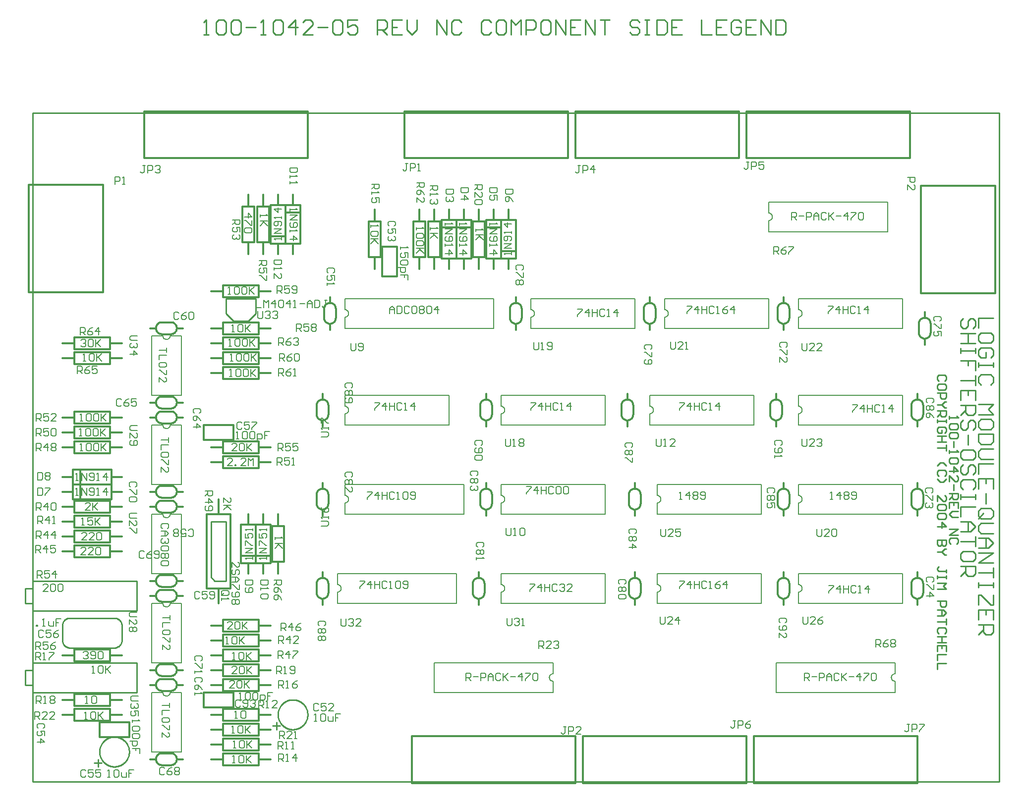
<source format=gto>
*%FSLAX23Y23*%
*%MOIN*%
G01*
%ADD11C,0.007*%
%ADD12C,0.008*%
%ADD13C,0.010*%
%ADD14C,0.012*%
%ADD15C,0.020*%
%ADD16C,0.024*%
%ADD17C,0.030*%
%ADD18C,0.032*%
%ADD19C,0.036*%
%ADD20C,0.050*%
%ADD21C,0.052*%
%ADD22C,0.055*%
%ADD23C,0.056*%
%ADD24C,0.061*%
%ADD25C,0.062*%
%ADD26C,0.068*%
%ADD27C,0.070*%
%ADD28C,0.090*%
%ADD29C,0.125*%
%ADD30C,0.131*%
%ADD31C,0.140*%
%ADD32C,0.160*%
%ADD33C,0.250*%
%ADD34R,0.062X0.062*%
%ADD35R,0.068X0.068*%
D12*
X12420Y9556D02*
X12470D01*
Y9531D01*
X12462Y9523D01*
X12445D01*
X12437Y9531D01*
Y9556D01*
X12420Y9506D02*
Y9473D01*
Y9506D02*
X12453Y9473D01*
X12462D01*
X12470Y9481D01*
Y9498D01*
X12462Y9506D01*
X12595Y8046D02*
X12587Y8038D01*
X12595Y8046D02*
Y8063D01*
X12587Y8071D01*
X12553D01*
X12545Y8063D01*
Y8046D01*
X12553Y8038D01*
X12587Y8021D02*
X12595Y8013D01*
Y7996D01*
X12587Y7988D01*
X12578D01*
X12570Y7996D01*
X12562Y7988D01*
X12553D01*
X12545Y7996D01*
Y8013D01*
X12553Y8021D01*
X12562D01*
X12570Y8013D01*
X12578Y8021D01*
X12587D01*
X12570Y8013D02*
Y7996D01*
X12587Y7954D02*
X12595Y7938D01*
X12587Y7954D02*
X12570Y7971D01*
X12553D01*
X12545Y7963D01*
Y7946D01*
X12553Y7938D01*
X12562D01*
X12570Y7946D01*
Y7971D01*
X12637Y8588D02*
X12645Y8596D01*
Y8613D01*
X12637Y8621D01*
X12603D01*
X12595Y8613D01*
Y8596D01*
X12603Y8588D01*
X12645Y8571D02*
Y8538D01*
X12637D01*
X12603Y8571D01*
X12595D01*
X12645Y8521D02*
Y8488D01*
Y8521D02*
X12620D01*
X12628Y8504D01*
Y8496D01*
X12620Y8488D01*
X12603D01*
X12595Y8496D01*
Y8513D01*
X12603Y8521D01*
X12335Y6216D02*
X12332Y6216D01*
X12329Y6215D01*
X12325Y6214D01*
X12322Y6213D01*
X12320Y6211D01*
X12317Y6209D01*
X12315Y6206D01*
X12313Y6204D01*
X12312Y6201D01*
X12311Y6197D01*
X12310Y6194D01*
X12310Y6191D01*
X12310Y6188D01*
X12311Y6185D01*
X12312Y6181D01*
X12313Y6178D01*
X12315Y6176D01*
X12317Y6173D01*
X12320Y6171D01*
X12322Y6169D01*
X12325Y6168D01*
X12329Y6167D01*
X12332Y6166D01*
X12335Y6166D01*
Y6216D02*
Y6291D01*
Y6166D02*
Y6091D01*
X11535D02*
Y6291D01*
Y6091D02*
X12335D01*
Y6291D02*
X11535D01*
X11725Y6221D02*
Y6171D01*
Y6221D02*
X11750D01*
X11758Y6213D01*
Y6196D01*
X11750Y6188D01*
X11725D01*
X11742D02*
X11758Y6171D01*
X11775Y6196D02*
X11808D01*
X11825Y6171D02*
Y6221D01*
X11850D01*
X11858Y6213D01*
Y6196D01*
X11850Y6188D01*
X11825D01*
X11875Y6171D02*
Y6204D01*
X11892Y6221D01*
X11908Y6204D01*
Y6171D01*
Y6196D01*
X11875D01*
X11950Y6221D02*
X11958Y6213D01*
X11950Y6221D02*
X11933D01*
X11925Y6213D01*
Y6179D01*
X11933Y6171D01*
X11950D01*
X11958Y6179D01*
X11975Y6171D02*
Y6221D01*
Y6188D02*
Y6171D01*
Y6188D02*
X12008Y6221D01*
X11983Y6196D01*
X12008Y6171D01*
X12025Y6196D02*
X12058D01*
X12100Y6171D02*
Y6221D01*
X12075Y6196D01*
X12108D01*
X12125Y6221D02*
X12158D01*
Y6213D01*
X12125Y6179D01*
Y6171D01*
X12175Y6213D02*
X12183Y6221D01*
X12200D01*
X12208Y6213D01*
Y6179D01*
X12200Y6171D01*
X12183D01*
X12175Y6179D01*
Y6213D01*
X12205Y6396D02*
Y6446D01*
X12230D01*
X12238Y6438D01*
Y6421D01*
X12230Y6413D01*
X12205D01*
X12222D02*
X12238Y6396D01*
X12272Y6438D02*
X12288Y6446D01*
X12272Y6438D02*
X12255Y6421D01*
Y6404D01*
X12263Y6396D01*
X12280D01*
X12288Y6404D01*
Y6413D01*
X12280Y6421D01*
X12255D01*
X12305Y6438D02*
X12313Y6446D01*
X12330D01*
X12338Y6438D01*
Y6429D01*
X12330Y6421D01*
X12338Y6413D01*
Y6404D01*
X12330Y6396D01*
X12313D01*
X12305Y6404D01*
Y6413D01*
X12313Y6421D01*
X12305Y6429D01*
Y6438D01*
X12313Y6421D02*
X12330D01*
X12582Y7433D02*
X12590Y7441D01*
Y7458D01*
X12582Y7466D01*
X12548D01*
X12540Y7458D01*
Y7441D01*
X12548Y7433D01*
X12590Y7416D02*
Y7383D01*
X12582D01*
X12548Y7416D01*
X12540D01*
X12582Y7366D02*
X12590Y7358D01*
Y7341D01*
X12582Y7333D01*
X12573D01*
X12574D01*
X12573D02*
X12574D01*
X12573D02*
X12574D01*
X12573D02*
X12565Y7341D01*
Y7349D01*
Y7341D01*
X12557Y7333D01*
X12548D01*
X12540Y7341D01*
Y7358D01*
X12548Y7366D01*
X12595Y6841D02*
X12587Y6833D01*
X12595Y6841D02*
Y6858D01*
X12587Y6866D01*
X12553D01*
X12545Y6858D01*
Y6841D01*
X12553Y6833D01*
X12595Y6816D02*
Y6783D01*
X12587D01*
X12553Y6816D01*
X12545D01*
Y6741D02*
X12595D01*
X12570Y6766D01*
Y6733D01*
X12433Y5876D02*
X12417D01*
X12425D01*
Y5834D01*
X12417Y5826D01*
X12408D01*
X12400Y5834D01*
X12450Y5826D02*
Y5876D01*
X12475D01*
X12483Y5868D01*
Y5851D01*
X12475Y5843D01*
X12450D01*
X12500Y5876D02*
X12533D01*
Y5868D01*
X12500Y5834D01*
Y5826D01*
X11353Y9661D02*
X11337D01*
X11345D01*
Y9619D01*
X11337Y9611D01*
X11328D01*
X11320Y9619D01*
X11370Y9611D02*
Y9661D01*
X11395D01*
X11403Y9653D01*
Y9636D01*
X11395Y9628D01*
X11370D01*
X11420Y9661D02*
X11453D01*
X11420D02*
Y9636D01*
X11437Y9644D01*
X11445D01*
X11453Y9636D01*
Y9619D01*
X11445Y9611D01*
X11428D01*
X11420Y9619D01*
X10218Y9636D02*
X10202D01*
X10210D01*
Y9594D01*
X10202Y9586D01*
X10193D01*
X10185Y9594D01*
X10235Y9586D02*
Y9636D01*
X10260D01*
X10268Y9628D01*
Y9611D01*
X10260Y9603D01*
X10235D01*
X10310Y9586D02*
Y9636D01*
X10285Y9611D01*
X10318D01*
X11485Y9316D02*
X11488Y9316D01*
X11491Y9315D01*
X11495Y9314D01*
X11498Y9313D01*
X11500Y9311D01*
X11503Y9309D01*
X11505Y9306D01*
X11507Y9304D01*
X11508Y9301D01*
X11509Y9297D01*
X11510Y9294D01*
X11510Y9291D01*
X11510Y9288D01*
X11509Y9285D01*
X11508Y9281D01*
X11507Y9278D01*
X11505Y9276D01*
X11503Y9273D01*
X11500Y9271D01*
X11498Y9269D01*
X11495Y9268D01*
X11491Y9267D01*
X11488Y9266D01*
X11485Y9266D01*
Y9191D01*
Y9316D02*
Y9391D01*
X12285D02*
Y9191D01*
Y9391D02*
X11485D01*
Y9191D02*
X12285D01*
X11640Y9271D02*
Y9321D01*
X11665D01*
X11673Y9313D01*
Y9296D01*
X11665Y9288D01*
X11640D01*
X11657D02*
X11673Y9271D01*
X11690Y9296D02*
X11723D01*
X11740Y9271D02*
Y9321D01*
X11765D01*
X11773Y9313D01*
Y9296D01*
X11765Y9288D01*
X11740D01*
X11790Y9271D02*
Y9304D01*
X11807Y9321D01*
X11823Y9304D01*
Y9271D01*
Y9296D01*
X11790D01*
X11865Y9321D02*
X11873Y9313D01*
X11865Y9321D02*
X11848D01*
X11840Y9313D01*
Y9279D01*
X11848Y9271D01*
X11865D01*
X11873Y9279D01*
X11890Y9271D02*
Y9321D01*
Y9288D02*
Y9271D01*
Y9288D02*
X11923Y9321D01*
X11898Y9296D01*
X11923Y9271D01*
X11940Y9296D02*
X11973D01*
X12015Y9271D02*
Y9321D01*
X11990Y9296D01*
X12023D01*
X12040Y9321D02*
X12073D01*
Y9313D01*
X12040Y9279D01*
Y9271D01*
X12090Y9313D02*
X12098Y9321D01*
X12115D01*
X12123Y9313D01*
Y9279D01*
X12115Y9271D01*
X12098D01*
X12090Y9279D01*
Y9313D01*
X11520Y9091D02*
Y9041D01*
Y9091D02*
X11545D01*
X11553Y9083D01*
Y9066D01*
X11545Y9058D01*
X11520D01*
X11537D02*
X11553Y9041D01*
X11587Y9083D02*
X11603Y9091D01*
X11587Y9083D02*
X11570Y9066D01*
Y9049D01*
X11578Y9041D01*
X11595D01*
X11603Y9049D01*
Y9058D01*
X11595Y9066D01*
X11570D01*
X11620Y9091D02*
X11653D01*
Y9083D01*
X11620Y9049D01*
Y9041D01*
X10785Y8666D02*
X10788Y8666D01*
X10791Y8665D01*
X10795Y8664D01*
X10798Y8663D01*
X10800Y8661D01*
X10803Y8659D01*
X10805Y8656D01*
X10807Y8654D01*
X10808Y8651D01*
X10809Y8647D01*
X10810Y8644D01*
X10810Y8641D01*
X10810Y8638D01*
X10809Y8635D01*
X10808Y8631D01*
X10807Y8628D01*
X10805Y8626D01*
X10803Y8623D01*
X10800Y8621D01*
X10798Y8619D01*
X10795Y8618D01*
X10791Y8617D01*
X10788Y8616D01*
X10785Y8616D01*
X11485Y8541D02*
Y8741D01*
X10785D02*
Y8666D01*
Y8616D02*
Y8541D01*
X11485D01*
Y8741D02*
X10785D01*
X10935Y8691D02*
X10968D01*
Y8683D01*
X10935Y8649D01*
Y8641D01*
X11010D02*
Y8691D01*
X10985Y8666D01*
X11018D01*
X11035Y8691D02*
Y8641D01*
Y8666D01*
X11068D01*
Y8691D01*
Y8641D01*
X11110Y8691D02*
X11118Y8683D01*
X11110Y8691D02*
X11093D01*
X11085Y8683D01*
Y8649D01*
X11093Y8641D01*
X11110D01*
X11118Y8649D01*
X11135Y8641D02*
X11152D01*
X11143D01*
Y8691D01*
X11144D01*
X11143D02*
X11135Y8683D01*
X11193D02*
X11210Y8691D01*
X11193Y8683D02*
X11177Y8666D01*
Y8649D01*
X11185Y8641D01*
X11202D01*
X11210Y8649D01*
Y8658D01*
X11202Y8666D01*
X11177D01*
X11252Y8641D02*
Y8691D01*
X11227Y8666D01*
X11260D01*
X10825Y8451D02*
Y8409D01*
X10833Y8401D01*
X10850D01*
X10858Y8409D01*
Y8451D01*
X10875Y8401D02*
X10908D01*
X10875D02*
X10908Y8434D01*
Y8443D01*
X10900Y8451D01*
X10883D01*
X10875Y8443D01*
X10925Y8401D02*
X10942D01*
X10933D01*
Y8451D01*
X10934D01*
X10933D02*
X10925Y8443D01*
X10700Y8406D02*
X10692Y8398D01*
X10700Y8406D02*
Y8423D01*
X10692Y8431D01*
X10658D01*
X10650Y8423D01*
Y8406D01*
X10658Y8398D01*
X10700Y8381D02*
Y8348D01*
X10692D01*
X10658Y8381D01*
X10650D01*
X10658Y8331D02*
X10650Y8323D01*
Y8306D01*
X10658Y8298D01*
X10692D01*
X10700Y8306D01*
Y8323D01*
X10692Y8331D01*
X10683D01*
X10675Y8323D01*
Y8298D01*
X11602Y8413D02*
X11610Y8421D01*
Y8438D01*
X11602Y8446D01*
X11568D01*
X11560Y8438D01*
Y8421D01*
X11568Y8413D01*
X11610Y8396D02*
Y8363D01*
X11602D01*
X11568Y8396D01*
X11560D01*
Y8346D02*
Y8313D01*
Y8346D02*
X11593Y8313D01*
X11602D01*
X11610Y8321D01*
Y8338D01*
X11602Y8346D01*
X11685Y8616D02*
X11688Y8616D01*
X11691Y8617D01*
X11695Y8618D01*
X11698Y8619D01*
X11700Y8621D01*
X11703Y8623D01*
X11705Y8626D01*
X11707Y8628D01*
X11708Y8631D01*
X11709Y8635D01*
X11710Y8638D01*
X11710Y8641D01*
X11710Y8644D01*
X11709Y8647D01*
X11708Y8651D01*
X11707Y8654D01*
X11705Y8656D01*
X11703Y8659D01*
X11700Y8661D01*
X11698Y8663D01*
X11695Y8664D01*
X11691Y8665D01*
X11688Y8666D01*
X11685Y8666D01*
X12385Y8741D02*
Y8541D01*
X11685Y8666D02*
Y8741D01*
Y8616D02*
Y8541D01*
X12385D01*
Y8741D02*
X11685D01*
X11885Y8691D02*
X11918D01*
Y8683D01*
X11885Y8649D01*
Y8641D01*
X11960D02*
Y8691D01*
X11935Y8666D01*
X11968D01*
X11985Y8691D02*
Y8641D01*
Y8666D01*
X12018D01*
Y8691D01*
Y8641D01*
X12060Y8691D02*
X12068Y8683D01*
X12060Y8691D02*
X12043D01*
X12035Y8683D01*
Y8649D01*
X12043Y8641D01*
X12060D01*
X12068Y8649D01*
X12085Y8641D02*
X12102D01*
X12093D01*
Y8691D01*
X12094D01*
X12093D02*
X12085Y8683D01*
X12152Y8691D02*
Y8641D01*
X12127Y8666D02*
X12152Y8691D01*
X12160Y8666D02*
X12127D01*
X11710Y8441D02*
Y8399D01*
X11718Y8391D01*
X11735D01*
X11743Y8399D01*
Y8441D01*
X11760Y8391D02*
X11793D01*
X11760D02*
X11793Y8424D01*
Y8433D01*
X11785Y8441D01*
X11768D01*
X11760Y8433D01*
X11810Y8391D02*
X11843D01*
X11810D02*
X11843Y8424D01*
Y8433D01*
X11835Y8441D01*
X11818D01*
X11810Y8433D01*
X11685Y8016D02*
X11688Y8016D01*
X11691Y8015D01*
X11695Y8014D01*
X11698Y8013D01*
X11700Y8011D01*
X11703Y8009D01*
X11705Y8006D01*
X11707Y8004D01*
X11708Y8001D01*
X11709Y7997D01*
X11710Y7994D01*
X11710Y7991D01*
X11710Y7988D01*
X11709Y7985D01*
X11708Y7981D01*
X11707Y7978D01*
X11705Y7976D01*
X11703Y7973D01*
X11700Y7971D01*
X11698Y7969D01*
X11695Y7968D01*
X11691Y7967D01*
X11688Y7966D01*
X11685Y7966D01*
X12385Y7891D02*
Y8091D01*
X11685D02*
Y8016D01*
Y7966D02*
Y7891D01*
X12385D01*
Y8091D02*
X11685D01*
X12050Y8026D02*
X12083D01*
Y8018D01*
X12050Y7984D01*
Y7976D01*
X12125D02*
Y8026D01*
X12100Y8001D01*
X12133D01*
X12150Y8026D02*
Y7976D01*
Y8001D01*
X12183D01*
Y8026D01*
Y7976D01*
X12225Y8026D02*
X12233Y8018D01*
X12225Y8026D02*
X12208D01*
X12200Y8018D01*
Y7984D01*
X12208Y7976D01*
X12225D01*
X12233Y7984D01*
X12250Y7976D02*
X12267D01*
X12258D01*
Y8026D01*
X12259D01*
X12258D02*
X12250Y8018D01*
X12317Y8026D02*
Y7976D01*
X12292Y8001D02*
X12317Y8026D01*
X12325Y8001D02*
X12292D01*
X11710Y7796D02*
Y7754D01*
X11718Y7746D01*
X11735D01*
X11743Y7754D01*
Y7796D01*
X11760Y7746D02*
X11793D01*
X11760D02*
X11793Y7779D01*
Y7788D01*
X11785Y7796D01*
X11768D01*
X11760Y7788D01*
X11810D02*
X11818Y7796D01*
X11835D01*
X11843Y7788D01*
Y7779D01*
X11844D01*
X11843D02*
X11844D01*
X11843D02*
X11844D01*
X11843D02*
X11835Y7771D01*
X11827D01*
X11835D01*
X11843Y7763D01*
Y7754D01*
X11835Y7746D01*
X11818D01*
X11810Y7754D01*
X11575Y7761D02*
X11567Y7753D01*
X11575Y7761D02*
Y7778D01*
X11567Y7786D01*
X11533D01*
X11525Y7778D01*
Y7761D01*
X11533Y7753D01*
Y7736D02*
X11525Y7728D01*
Y7711D01*
X11533Y7703D01*
X11567D01*
X11575Y7711D01*
Y7728D01*
X11567Y7736D01*
X11558D01*
X11550Y7728D01*
Y7703D01*
X11525Y7686D02*
Y7669D01*
Y7678D01*
X11575D01*
X11576D01*
X11575D02*
X11567Y7686D01*
X10685Y7966D02*
X10688Y7966D01*
X10691Y7967D01*
X10695Y7968D01*
X10698Y7969D01*
X10700Y7971D01*
X10703Y7973D01*
X10705Y7976D01*
X10707Y7978D01*
X10708Y7981D01*
X10709Y7985D01*
X10710Y7988D01*
X10710Y7991D01*
X10710Y7994D01*
X10709Y7997D01*
X10708Y8001D01*
X10707Y8004D01*
X10705Y8006D01*
X10703Y8009D01*
X10700Y8011D01*
X10698Y8013D01*
X10695Y8014D01*
X10691Y8015D01*
X10688Y8016D01*
X10685Y8016D01*
Y7966D02*
Y7891D01*
Y8016D02*
Y8091D01*
X11385D02*
Y7891D01*
Y8091D02*
X10685D01*
Y7891D02*
X11385D01*
X10918Y8041D02*
X10885D01*
X10918D02*
Y8033D01*
X10885Y7999D01*
Y7991D01*
X10960D02*
Y8041D01*
X10935Y8016D01*
X10968D01*
X10985Y8041D02*
Y7991D01*
Y8016D01*
X11018D01*
Y8041D01*
Y7991D01*
X11060Y8041D02*
X11068Y8033D01*
X11060Y8041D02*
X11043D01*
X11035Y8033D01*
Y7999D01*
X11043Y7991D01*
X11060D01*
X11068Y7999D01*
X11085Y7991D02*
X11102D01*
X11093D01*
Y8041D01*
X11094D01*
X11093D02*
X11085Y8033D01*
X11152Y8041D02*
Y7991D01*
X11127Y8016D02*
X11152Y8041D01*
X11160Y8016D02*
X11127D01*
X10730Y7796D02*
Y7754D01*
X10738Y7746D01*
X10755D01*
X10763Y7754D01*
Y7796D01*
X10780Y7746D02*
X10797D01*
X10788D01*
Y7796D01*
X10789D01*
X10788D02*
X10780Y7788D01*
X10822Y7746D02*
X10855D01*
X10822D02*
X10855Y7779D01*
Y7788D01*
X10847Y7796D01*
X10830D01*
X10822Y7788D01*
X10570Y7746D02*
X10562Y7738D01*
X10570Y7746D02*
Y7763D01*
X10562Y7771D01*
X10528D01*
X10520Y7763D01*
Y7746D01*
X10528Y7738D01*
X10562Y7721D02*
X10570Y7713D01*
Y7696D01*
X10562Y7688D01*
X10553D01*
X10545Y7696D01*
X10537Y7688D01*
X10528D01*
X10520Y7696D01*
Y7713D01*
X10528Y7721D01*
X10537D01*
X10545Y7713D01*
X10553Y7721D01*
X10562D01*
X10545Y7713D02*
Y7696D01*
X10570Y7671D02*
Y7638D01*
X10562D01*
X10528Y7671D01*
X10520D01*
X11685Y7416D02*
X11688Y7416D01*
X11691Y7415D01*
X11695Y7414D01*
X11698Y7413D01*
X11700Y7411D01*
X11703Y7409D01*
X11705Y7406D01*
X11707Y7404D01*
X11708Y7401D01*
X11709Y7397D01*
X11710Y7394D01*
X11710Y7391D01*
X11710Y7388D01*
X11709Y7385D01*
X11708Y7381D01*
X11707Y7378D01*
X11705Y7376D01*
X11703Y7373D01*
X11700Y7371D01*
X11698Y7369D01*
X11695Y7368D01*
X11691Y7367D01*
X11688Y7366D01*
X11685Y7366D01*
X12385Y7291D02*
Y7491D01*
X11685D02*
Y7416D01*
Y7366D02*
Y7291D01*
X12385D01*
Y7491D02*
X11685D01*
X11900Y7391D02*
X11917D01*
X11908D01*
Y7441D01*
X11909D01*
X11908D02*
X11900Y7433D01*
X11967Y7441D02*
Y7391D01*
X11942Y7416D02*
X11967Y7441D01*
X11975Y7416D02*
X11942D01*
X11992Y7433D02*
X12000Y7441D01*
X12017D01*
X12025Y7433D01*
Y7424D01*
X12017Y7416D01*
X12025Y7408D01*
Y7399D01*
X12017Y7391D01*
X12000D01*
X11992Y7399D01*
Y7408D01*
X12000Y7416D01*
X11992Y7424D01*
Y7433D01*
X12000Y7416D02*
X12017D01*
X12042Y7399D02*
X12050Y7391D01*
X12067D01*
X12075Y7399D01*
Y7433D01*
X12067Y7441D01*
X12050D01*
X12042Y7433D01*
Y7424D01*
X12050Y7416D01*
X12075D01*
X11810Y7191D02*
Y7149D01*
X11818Y7141D01*
X11835D01*
X11843Y7149D01*
Y7191D01*
X11860Y7141D02*
X11893D01*
X11860D02*
X11893Y7174D01*
Y7183D01*
X11885Y7191D01*
X11868D01*
X11860Y7183D01*
X11910D02*
X11918Y7191D01*
X11935D01*
X11943Y7183D01*
Y7149D01*
X11935Y7141D01*
X11918D01*
X11910Y7149D01*
Y7183D01*
X11685Y6816D02*
X11688Y6816D01*
X11691Y6815D01*
X11695Y6814D01*
X11698Y6813D01*
X11700Y6811D01*
X11703Y6809D01*
X11705Y6806D01*
X11707Y6804D01*
X11708Y6801D01*
X11709Y6797D01*
X11710Y6794D01*
X11710Y6791D01*
X11710Y6788D01*
X11709Y6785D01*
X11708Y6781D01*
X11707Y6778D01*
X11705Y6776D01*
X11703Y6773D01*
X11700Y6771D01*
X11698Y6769D01*
X11695Y6768D01*
X11691Y6767D01*
X11688Y6766D01*
X11685Y6766D01*
X12385Y6691D02*
Y6891D01*
X11685D02*
Y6816D01*
Y6766D02*
Y6691D01*
X12385D01*
Y6891D02*
X11685D01*
X11890Y6811D02*
X11923D01*
Y6803D01*
X11890Y6769D01*
Y6761D01*
X11965D02*
Y6811D01*
X11940Y6786D01*
X11973D01*
X11990Y6811D02*
Y6761D01*
Y6786D01*
X12023D01*
Y6811D01*
Y6761D01*
X12065Y6811D02*
X12073Y6803D01*
X12065Y6811D02*
X12048D01*
X12040Y6803D01*
Y6769D01*
X12048Y6761D01*
X12065D01*
X12073Y6769D01*
X12090Y6761D02*
X12107D01*
X12098D01*
Y6811D01*
X12099D01*
X12098D02*
X12090Y6803D01*
X12157Y6811D02*
Y6761D01*
X12132Y6786D02*
X12157Y6811D01*
X12165Y6786D02*
X12132D01*
X11715Y6601D02*
Y6559D01*
X11723Y6551D01*
X11740D01*
X11748Y6559D01*
Y6601D01*
X11765Y6551D02*
X11798D01*
X11765D02*
X11798Y6584D01*
Y6593D01*
X11790Y6601D01*
X11773D01*
X11765Y6593D01*
X11832D02*
X11848Y6601D01*
X11832Y6593D02*
X11815Y6576D01*
Y6559D01*
X11823Y6551D01*
X11840D01*
X11848Y6559D01*
Y6568D01*
X11840Y6576D01*
X11815D01*
X11517Y7433D02*
X11525Y7441D01*
Y7458D01*
X11517Y7466D01*
X11483D01*
X11475Y7458D01*
Y7441D01*
X11483Y7433D01*
X11517Y7416D02*
X11525Y7408D01*
Y7391D01*
X11517Y7383D01*
X11508D01*
X11500Y7391D01*
X11492Y7383D01*
X11483D01*
X11475Y7391D01*
Y7408D01*
X11483Y7416D01*
X11492D01*
X11500Y7408D01*
X11508Y7416D01*
X11517D01*
X11500Y7408D02*
Y7391D01*
X11525Y7366D02*
Y7333D01*
Y7366D02*
X11500D01*
X11508Y7349D01*
Y7341D01*
X11500Y7333D01*
X11483D01*
X11475Y7341D01*
Y7358D01*
X11483Y7366D01*
X10735Y7366D02*
X10738Y7366D01*
X10741Y7367D01*
X10745Y7368D01*
X10748Y7369D01*
X10750Y7371D01*
X10753Y7373D01*
X10755Y7376D01*
X10757Y7378D01*
X10758Y7381D01*
X10759Y7385D01*
X10760Y7388D01*
X10760Y7391D01*
X10760Y7394D01*
X10759Y7397D01*
X10758Y7401D01*
X10757Y7404D01*
X10755Y7406D01*
X10753Y7409D01*
X10750Y7411D01*
X10748Y7413D01*
X10745Y7414D01*
X10741Y7415D01*
X10738Y7416D01*
X10735Y7416D01*
X11435Y7491D02*
Y7291D01*
X10735Y7416D02*
Y7491D01*
Y7366D02*
Y7291D01*
X11435D01*
Y7491D02*
X10735D01*
X10885Y7391D02*
X10902D01*
X10893D01*
Y7441D01*
X10894D01*
X10893D02*
X10885Y7433D01*
X10952Y7441D02*
Y7391D01*
X10927Y7416D02*
X10952Y7441D01*
X10960Y7416D02*
X10927D01*
X10977Y7433D02*
X10985Y7441D01*
X11002D01*
X11010Y7433D01*
Y7424D01*
X11002Y7416D01*
X11010Y7408D01*
Y7399D01*
X11002Y7391D01*
X10985D01*
X10977Y7399D01*
Y7408D01*
X10985Y7416D01*
X10977Y7424D01*
Y7433D01*
X10985Y7416D02*
X11002D01*
X11027Y7399D02*
X11035Y7391D01*
X11052D01*
X11060Y7399D01*
Y7433D01*
X11052Y7441D01*
X11035D01*
X11027Y7433D01*
Y7424D01*
X11035Y7416D01*
X11060D01*
X10760Y7191D02*
Y7149D01*
X10768Y7141D01*
X10785D01*
X10793Y7149D01*
Y7191D01*
X10810Y7141D02*
X10843D01*
X10810D02*
X10843Y7174D01*
Y7183D01*
X10835Y7191D01*
X10818D01*
X10810Y7183D01*
X10860Y7191D02*
X10893D01*
X10860D02*
Y7166D01*
X10877Y7174D01*
X10885D01*
X10893Y7166D01*
Y7149D01*
X10885Y7141D01*
X10868D01*
X10860Y7149D01*
X10595Y7166D02*
X10587Y7158D01*
X10595Y7166D02*
Y7183D01*
X10587Y7191D01*
X10553D01*
X10545Y7183D01*
Y7166D01*
X10553Y7158D01*
X10587Y7141D02*
X10595Y7133D01*
Y7116D01*
X10587Y7108D01*
X10578D01*
X10570Y7116D01*
X10562Y7108D01*
X10553D01*
X10545Y7116D01*
Y7133D01*
X10553Y7141D01*
X10562D01*
X10570Y7133D01*
X10578Y7141D01*
X10587D01*
X10570Y7133D02*
Y7116D01*
X10545Y7066D02*
X10595D01*
X10570Y7091D01*
Y7058D01*
X10735Y6816D02*
X10738Y6816D01*
X10741Y6815D01*
X10745Y6814D01*
X10748Y6813D01*
X10750Y6811D01*
X10753Y6809D01*
X10755Y6806D01*
X10757Y6804D01*
X10758Y6801D01*
X10759Y6797D01*
X10760Y6794D01*
X10760Y6791D01*
X10760Y6788D01*
X10759Y6785D01*
X10758Y6781D01*
X10757Y6778D01*
X10755Y6776D01*
X10753Y6773D01*
X10750Y6771D01*
X10748Y6769D01*
X10745Y6768D01*
X10741Y6767D01*
X10738Y6766D01*
X10735Y6766D01*
X11435Y6691D02*
Y6891D01*
X10735D02*
Y6816D01*
Y6766D02*
Y6691D01*
X11435D01*
Y6891D02*
X10735D01*
X10885Y6841D02*
X10918D01*
Y6833D01*
X10885Y6799D01*
Y6791D01*
X10960D02*
Y6841D01*
X10935Y6816D01*
X10968D01*
X10985Y6841D02*
Y6791D01*
Y6816D01*
X11018D01*
Y6841D01*
Y6791D01*
X11060Y6841D02*
X11068Y6833D01*
X11060Y6841D02*
X11043D01*
X11035Y6833D01*
Y6799D01*
X11043Y6791D01*
X11060D01*
X11068Y6799D01*
X11085Y6791D02*
X11102D01*
X11093D01*
Y6841D01*
X11094D01*
X11093D02*
X11085Y6833D01*
X11143D02*
X11160Y6841D01*
X11143Y6833D02*
X11127Y6816D01*
Y6799D01*
X11135Y6791D01*
X11152D01*
X11160Y6799D01*
Y6808D01*
X11152Y6816D01*
X11127D01*
X11202Y6791D02*
Y6841D01*
X11177Y6816D01*
X11210D01*
X10755Y6601D02*
Y6559D01*
X10763Y6551D01*
X10780D01*
X10788Y6559D01*
Y6601D01*
X10805Y6551D02*
X10838D01*
X10805D02*
X10838Y6584D01*
Y6593D01*
X10830Y6601D01*
X10813D01*
X10805Y6593D01*
X10880Y6601D02*
Y6551D01*
X10855Y6576D02*
X10880Y6601D01*
X10888Y6576D02*
X10855D01*
X10525Y6826D02*
X10517Y6818D01*
X10525Y6826D02*
Y6843D01*
X10517Y6851D01*
X10483D01*
X10475Y6843D01*
Y6826D01*
X10483Y6818D01*
X10517Y6801D02*
X10525Y6793D01*
Y6776D01*
X10517Y6768D01*
X10508D01*
X10500Y6776D01*
X10492Y6768D01*
X10483D01*
X10475Y6776D01*
Y6793D01*
X10483Y6801D01*
X10492D01*
X10500Y6793D01*
X10508Y6801D01*
X10517D01*
X10500Y6793D02*
Y6776D01*
X10517Y6751D02*
X10525Y6743D01*
Y6726D01*
X10517Y6718D01*
X10483D01*
X10475Y6726D01*
Y6743D01*
X10483Y6751D01*
X10517D01*
X11597Y6558D02*
X11605Y6566D01*
Y6583D01*
X11597Y6591D01*
X11563D01*
X11555Y6583D01*
Y6566D01*
X11563Y6558D01*
Y6541D02*
X11555Y6533D01*
Y6516D01*
X11563Y6508D01*
X11597D01*
X11605Y6516D01*
Y6533D01*
X11597Y6541D01*
X11588D01*
X11580Y6533D01*
Y6508D01*
X11555Y6491D02*
Y6458D01*
Y6491D02*
X11588Y6458D01*
X11597D01*
X11605Y6466D01*
Y6483D01*
X11597Y6491D01*
X11263Y5901D02*
X11247D01*
X11255D01*
Y5859D01*
X11247Y5851D01*
X11238D01*
X11230Y5859D01*
X11280Y5851D02*
Y5901D01*
X11305D01*
X11313Y5893D01*
Y5876D01*
X11305Y5868D01*
X11280D01*
X11347Y5893D02*
X11363Y5901D01*
X11347Y5893D02*
X11330Y5876D01*
Y5859D01*
X11338Y5851D01*
X11355D01*
X11363Y5859D01*
Y5868D01*
X11355Y5876D01*
X11330D01*
X9610Y9234D02*
Y9251D01*
Y9243D02*
Y9234D01*
Y9243D02*
X9660D01*
X9661D01*
X9660D02*
X9652Y9251D01*
X9660Y9209D02*
X9610D01*
Y9176D02*
X9660Y9209D01*
Y9176D02*
X9610D01*
X9618Y9159D02*
X9610Y9151D01*
Y9134D01*
X9618Y9126D01*
X9652D01*
X9660Y9134D01*
Y9151D01*
X9652Y9159D01*
X9643D01*
X9635Y9151D01*
Y9126D01*
X9610Y9109D02*
Y9093D01*
Y9101D01*
X9660D01*
X9661D01*
X9660D02*
X9652Y9109D01*
X9660Y9043D02*
X9610D01*
X9635Y9068D02*
X9660Y9043D01*
X9635Y9034D02*
Y9068D01*
X9660Y9486D02*
X9610D01*
Y9461D01*
X9618Y9453D01*
X9652D01*
X9660Y9461D01*
Y9486D01*
Y9436D02*
Y9403D01*
Y9436D02*
X9635D01*
X9643Y9419D01*
Y9411D01*
X9635Y9403D01*
X9618D01*
X9610Y9411D01*
Y9428D01*
X9618Y9436D01*
X9515Y9211D02*
Y9194D01*
Y9203D01*
X9565D01*
X9566D01*
X9565D02*
X9557Y9211D01*
X9565Y9169D02*
X9515D01*
X9532D01*
X9565Y9136D01*
X9540Y9161D01*
X9515Y9136D01*
X9510Y9506D02*
X9560D01*
Y9481D01*
X9552Y9473D01*
X9535D01*
X9527Y9481D01*
Y9506D01*
Y9489D02*
X9510Y9473D01*
Y9456D02*
Y9423D01*
Y9456D02*
X9543Y9423D01*
X9552D01*
X9560Y9431D01*
Y9448D01*
X9552Y9456D01*
Y9406D02*
X9560Y9398D01*
Y9381D01*
X9552Y9373D01*
X9518D01*
X9510Y9381D01*
Y9398D01*
X9518Y9406D01*
X9552D01*
X9405Y9251D02*
Y9234D01*
Y9243D01*
X9455D01*
X9456D01*
X9455D02*
X9447Y9251D01*
X9455Y9209D02*
X9405D01*
Y9176D02*
X9455Y9209D01*
Y9176D02*
X9405D01*
X9413Y9159D02*
X9405Y9151D01*
Y9134D01*
X9413Y9126D01*
X9447D01*
X9455Y9134D01*
Y9151D01*
X9447Y9159D01*
X9438D01*
X9430Y9151D01*
Y9126D01*
X9405Y9109D02*
Y9093D01*
Y9101D01*
X9455D01*
X9456D01*
X9455D02*
X9447Y9109D01*
X9455Y9043D02*
X9405D01*
X9430Y9068D02*
X9455Y9043D01*
X9430Y9034D02*
Y9068D01*
X9415Y9486D02*
X9465D01*
X9415D02*
Y9461D01*
X9423Y9453D01*
X9457D01*
X9465Y9461D01*
Y9486D01*
Y9411D02*
X9415D01*
X9440Y9436D02*
X9465Y9411D01*
X9440Y9403D02*
Y9436D01*
X9310Y9251D02*
Y9234D01*
Y9243D01*
X9360D01*
X9361D01*
X9360D02*
X9352Y9251D01*
X9360Y9209D02*
X9310D01*
Y9176D02*
X9360Y9209D01*
Y9176D02*
X9310D01*
X9318Y9159D02*
X9310Y9151D01*
Y9134D01*
X9318Y9126D01*
X9352D01*
X9360Y9134D01*
Y9151D01*
X9352Y9159D01*
X9343D01*
X9335Y9151D01*
Y9126D01*
X9310Y9109D02*
Y9093D01*
Y9101D01*
X9360D01*
X9361D01*
X9360D02*
X9352Y9109D01*
X9360Y9043D02*
X9310D01*
X9335Y9068D02*
X9360Y9043D01*
X9335Y9034D02*
Y9068D01*
X9315Y9476D02*
X9365D01*
X9315D02*
Y9451D01*
X9323Y9443D01*
X9357D01*
X9365Y9451D01*
Y9476D01*
X9357Y9426D02*
X9365Y9418D01*
Y9401D01*
X9357Y9393D01*
X9348D01*
X9349D01*
X9348D02*
X9349D01*
X9348D02*
X9349D01*
X9348D02*
X9340Y9401D01*
Y9409D01*
Y9401D01*
X9332Y9393D01*
X9323D01*
X9315Y9401D01*
Y9418D01*
X9323Y9426D01*
X9210Y9221D02*
Y9204D01*
Y9213D01*
X9260D01*
X9261D01*
X9260D02*
X9252Y9221D01*
X9260Y9179D02*
X9210D01*
X9227D01*
X9260Y9146D01*
X9235Y9171D01*
X9210Y9146D01*
Y9501D02*
X9260D01*
Y9476D01*
X9252Y9468D01*
X9235D01*
X9227Y9476D01*
Y9501D01*
Y9484D02*
X9210Y9468D01*
Y9451D02*
Y9434D01*
Y9443D01*
X9260D01*
X9261D01*
X9260D02*
X9252Y9451D01*
Y9409D02*
X9260Y9401D01*
Y9384D01*
X9252Y9376D01*
X9243D01*
X9244D01*
X9243D02*
X9244D01*
X9243D02*
X9244D01*
X9243D02*
X9235Y9384D01*
Y9393D01*
Y9384D01*
X9227Y9376D01*
X9218D01*
X9210Y9384D01*
Y9401D01*
X9218Y9409D01*
X9058Y9651D02*
X9042D01*
X9050D01*
Y9609D01*
X9042Y9601D01*
X9033D01*
X9025Y9609D01*
X9075Y9601D02*
Y9651D01*
X9100D01*
X9108Y9643D01*
Y9626D01*
X9100Y9618D01*
X9075D01*
X9125Y9601D02*
X9142D01*
X9133D01*
Y9651D01*
X9134D01*
X9133D02*
X9125Y9643D01*
X8810Y9236D02*
Y9219D01*
Y9228D01*
X8860D01*
X8861D01*
X8860D02*
X8852Y9236D01*
Y9194D02*
X8860Y9186D01*
Y9169D01*
X8852Y9161D01*
X8818D01*
X8810Y9169D01*
Y9186D01*
X8818Y9194D01*
X8852D01*
X8860Y9144D02*
X8810D01*
X8827D01*
X8860Y9111D01*
X8835Y9136D01*
X8810Y9111D01*
X8815Y9511D02*
X8865D01*
Y9486D01*
X8857Y9478D01*
X8840D01*
X8832Y9486D01*
Y9511D01*
Y9494D02*
X8815Y9478D01*
Y9461D02*
Y9444D01*
Y9453D01*
X8865D01*
X8866D01*
X8865D02*
X8857Y9461D01*
X8865Y9419D02*
Y9386D01*
Y9419D02*
X8840D01*
X8848Y9403D01*
Y9394D01*
X8840Y9386D01*
X8823D01*
X8815Y9394D01*
Y9411D01*
X8823Y9419D01*
X9010Y9091D02*
Y9074D01*
Y9083D01*
X9060D01*
X9061D01*
X9060D02*
X9052Y9091D01*
X9060Y9049D02*
Y9016D01*
Y9049D02*
X9035D01*
X9043Y9033D01*
Y9024D01*
X9035Y9016D01*
X9018D01*
X9010Y9024D01*
Y9041D01*
X9018Y9049D01*
X9052Y8999D02*
X9060Y8991D01*
Y8974D01*
X9052Y8966D01*
X9018D01*
X9010Y8974D01*
Y8991D01*
X9018Y8999D01*
X9052D01*
X9043Y8949D02*
X8993D01*
X9043D02*
Y8924D01*
X9035Y8916D01*
X9018D01*
X9010Y8924D01*
Y8949D01*
X9060Y8899D02*
Y8866D01*
Y8899D02*
X9035D01*
Y8883D01*
Y8899D01*
X9010D01*
X8967Y9228D02*
X8975Y9236D01*
Y9253D01*
X8967Y9261D01*
X8933D01*
X8925Y9253D01*
Y9236D01*
X8933Y9228D01*
X8975Y9211D02*
Y9178D01*
Y9211D02*
X8950D01*
X8958Y9194D01*
Y9186D01*
X8950Y9178D01*
X8933D01*
X8925Y9186D01*
Y9203D01*
X8933Y9211D01*
X8967Y9161D02*
X8975Y9153D01*
Y9136D01*
X8967Y9128D01*
X8958D01*
X8959D01*
X8958D02*
X8959D01*
X8958D02*
X8959D01*
X8958D02*
X8950Y9136D01*
Y9144D01*
Y9136D01*
X8942Y9128D01*
X8933D01*
X8925Y9136D01*
Y9153D01*
X8933Y9161D01*
X8635Y8666D02*
X8638Y8666D01*
X8641Y8665D01*
X8645Y8664D01*
X8648Y8663D01*
X8650Y8661D01*
X8653Y8659D01*
X8655Y8656D01*
X8657Y8654D01*
X8658Y8651D01*
X8659Y8647D01*
X8660Y8644D01*
X8660Y8641D01*
X8660Y8638D01*
X8659Y8635D01*
X8658Y8631D01*
X8657Y8628D01*
X8655Y8626D01*
X8653Y8623D01*
X8650Y8621D01*
X8648Y8619D01*
X8645Y8618D01*
X8641Y8617D01*
X8638Y8616D01*
X8635Y8616D01*
X9635Y8541D02*
Y8741D01*
X8635D02*
Y8666D01*
Y8616D02*
Y8541D01*
X9635D01*
Y8741D02*
X8635D01*
X8935Y8674D02*
Y8641D01*
Y8674D02*
X8952Y8691D01*
X8968Y8674D01*
Y8641D01*
Y8666D01*
X8935D01*
X8985Y8691D02*
Y8641D01*
X9010D01*
X9018Y8649D01*
Y8683D01*
X9010Y8691D01*
X8985D01*
X9060D02*
X9068Y8683D01*
X9060Y8691D02*
X9043D01*
X9035Y8683D01*
Y8649D01*
X9043Y8641D01*
X9060D01*
X9068Y8649D01*
X9085Y8683D02*
X9093Y8691D01*
X9110D01*
X9118Y8683D01*
Y8649D01*
X9110Y8641D01*
X9093D01*
X9085Y8649D01*
Y8683D01*
X9135D02*
X9143Y8691D01*
X9160D01*
X9168Y8683D01*
Y8674D01*
X9160Y8666D01*
X9168Y8658D01*
Y8649D01*
X9160Y8641D01*
X9143D01*
X9135Y8649D01*
Y8658D01*
X9143Y8666D01*
X9135Y8674D01*
Y8683D01*
X9143Y8666D02*
X9160D01*
X9185Y8683D02*
X9193Y8691D01*
X9210D01*
X9218Y8683D01*
Y8649D01*
X9210Y8641D01*
X9193D01*
X9185Y8649D01*
Y8683D01*
X9260Y8691D02*
Y8641D01*
X9235Y8666D02*
X9260Y8691D01*
X9268Y8666D02*
X9235D01*
X8675Y8441D02*
Y8399D01*
X8683Y8391D01*
X8700D01*
X8708Y8399D01*
Y8441D01*
X8725Y8399D02*
X8733Y8391D01*
X8750D01*
X8758Y8399D01*
Y8433D01*
X8750Y8441D01*
X8733D01*
X8725Y8433D01*
Y8424D01*
X8733Y8416D01*
X8758D01*
X9685Y8016D02*
X9688Y8016D01*
X9691Y8015D01*
X9695Y8014D01*
X9698Y8013D01*
X9700Y8011D01*
X9703Y8009D01*
X9705Y8006D01*
X9707Y8004D01*
X9708Y8001D01*
X9709Y7997D01*
X9710Y7994D01*
X9710Y7991D01*
X9710Y7988D01*
X9709Y7985D01*
X9708Y7981D01*
X9707Y7978D01*
X9705Y7976D01*
X9703Y7973D01*
X9700Y7971D01*
X9698Y7969D01*
X9695Y7968D01*
X9691Y7967D01*
X9688Y7966D01*
X9685Y7966D01*
Y7891D01*
Y8016D02*
Y8091D01*
X10385D02*
Y7891D01*
Y8091D02*
X9685D01*
Y7891D02*
X10385D01*
X9918Y8041D02*
X9885D01*
X9918D02*
Y8033D01*
X9885Y7999D01*
Y7991D01*
X9960D02*
Y8041D01*
X9935Y8016D01*
X9968D01*
X9985Y8041D02*
Y7991D01*
Y8016D01*
X10018D01*
Y8041D01*
Y7991D01*
X10060Y8041D02*
X10068Y8033D01*
X10060Y8041D02*
X10043D01*
X10035Y8033D01*
Y7999D01*
X10043Y7991D01*
X10060D01*
X10068Y7999D01*
X10085Y7991D02*
X10102D01*
X10093D01*
Y8041D01*
X10094D01*
X10093D02*
X10085Y8033D01*
X10152Y8041D02*
Y7991D01*
X10127Y8016D02*
X10152Y8041D01*
X10160Y8016D02*
X10127D01*
X9715Y7796D02*
Y7754D01*
X9723Y7746D01*
X9740D01*
X9748Y7754D01*
Y7796D01*
X9765Y7746D02*
X9782D01*
X9773D01*
Y7796D01*
X9774D01*
X9773D02*
X9765Y7788D01*
X9807D02*
X9815Y7796D01*
X9832D01*
X9840Y7788D01*
Y7779D01*
X9832Y7771D01*
X9840Y7763D01*
Y7754D01*
X9832Y7746D01*
X9815D01*
X9807Y7754D01*
Y7763D01*
X9815Y7771D01*
X9807Y7779D01*
Y7788D01*
X9815Y7771D02*
X9832D01*
X9560Y7761D02*
X9552Y7753D01*
X9560Y7761D02*
Y7778D01*
X9552Y7786D01*
X9518D01*
X9510Y7778D01*
Y7761D01*
X9518Y7753D01*
Y7736D02*
X9510Y7728D01*
Y7711D01*
X9518Y7703D01*
X9552D01*
X9560Y7711D01*
Y7728D01*
X9552Y7736D01*
X9543D01*
X9535Y7728D01*
Y7703D01*
X9552Y7686D02*
X9560Y7678D01*
Y7661D01*
X9552Y7653D01*
X9518D01*
X9510Y7661D01*
Y7678D01*
X9518Y7686D01*
X9552D01*
X8635Y7966D02*
X8638Y7966D01*
X8641Y7967D01*
X8645Y7968D01*
X8648Y7969D01*
X8650Y7971D01*
X8653Y7973D01*
X8655Y7976D01*
X8657Y7978D01*
X8658Y7981D01*
X8659Y7985D01*
X8660Y7988D01*
X8660Y7991D01*
X8660Y7994D01*
X8659Y7997D01*
X8658Y8001D01*
X8657Y8004D01*
X8655Y8006D01*
X8653Y8009D01*
X8650Y8011D01*
X8648Y8013D01*
X8645Y8014D01*
X8641Y8015D01*
X8638Y8016D01*
X8635Y8016D01*
Y7966D02*
Y7891D01*
Y8016D02*
Y8091D01*
X9335D02*
Y7891D01*
Y8091D02*
X8635D01*
Y7891D02*
X9335D01*
X8868Y8041D02*
X8835D01*
X8868D02*
Y8033D01*
X8835Y7999D01*
Y7991D01*
X8910D02*
Y8041D01*
X8885Y8016D01*
X8918D01*
X8935Y8041D02*
Y7991D01*
Y8016D01*
X8968D01*
Y8041D01*
Y7991D01*
X9010Y8041D02*
X9018Y8033D01*
X9010Y8041D02*
X8993D01*
X8985Y8033D01*
Y7999D01*
X8993Y7991D01*
X9010D01*
X9018Y7999D01*
X9035Y7991D02*
X9052D01*
X9043D01*
Y8041D01*
X9044D01*
X9043D02*
X9035Y8033D01*
X9102Y8041D02*
Y7991D01*
X9077Y8016D02*
X9102Y8041D01*
X9110Y8016D02*
X9077D01*
X8517Y7810D02*
X8475D01*
X8517D02*
X8525Y7818D01*
Y7835D01*
X8517Y7843D01*
X8475D01*
X8525Y7860D02*
Y7877D01*
Y7868D01*
X8475D01*
X8476D01*
X8475D02*
X8483Y7860D01*
X8475Y7902D02*
Y7935D01*
X8483D01*
X8517Y7902D01*
X8525D01*
X9885Y8616D02*
X9888Y8616D01*
X9891Y8617D01*
X9895Y8618D01*
X9898Y8619D01*
X9900Y8621D01*
X9903Y8623D01*
X9905Y8626D01*
X9907Y8628D01*
X9908Y8631D01*
X9909Y8635D01*
X9910Y8638D01*
X9910Y8641D01*
X9910Y8644D01*
X9909Y8647D01*
X9908Y8651D01*
X9907Y8654D01*
X9905Y8656D01*
X9903Y8659D01*
X9900Y8661D01*
X9898Y8663D01*
X9895Y8664D01*
X9891Y8665D01*
X9888Y8666D01*
X9885Y8666D01*
X10585Y8741D02*
Y8541D01*
X9885Y8666D02*
Y8741D01*
Y8616D02*
Y8541D01*
X10585D01*
Y8741D02*
X9885D01*
X10200Y8671D02*
X10233D01*
Y8663D01*
X10200Y8629D01*
Y8621D01*
X10275D02*
Y8671D01*
X10250Y8646D01*
X10283D01*
X10300Y8671D02*
Y8621D01*
Y8646D01*
X10333D01*
Y8671D01*
Y8621D01*
X10375Y8671D02*
X10383Y8663D01*
X10375Y8671D02*
X10358D01*
X10350Y8663D01*
Y8629D01*
X10358Y8621D01*
X10375D01*
X10383Y8629D01*
X10400Y8621D02*
X10417D01*
X10408D01*
Y8671D01*
X10409D01*
X10408D02*
X10400Y8663D01*
X10467Y8671D02*
Y8621D01*
X10442Y8646D02*
X10467Y8671D01*
X10475Y8646D02*
X10442D01*
X9905Y8446D02*
Y8404D01*
X9913Y8396D01*
X9930D01*
X9938Y8404D01*
Y8446D01*
X9955Y8396D02*
X9972D01*
X9963D01*
Y8446D01*
X9964D01*
X9963D02*
X9955Y8438D01*
X9997Y8404D02*
X10005Y8396D01*
X10022D01*
X10030Y8404D01*
Y8438D01*
X10022Y8446D01*
X10005D01*
X9997Y8438D01*
Y8429D01*
X10005Y8421D01*
X10030D01*
X9755Y9036D02*
Y9053D01*
Y9044D01*
X9705D01*
X9706D01*
X9705D02*
X9713Y9036D01*
X9705Y9078D02*
X9755D01*
Y9111D02*
X9705Y9078D01*
Y9111D02*
X9755D01*
X9747Y9128D02*
X9755Y9136D01*
Y9153D01*
X9747Y9161D01*
X9713D01*
X9705Y9153D01*
Y9136D01*
X9713Y9128D01*
X9722D01*
X9730Y9136D01*
Y9161D01*
X9755Y9178D02*
Y9194D01*
Y9186D01*
X9705D01*
X9706D01*
X9705D02*
X9713Y9178D01*
X9705Y9244D02*
X9755D01*
X9730Y9219D02*
X9705Y9244D01*
X9730Y9253D02*
Y9219D01*
X9715Y9476D02*
X9765D01*
X9715D02*
Y9451D01*
X9723Y9443D01*
X9757D01*
X9765Y9451D01*
Y9476D01*
X9757Y9409D02*
X9765Y9393D01*
X9757Y9409D02*
X9740Y9426D01*
X9723D01*
X9715Y9418D01*
Y9401D01*
X9723Y9393D01*
X9732D01*
X9740Y9401D01*
Y9426D01*
X9115Y9221D02*
Y9204D01*
Y9213D01*
X9165D01*
X9166D01*
X9165D02*
X9157Y9221D01*
Y9179D02*
X9165Y9171D01*
Y9154D01*
X9157Y9146D01*
X9123D01*
X9115Y9154D01*
Y9171D01*
X9123Y9179D01*
X9157D01*
Y9129D02*
X9165Y9121D01*
Y9104D01*
X9157Y9096D01*
X9123D01*
X9115Y9104D01*
Y9121D01*
X9123Y9129D01*
X9157D01*
X9165Y9079D02*
X9115D01*
X9132D01*
X9165Y9046D01*
X9140Y9071D01*
X9115Y9046D01*
X9120Y9521D02*
X9170D01*
Y9496D01*
X9162Y9488D01*
X9145D01*
X9137Y9496D01*
Y9521D01*
Y9504D02*
X9120Y9488D01*
X9162Y9454D02*
X9170Y9438D01*
X9162Y9454D02*
X9145Y9471D01*
X9128D01*
X9120Y9463D01*
Y9446D01*
X9128Y9438D01*
X9137D01*
X9145Y9446D01*
Y9471D01*
X9120Y9421D02*
Y9388D01*
Y9421D02*
X9153Y9388D01*
X9162D01*
X9170Y9396D01*
Y9413D01*
X9162Y9421D01*
X9827Y8933D02*
X9835Y8941D01*
Y8958D01*
X9827Y8966D01*
X9793D01*
X9785Y8958D01*
Y8941D01*
X9793Y8933D01*
X9835Y8916D02*
Y8883D01*
X9827D01*
X9793Y8916D01*
X9785D01*
X9827Y8866D02*
X9835Y8858D01*
Y8841D01*
X9827Y8833D01*
X9818D01*
X9810Y8841D01*
X9802Y8833D01*
X9793D01*
X9785Y8841D01*
Y8858D01*
X9793Y8866D01*
X9802D01*
X9810Y8858D01*
X9818Y8866D01*
X9827D01*
X9810Y8858D02*
Y8841D01*
X10035Y6216D02*
X10032Y6216D01*
X10029Y6215D01*
X10025Y6214D01*
X10022Y6213D01*
X10020Y6211D01*
X10017Y6209D01*
X10015Y6206D01*
X10013Y6204D01*
X10012Y6201D01*
X10011Y6197D01*
X10010Y6194D01*
X10010Y6191D01*
X10010Y6188D01*
X10011Y6185D01*
X10012Y6181D01*
X10013Y6178D01*
X10015Y6176D01*
X10017Y6173D01*
X10020Y6171D01*
X10022Y6169D01*
X10025Y6168D01*
X10029Y6167D01*
X10032Y6166D01*
X10035Y6166D01*
X9235Y6091D02*
Y6291D01*
X10035Y6166D02*
Y6091D01*
Y6216D02*
Y6291D01*
X9235D01*
Y6091D02*
X10035D01*
X9450Y6171D02*
Y6221D01*
X9475D01*
X9483Y6213D01*
Y6196D01*
X9475Y6188D01*
X9450D01*
X9467D02*
X9483Y6171D01*
X9500Y6196D02*
X9533D01*
X9550Y6171D02*
Y6221D01*
X9575D01*
X9583Y6213D01*
Y6196D01*
X9575Y6188D01*
X9550D01*
X9600Y6171D02*
Y6204D01*
X9617Y6221D01*
X9633Y6204D01*
Y6171D01*
Y6196D01*
X9600D01*
X9675Y6221D02*
X9683Y6213D01*
X9675Y6221D02*
X9658D01*
X9650Y6213D01*
Y6179D01*
X9658Y6171D01*
X9675D01*
X9683Y6179D01*
X9700Y6171D02*
Y6221D01*
Y6188D02*
Y6171D01*
Y6188D02*
X9733Y6221D01*
X9708Y6196D01*
X9733Y6171D01*
X9750Y6196D02*
X9783D01*
X9825Y6171D02*
Y6221D01*
X9800Y6196D01*
X9833D01*
X9850Y6221D02*
X9883D01*
Y6213D01*
X9850Y6179D01*
Y6171D01*
X9900Y6213D02*
X9908Y6221D01*
X9925D01*
X9933Y6213D01*
Y6179D01*
X9925Y6171D01*
X9908D01*
X9900Y6179D01*
Y6213D01*
X9940Y6386D02*
Y6436D01*
X9965D01*
X9973Y6428D01*
Y6411D01*
X9965Y6403D01*
X9940D01*
X9957D02*
X9973Y6386D01*
X9990D02*
X10023D01*
X9990D02*
X10023Y6419D01*
Y6428D01*
X10015Y6436D01*
X9998D01*
X9990Y6428D01*
X10040D02*
X10048Y6436D01*
X10065D01*
X10073Y6428D01*
Y6419D01*
X10074D01*
X10073D02*
X10074D01*
X10073D02*
X10074D01*
X10073D02*
X10065Y6411D01*
X10057D01*
X10065D01*
X10073Y6403D01*
Y6394D01*
X10065Y6386D01*
X10048D01*
X10040Y6394D01*
X8635Y7366D02*
X8638Y7366D01*
X8641Y7367D01*
X8645Y7368D01*
X8648Y7369D01*
X8650Y7371D01*
X8653Y7373D01*
X8655Y7376D01*
X8657Y7378D01*
X8658Y7381D01*
X8659Y7385D01*
X8660Y7388D01*
X8660Y7391D01*
X8660Y7394D01*
X8659Y7397D01*
X8658Y7401D01*
X8657Y7404D01*
X8655Y7406D01*
X8653Y7409D01*
X8650Y7411D01*
X8648Y7413D01*
X8645Y7414D01*
X8641Y7415D01*
X8638Y7416D01*
X8635Y7416D01*
X9435Y7491D02*
Y7291D01*
X8635Y7416D02*
Y7491D01*
Y7366D02*
Y7291D01*
X9435D01*
Y7491D02*
X8635D01*
X8785Y7441D02*
X8818D01*
Y7433D01*
X8785Y7399D01*
Y7391D01*
X8860D02*
Y7441D01*
X8835Y7416D01*
X8868D01*
X8885Y7441D02*
Y7391D01*
Y7416D01*
X8918D01*
Y7441D01*
Y7391D01*
X8960Y7441D02*
X8968Y7433D01*
X8960Y7441D02*
X8943D01*
X8935Y7433D01*
Y7399D01*
X8943Y7391D01*
X8960D01*
X8968Y7399D01*
X8985Y7391D02*
X9002D01*
X8993D01*
Y7441D01*
X8994D01*
X8993D02*
X8985Y7433D01*
X9027D02*
X9035Y7441D01*
X9052D01*
X9060Y7433D01*
Y7399D01*
X9052Y7391D01*
X9035D01*
X9027Y7399D01*
Y7433D01*
X9077Y7399D02*
X9085Y7391D01*
X9102D01*
X9110Y7399D01*
Y7433D01*
X9102Y7441D01*
X9085D01*
X9077Y7433D01*
Y7424D01*
X9085Y7416D01*
X9110D01*
X8517Y7210D02*
X8475D01*
X8517D02*
X8525Y7218D01*
Y7235D01*
X8517Y7243D01*
X8475D01*
X8525Y7260D02*
Y7277D01*
Y7268D01*
X8475D01*
X8476D01*
X8475D02*
X8483Y7260D01*
Y7318D02*
X8475Y7335D01*
X8483Y7318D02*
X8500Y7302D01*
X8517D01*
X8525Y7310D01*
Y7327D01*
X8517Y7335D01*
X8508D01*
X8500Y7327D01*
Y7302D01*
X9685Y7366D02*
X9688Y7366D01*
X9691Y7367D01*
X9695Y7368D01*
X9698Y7369D01*
X9700Y7371D01*
X9703Y7373D01*
X9705Y7376D01*
X9707Y7378D01*
X9708Y7381D01*
X9709Y7385D01*
X9710Y7388D01*
X9710Y7391D01*
X9710Y7394D01*
X9709Y7397D01*
X9708Y7401D01*
X9707Y7404D01*
X9705Y7406D01*
X9703Y7409D01*
X9700Y7411D01*
X9698Y7413D01*
X9695Y7414D01*
X9691Y7415D01*
X9688Y7416D01*
X9685Y7416D01*
X10385Y7491D02*
Y7291D01*
X9685Y7416D02*
Y7491D01*
Y7366D02*
Y7291D01*
X10385D01*
Y7491D02*
X9685D01*
X9855Y7476D02*
X9888D01*
Y7468D01*
X9855Y7434D01*
Y7426D01*
X9930D02*
Y7476D01*
X9905Y7451D01*
X9938D01*
X9955Y7476D02*
Y7426D01*
Y7451D01*
X9988D01*
Y7476D01*
Y7426D01*
X10030Y7476D02*
X10038Y7468D01*
X10030Y7476D02*
X10013D01*
X10005Y7468D01*
Y7434D01*
X10013Y7426D01*
X10030D01*
X10038Y7434D01*
X10055Y7468D02*
X10063Y7476D01*
X10080D01*
X10088Y7468D01*
Y7434D01*
X10080Y7426D01*
X10063D01*
X10055Y7434D01*
Y7468D01*
X10105D02*
X10113Y7476D01*
X10130D01*
X10138Y7468D01*
Y7434D01*
X10130Y7426D01*
X10113D01*
X10105Y7434D01*
Y7468D01*
X9720Y7196D02*
Y7154D01*
X9728Y7146D01*
X9745D01*
X9753Y7154D01*
Y7196D01*
X9770Y7146D02*
X9787D01*
X9778D01*
Y7196D01*
X9779D01*
X9778D02*
X9770Y7188D01*
X9812D02*
X9820Y7196D01*
X9837D01*
X9845Y7188D01*
Y7154D01*
X9837Y7146D01*
X9820D01*
X9812Y7154D01*
Y7188D01*
X9522Y7548D02*
X9530Y7556D01*
Y7573D01*
X9522Y7581D01*
X9488D01*
X9480Y7573D01*
Y7556D01*
X9488Y7548D01*
X9522Y7531D02*
X9530Y7523D01*
Y7506D01*
X9522Y7498D01*
X9513D01*
X9505Y7506D01*
X9497Y7498D01*
X9488D01*
X9480Y7506D01*
Y7523D01*
X9488Y7531D01*
X9497D01*
X9505Y7523D01*
X9513Y7531D01*
X9522D01*
X9505Y7523D02*
Y7506D01*
X9522Y7481D02*
X9530Y7473D01*
Y7456D01*
X9522Y7448D01*
X9513D01*
X9514D01*
X9513D02*
X9514D01*
X9513D02*
X9514D01*
X9513D02*
X9505Y7456D01*
Y7464D01*
Y7456D01*
X9497Y7448D01*
X9488D01*
X9480Y7456D01*
Y7473D01*
X9488Y7481D01*
X9685Y6816D02*
X9688Y6816D01*
X9691Y6815D01*
X9695Y6814D01*
X9698Y6813D01*
X9700Y6811D01*
X9703Y6809D01*
X9705Y6806D01*
X9707Y6804D01*
X9708Y6801D01*
X9709Y6797D01*
X9710Y6794D01*
X9710Y6791D01*
X9710Y6788D01*
X9709Y6785D01*
X9708Y6781D01*
X9707Y6778D01*
X9705Y6776D01*
X9703Y6773D01*
X9700Y6771D01*
X9698Y6769D01*
X9695Y6768D01*
X9691Y6767D01*
X9688Y6766D01*
X9685Y6766D01*
Y6691D01*
Y6816D02*
Y6891D01*
X10385D02*
Y6691D01*
Y6891D02*
X9685D01*
Y6691D02*
X10385D01*
X9913Y6821D02*
X9880D01*
X9913D02*
Y6813D01*
X9880Y6779D01*
Y6771D01*
X9955D02*
Y6821D01*
X9930Y6796D01*
X9963D01*
X9980Y6821D02*
Y6771D01*
Y6796D01*
X10013D01*
Y6821D01*
Y6771D01*
X10055Y6821D02*
X10063Y6813D01*
X10055Y6821D02*
X10038D01*
X10030Y6813D01*
Y6779D01*
X10038Y6771D01*
X10055D01*
X10063Y6779D01*
X10080Y6813D02*
X10088Y6821D01*
X10105D01*
X10113Y6813D01*
Y6804D01*
X10114D01*
X10113D02*
X10114D01*
X10113D02*
X10114D01*
X10113D02*
X10105Y6796D01*
X10097D01*
X10105D01*
X10113Y6788D01*
Y6779D01*
X10105Y6771D01*
X10088D01*
X10080Y6779D01*
X10130Y6771D02*
X10163D01*
X10130D02*
X10163Y6804D01*
Y6813D01*
X10155Y6821D01*
X10138D01*
X10130Y6813D01*
X9725Y6591D02*
Y6549D01*
X9733Y6541D01*
X9750D01*
X9758Y6549D01*
Y6591D01*
X9775Y6583D02*
X9783Y6591D01*
X9800D01*
X9808Y6583D01*
Y6574D01*
X9809D01*
X9808D02*
X9809D01*
X9808D02*
X9809D01*
X9808D02*
X9800Y6566D01*
X9792D01*
X9800D01*
X9808Y6558D01*
Y6549D01*
X9800Y6541D01*
X9783D01*
X9775Y6549D01*
X9825Y6541D02*
X9842D01*
X9833D01*
Y6591D01*
X9834D01*
X9833D02*
X9825Y6583D01*
X9562Y7068D02*
X9570Y7076D01*
Y7093D01*
X9562Y7101D01*
X9528D01*
X9520Y7093D01*
Y7076D01*
X9528Y7068D01*
X9562Y7051D02*
X9570Y7043D01*
Y7026D01*
X9562Y7018D01*
X9553D01*
X9545Y7026D01*
X9537Y7018D01*
X9528D01*
X9520Y7026D01*
Y7043D01*
X9528Y7051D01*
X9537D01*
X9545Y7043D01*
X9553Y7051D01*
X9562D01*
X9545Y7043D02*
Y7026D01*
X9520Y7001D02*
Y6984D01*
Y6993D01*
X9570D01*
X9571D01*
X9570D02*
X9562Y7001D01*
X10107Y5861D02*
X10123D01*
X10115D02*
X10107D01*
X10115D02*
Y5819D01*
X10107Y5811D01*
X10098D01*
X10090Y5819D01*
X10140Y5811D02*
Y5861D01*
X10165D01*
X10173Y5853D01*
Y5836D01*
X10165Y5828D01*
X10140D01*
X10190Y5811D02*
X10223D01*
X10190D02*
X10223Y5844D01*
Y5853D01*
X10215Y5861D01*
X10198D01*
X10190Y5853D01*
X8265Y9329D02*
Y9346D01*
Y9338D02*
Y9329D01*
Y9338D02*
X8315D01*
X8316D01*
X8315D02*
X8307Y9346D01*
X8315Y9304D02*
X8265D01*
Y9271D02*
X8315Y9304D01*
Y9271D02*
X8265D01*
X8273Y9254D02*
X8265Y9246D01*
Y9229D01*
X8273Y9221D01*
X8307D01*
X8315Y9229D01*
Y9246D01*
X8307Y9254D01*
X8298D01*
X8290Y9246D01*
Y9221D01*
X8265Y9204D02*
Y9188D01*
Y9196D01*
X8315D01*
X8316D01*
X8315D02*
X8307Y9204D01*
X8315Y9138D02*
X8265D01*
X8290Y9163D02*
X8315Y9138D01*
X8290Y9129D02*
Y9163D01*
X8315Y9621D02*
X8265D01*
Y9596D01*
X8273Y9588D01*
X8307D01*
X8315Y9596D01*
Y9621D01*
X8265Y9571D02*
Y9554D01*
Y9563D01*
X8315D01*
X8316D01*
X8315D02*
X8307Y9571D01*
X8265Y9529D02*
Y9513D01*
Y9521D01*
X8315D01*
X8316D01*
X8315D02*
X8307Y9529D01*
X8065Y9306D02*
Y9289D01*
Y9298D01*
X8115D01*
X8116D01*
X8115D02*
X8107Y9306D01*
X8115Y9264D02*
X8065D01*
X8082D01*
X8115Y9231D01*
X8090Y9256D01*
X8065Y9231D01*
X8060Y8996D02*
X8110D01*
Y8971D01*
X8102Y8963D01*
X8085D01*
X8077Y8971D01*
Y8996D01*
Y8979D02*
X8060Y8963D01*
X8110Y8946D02*
Y8913D01*
Y8946D02*
X8085D01*
X8093Y8929D01*
Y8921D01*
X8085Y8913D01*
X8068D01*
X8060Y8921D01*
Y8938D01*
X8068Y8946D01*
X8110Y8896D02*
Y8863D01*
X8102D01*
X8068Y8896D01*
X8060D01*
X7293Y9636D02*
X7277D01*
X7285D01*
Y9594D01*
X7277Y9586D01*
X7268D01*
X7260Y9594D01*
X7310Y9586D02*
Y9636D01*
X7335D01*
X7343Y9628D01*
Y9611D01*
X7335Y9603D01*
X7310D01*
X7360Y9628D02*
X7368Y9636D01*
X7385D01*
X7393Y9628D01*
Y9619D01*
X7394D01*
X7393D02*
X7394D01*
X7393D02*
X7394D01*
X7393D02*
X7385Y9611D01*
X7377D01*
X7385D01*
X7393Y9603D01*
Y9594D01*
X7385Y9586D01*
X7368D01*
X7360Y9594D01*
X7855Y8421D02*
X7872D01*
X7863D01*
Y8471D01*
X7864D01*
X7863D02*
X7855Y8463D01*
X7897D02*
X7905Y8471D01*
X7922D01*
X7930Y8463D01*
Y8429D01*
X7922Y8421D01*
X7905D01*
X7897Y8429D01*
Y8463D01*
X7947D02*
X7955Y8471D01*
X7972D01*
X7980Y8463D01*
Y8429D01*
X7972Y8421D01*
X7955D01*
X7947Y8429D01*
Y8463D01*
X7997Y8471D02*
Y8421D01*
Y8438D01*
X8030Y8471D01*
X8005Y8446D01*
X8030Y8421D01*
X8190Y8426D02*
Y8476D01*
X8215D01*
X8223Y8468D01*
Y8451D01*
X8215Y8443D01*
X8190D01*
X8207D02*
X8223Y8426D01*
X8257Y8468D02*
X8273Y8476D01*
X8257Y8468D02*
X8240Y8451D01*
Y8434D01*
X8248Y8426D01*
X8265D01*
X8273Y8434D01*
Y8443D01*
X8265Y8451D01*
X8240D01*
X8290Y8468D02*
X8298Y8476D01*
X8315D01*
X8323Y8468D01*
Y8459D01*
X8324D01*
X8323D02*
X8324D01*
X8323D02*
X8324D01*
X8323D02*
X8315Y8451D01*
X8307D01*
X8315D01*
X8323Y8443D01*
Y8434D01*
X8315Y8426D01*
X8298D01*
X8290Y8434D01*
X7867Y8771D02*
X7850D01*
X7858D02*
X7867D01*
X7858D02*
Y8821D01*
X7859D01*
X7858D02*
X7850Y8813D01*
X7892D02*
X7900Y8821D01*
X7917D01*
X7925Y8813D01*
Y8779D01*
X7917Y8771D01*
X7900D01*
X7892Y8779D01*
Y8813D01*
X7942D02*
X7950Y8821D01*
X7967D01*
X7975Y8813D01*
Y8779D01*
X7967Y8771D01*
X7950D01*
X7942Y8779D01*
Y8813D01*
X7992Y8821D02*
Y8771D01*
Y8788D01*
X8025Y8821D01*
X8000Y8796D01*
X8025Y8771D01*
X8180Y8776D02*
Y8826D01*
X8205D01*
X8213Y8818D01*
Y8801D01*
X8205Y8793D01*
X8180D01*
X8197D02*
X8213Y8776D01*
X8230Y8826D02*
X8263D01*
X8230D02*
Y8801D01*
X8247Y8809D01*
X8255D01*
X8263Y8801D01*
Y8784D01*
X8255Y8776D01*
X8238D01*
X8230Y8784D01*
X8280D02*
X8288Y8776D01*
X8305D01*
X8313Y8784D01*
Y8818D01*
X8305Y8826D01*
X8288D01*
X8280Y8818D01*
Y8809D01*
X8288Y8801D01*
X8313D01*
X8040Y8731D02*
Y8681D01*
X8073D01*
X8090D02*
Y8731D01*
X8107Y8714D01*
X8123Y8731D01*
Y8681D01*
X8165D02*
Y8731D01*
X8140Y8706D01*
X8173D01*
X8190Y8723D02*
X8198Y8731D01*
X8215D01*
X8223Y8723D01*
Y8689D01*
X8215Y8681D01*
X8198D01*
X8190Y8689D01*
Y8723D01*
X8265Y8731D02*
Y8681D01*
X8240Y8706D02*
X8265Y8731D01*
X8273Y8706D02*
X8240D01*
X8290Y8681D02*
X8307D01*
X8298D01*
Y8731D01*
X8299D01*
X8298D02*
X8290Y8723D01*
X8332Y8706D02*
X8365D01*
X8382Y8714D02*
Y8681D01*
Y8714D02*
X8398Y8731D01*
X8415Y8714D01*
Y8681D01*
Y8706D01*
X8382D01*
X8432Y8731D02*
Y8681D01*
X8457D01*
X8465Y8689D01*
Y8723D01*
X8457Y8731D01*
X8432D01*
X8498D02*
X8515D01*
X8507D02*
X8498D01*
X8507D02*
Y8689D01*
X8498Y8681D01*
X8490D01*
X8482Y8689D01*
X8050Y8656D02*
Y8614D01*
X8058Y8606D01*
X8075D01*
X8083Y8614D01*
Y8656D01*
X8100Y8648D02*
X8108Y8656D01*
X8125D01*
X8133Y8648D01*
Y8639D01*
X8134D01*
X8133D02*
X8134D01*
X8133D02*
X8134D01*
X8133D02*
X8125Y8631D01*
X8117D01*
X8125D01*
X8133Y8623D01*
Y8614D01*
X8125Y8606D01*
X8108D01*
X8100Y8614D01*
X8150Y8648D02*
X8158Y8656D01*
X8175D01*
X8183Y8648D01*
Y8639D01*
X8184D01*
X8183D02*
X8184D01*
X8183D02*
X8184D01*
X8183D02*
X8175Y8631D01*
X8167D01*
X8175D01*
X8183Y8623D01*
Y8614D01*
X8175Y8606D01*
X8158D01*
X8150Y8614D01*
X7892Y8516D02*
X7875D01*
X7883D02*
X7892D01*
X7883D02*
Y8566D01*
X7884D01*
X7883D02*
X7875Y8558D01*
X7917D02*
X7925Y8566D01*
X7942D01*
X7950Y8558D01*
Y8524D01*
X7942Y8516D01*
X7925D01*
X7917Y8524D01*
Y8558D01*
X7967Y8566D02*
Y8516D01*
Y8533D01*
X8000Y8566D01*
X7975Y8541D01*
X8000Y8516D01*
X8310Y8521D02*
Y8571D01*
X8335D01*
X8343Y8563D01*
Y8546D01*
X8335Y8538D01*
X8310D01*
X8327D02*
X8343Y8521D01*
X8360Y8571D02*
X8393D01*
X8360D02*
Y8546D01*
X8377Y8554D01*
X8385D01*
X8393Y8546D01*
Y8529D01*
X8385Y8521D01*
X8368D01*
X8360Y8529D01*
X8410Y8563D02*
X8418Y8571D01*
X8435D01*
X8443Y8563D01*
Y8554D01*
X8435Y8546D01*
X8443Y8538D01*
Y8529D01*
X8435Y8521D01*
X8418D01*
X8410Y8529D01*
Y8538D01*
X8418Y8546D01*
X8410Y8554D01*
Y8563D01*
X8418Y8546D02*
X8435D01*
X7877Y8216D02*
X7860D01*
X7868D02*
X7877D01*
X7868D02*
Y8266D01*
X7869D01*
X7868D02*
X7860Y8258D01*
X7902D02*
X7910Y8266D01*
X7927D01*
X7935Y8258D01*
Y8224D01*
X7927Y8216D01*
X7910D01*
X7902Y8224D01*
Y8258D01*
X7952D02*
X7960Y8266D01*
X7977D01*
X7985Y8258D01*
Y8224D01*
X7977Y8216D01*
X7960D01*
X7952Y8224D01*
Y8258D01*
X8002Y8266D02*
Y8216D01*
Y8233D01*
X8035Y8266D01*
X8010Y8241D01*
X8035Y8216D01*
X8190Y8221D02*
Y8271D01*
X8215D01*
X8223Y8263D01*
Y8246D01*
X8215Y8238D01*
X8190D01*
X8207D02*
X8223Y8221D01*
X8257Y8263D02*
X8273Y8271D01*
X8257Y8263D02*
X8240Y8246D01*
Y8229D01*
X8248Y8221D01*
X8265D01*
X8273Y8229D01*
Y8238D01*
X8265Y8246D01*
X8240D01*
X8290Y8221D02*
X8307D01*
X8298D01*
Y8271D01*
X8299D01*
X8298D02*
X8290Y8263D01*
X7882Y8321D02*
X7865D01*
X7873D02*
X7882D01*
X7873D02*
Y8371D01*
X7874D01*
X7873D02*
X7865Y8363D01*
X7907D02*
X7915Y8371D01*
X7932D01*
X7940Y8363D01*
Y8329D01*
X7932Y8321D01*
X7915D01*
X7907Y8329D01*
Y8363D01*
X7957D02*
X7965Y8371D01*
X7982D01*
X7990Y8363D01*
Y8329D01*
X7982Y8321D01*
X7965D01*
X7957Y8329D01*
Y8363D01*
X8007Y8371D02*
Y8321D01*
Y8338D01*
X8040Y8371D01*
X8015Y8346D01*
X8040Y8321D01*
X8195D02*
Y8371D01*
X8220D01*
X8228Y8363D01*
Y8346D01*
X8220Y8338D01*
X8195D01*
X8212D02*
X8228Y8321D01*
X8262Y8363D02*
X8278Y8371D01*
X8262Y8363D02*
X8245Y8346D01*
Y8329D01*
X8253Y8321D01*
X8270D01*
X8278Y8329D01*
Y8338D01*
X8270Y8346D01*
X8245D01*
X8295Y8363D02*
X8303Y8371D01*
X8320D01*
X8328Y8363D01*
Y8329D01*
X8320Y8321D01*
X8303D01*
X8295Y8329D01*
Y8363D01*
X6892Y8321D02*
X6875D01*
X6883D02*
X6892D01*
X6883D02*
Y8371D01*
X6884D01*
X6883D02*
X6875Y8363D01*
X6917D02*
X6925Y8371D01*
X6942D01*
X6950Y8363D01*
Y8329D01*
X6942Y8321D01*
X6925D01*
X6917Y8329D01*
Y8363D01*
X6967Y8371D02*
Y8321D01*
Y8338D01*
X7000Y8371D01*
X6975Y8346D01*
X7000Y8321D01*
X6835Y8286D02*
Y8236D01*
Y8286D02*
X6860D01*
X6868Y8278D01*
Y8261D01*
X6860Y8253D01*
X6835D01*
X6852D02*
X6868Y8236D01*
X6902Y8278D02*
X6918Y8286D01*
X6902Y8278D02*
X6885Y8261D01*
Y8244D01*
X6893Y8236D01*
X6910D01*
X6918Y8244D01*
Y8253D01*
X6910Y8261D01*
X6885D01*
X6935Y8286D02*
X6968D01*
X6935D02*
Y8261D01*
X6952Y8269D01*
X6960D01*
X6968Y8261D01*
Y8244D01*
X6960Y8236D01*
X6943D01*
X6935Y8244D01*
X7875Y7716D02*
X7908D01*
X7875D02*
X7908Y7749D01*
Y7758D01*
X7900Y7766D01*
X7883D01*
X7875Y7758D01*
X7925D02*
X7933Y7766D01*
X7950D01*
X7958Y7758D01*
Y7724D01*
X7950Y7716D01*
X7933D01*
X7925Y7724D01*
Y7758D01*
X7975Y7766D02*
Y7716D01*
Y7733D01*
X8008Y7766D01*
X7983Y7741D01*
X8008Y7716D01*
X8185D02*
Y7766D01*
X8210D01*
X8218Y7758D01*
Y7741D01*
X8210Y7733D01*
X8185D01*
X8202D02*
X8218Y7716D01*
X8235Y7766D02*
X8268D01*
X8235D02*
Y7741D01*
X8252Y7749D01*
X8260D01*
X8268Y7741D01*
Y7724D01*
X8260Y7716D01*
X8243D01*
X8235Y7724D01*
X8285Y7766D02*
X8318D01*
X8285D02*
Y7741D01*
X8302Y7749D01*
X8310D01*
X8318Y7741D01*
Y7724D01*
X8310Y7716D01*
X8293D01*
X8285Y7724D01*
X7878Y7616D02*
X7845D01*
X7878Y7649D01*
Y7658D01*
X7870Y7666D01*
X7853D01*
X7845Y7658D01*
X7895Y7624D02*
Y7616D01*
Y7624D02*
X7903D01*
Y7616D01*
X7895D01*
X7937D02*
X7970D01*
X7937D02*
X7970Y7649D01*
Y7658D01*
X7962Y7666D01*
X7945D01*
X7937Y7658D01*
X7987Y7666D02*
Y7616D01*
X8003Y7649D02*
X7987Y7666D01*
X8003Y7649D02*
X8020Y7666D01*
Y7616D01*
X8180Y7621D02*
Y7671D01*
X8205D01*
X8213Y7663D01*
Y7646D01*
X8205Y7638D01*
X8180D01*
X8197D02*
X8213Y7621D01*
X8230Y7671D02*
X8263D01*
X8230D02*
Y7646D01*
X8247Y7654D01*
X8255D01*
X8263Y7646D01*
Y7629D01*
X8255Y7621D01*
X8238D01*
X8230Y7629D01*
X8280Y7621D02*
X8297D01*
X8288D01*
Y7671D01*
X8289D01*
X8288D02*
X8280Y7663D01*
X7665Y7976D02*
X7657Y7968D01*
X7665Y7976D02*
Y7993D01*
X7657Y8001D01*
X7623D01*
X7615Y7993D01*
Y7976D01*
X7623Y7968D01*
X7657Y7934D02*
X7665Y7918D01*
X7657Y7934D02*
X7640Y7951D01*
X7623D01*
X7615Y7943D01*
Y7926D01*
X7623Y7918D01*
X7632D01*
X7640Y7926D01*
Y7951D01*
X7615Y7876D02*
X7665D01*
X7640Y7901D01*
Y7868D01*
X7460Y7891D02*
X7460Y7888D01*
X7459Y7885D01*
X7458Y7881D01*
X7457Y7878D01*
X7455Y7876D01*
X7453Y7873D01*
X7450Y7871D01*
X7448Y7869D01*
X7445Y7868D01*
X7441Y7867D01*
X7438Y7866D01*
X7435Y7866D01*
X7432Y7866D01*
X7429Y7867D01*
X7425Y7868D01*
X7422Y7869D01*
X7420Y7871D01*
X7417Y7873D01*
X7415Y7876D01*
X7413Y7878D01*
X7412Y7881D01*
X7411Y7885D01*
X7410Y7888D01*
X7410Y7891D01*
X7335D02*
Y7491D01*
X7535D02*
Y7891D01*
Y7491D02*
X7335D01*
X7460Y7891D02*
X7535D01*
X7410D02*
X7335D01*
X7450Y7806D02*
Y7773D01*
Y7789D01*
X7400D01*
Y7756D02*
X7450D01*
X7400D02*
Y7723D01*
X7442Y7706D02*
X7450Y7698D01*
Y7681D01*
X7442Y7673D01*
X7408D01*
X7400Y7681D01*
Y7698D01*
X7408Y7706D01*
X7442D01*
X7450Y7656D02*
Y7623D01*
X7442D01*
X7408Y7656D01*
X7400D01*
Y7606D02*
Y7573D01*
Y7606D02*
X7433Y7573D01*
X7442D01*
X7450Y7581D01*
Y7598D01*
X7442Y7606D01*
X7240Y7886D02*
X7198D01*
X7190Y7878D01*
Y7861D01*
X7198Y7853D01*
X7240D01*
X7190Y7836D02*
Y7803D01*
Y7836D02*
X7223Y7803D01*
X7232D01*
X7240Y7811D01*
Y7828D01*
X7232Y7836D01*
X7198Y7786D02*
X7190Y7778D01*
Y7761D01*
X7198Y7753D01*
X7232D01*
X7240Y7761D01*
Y7778D01*
X7232Y7786D01*
X7223D01*
X7215Y7778D01*
Y7753D01*
X7133Y8058D02*
X7125Y8066D01*
X7108D01*
X7100Y8058D01*
Y8024D01*
X7108Y8016D01*
X7125D01*
X7133Y8024D01*
X7167Y8058D02*
X7183Y8066D01*
X7167Y8058D02*
X7150Y8041D01*
Y8024D01*
X7158Y8016D01*
X7175D01*
X7183Y8024D01*
Y8033D01*
X7175Y8041D01*
X7150D01*
X7200Y8066D02*
X7233D01*
X7200D02*
Y8041D01*
X7217Y8049D01*
X7225D01*
X7233Y8041D01*
Y8024D01*
X7225Y8016D01*
X7208D01*
X7200Y8024D01*
X7518Y8643D02*
X7510Y8651D01*
X7493D01*
X7485Y8643D01*
Y8609D01*
X7493Y8601D01*
X7510D01*
X7518Y8609D01*
X7552Y8643D02*
X7568Y8651D01*
X7552Y8643D02*
X7535Y8626D01*
Y8609D01*
X7543Y8601D01*
X7560D01*
X7568Y8609D01*
Y8618D01*
X7560Y8626D01*
X7535D01*
X7585Y8643D02*
X7593Y8651D01*
X7610D01*
X7618Y8643D01*
Y8609D01*
X7610Y8601D01*
X7593D01*
X7585Y8609D01*
Y8643D01*
X7460Y8491D02*
X7460Y8488D01*
X7459Y8485D01*
X7458Y8481D01*
X7457Y8478D01*
X7455Y8476D01*
X7453Y8473D01*
X7450Y8471D01*
X7448Y8469D01*
X7445Y8468D01*
X7441Y8467D01*
X7438Y8466D01*
X7435Y8466D01*
X7432Y8466D01*
X7429Y8467D01*
X7425Y8468D01*
X7422Y8469D01*
X7420Y8471D01*
X7417Y8473D01*
X7415Y8476D01*
X7413Y8478D01*
X7412Y8481D01*
X7411Y8485D01*
X7410Y8488D01*
X7410Y8491D01*
X7335D02*
Y8091D01*
X7535D02*
Y8491D01*
Y8091D02*
X7335D01*
X7460Y8491D02*
X7535D01*
X7410D02*
X7335D01*
X7435Y8411D02*
Y8378D01*
Y8394D01*
X7385D01*
Y8361D02*
X7435D01*
X7385D02*
Y8328D01*
X7427Y8311D02*
X7435Y8303D01*
Y8286D01*
X7427Y8278D01*
X7393D01*
X7385Y8286D01*
Y8303D01*
X7393Y8311D01*
X7427D01*
X7435Y8261D02*
Y8228D01*
X7427D01*
X7393Y8261D01*
X7385D01*
Y8211D02*
Y8178D01*
Y8211D02*
X7418Y8178D01*
X7427D01*
X7435Y8186D01*
Y8203D01*
X7427Y8211D01*
X7240Y8491D02*
X7198D01*
X7190Y8483D01*
Y8466D01*
X7198Y8458D01*
X7240D01*
X7232Y8441D02*
X7240Y8433D01*
Y8416D01*
X7232Y8408D01*
X7223D01*
X7224D01*
X7223D02*
X7224D01*
X7223D02*
X7224D01*
X7223D02*
X7215Y8416D01*
Y8424D01*
Y8416D01*
X7207Y8408D01*
X7198D01*
X7190Y8416D01*
Y8433D01*
X7198Y8441D01*
X7190Y8366D02*
X7240D01*
X7215Y8391D01*
Y8358D01*
X7905Y7796D02*
X7922D01*
X7913D01*
Y7846D01*
X7914D01*
X7913D02*
X7905Y7838D01*
X7947D02*
X7955Y7846D01*
X7972D01*
X7980Y7838D01*
Y7804D01*
X7972Y7796D01*
X7955D01*
X7947Y7804D01*
Y7838D01*
X7997D02*
X8005Y7846D01*
X8022D01*
X8030Y7838D01*
Y7804D01*
X8022Y7796D01*
X8005D01*
X7997Y7804D01*
Y7838D01*
X8047Y7829D02*
Y7779D01*
Y7829D02*
X8072D01*
X8080Y7821D01*
Y7804D01*
X8072Y7796D01*
X8047D01*
X8097Y7846D02*
X8130D01*
X8097D02*
Y7821D01*
X8113D01*
X8097D01*
Y7796D01*
X7943Y7903D02*
X7935Y7911D01*
X7918D01*
X7910Y7903D01*
Y7869D01*
X7918Y7861D01*
X7935D01*
X7943Y7869D01*
X7960Y7911D02*
X7993D01*
X7960D02*
Y7886D01*
X7977Y7894D01*
X7985D01*
X7993Y7886D01*
Y7869D01*
X7985Y7861D01*
X7968D01*
X7960Y7869D01*
X8010Y7911D02*
X8043D01*
Y7903D01*
X8010Y7869D01*
Y7861D01*
X8679Y8139D02*
X8687Y8147D01*
Y8164D01*
X8679Y8172D01*
X8645D01*
X8637Y8164D01*
Y8147D01*
X8645Y8139D01*
X8679Y8122D02*
X8687Y8114D01*
Y8097D01*
X8679Y8089D01*
X8670D01*
X8662Y8097D01*
X8654Y8089D01*
X8645D01*
X8637Y8097D01*
Y8114D01*
X8645Y8122D01*
X8654D01*
X8662Y8114D01*
X8670Y8122D01*
X8679D01*
X8662Y8114D02*
Y8097D01*
X8645Y8072D02*
X8637Y8064D01*
Y8047D01*
X8645Y8039D01*
X8679D01*
X8687Y8047D01*
Y8064D01*
X8679Y8072D01*
X8670D01*
X8662Y8064D01*
Y8039D01*
X8210Y9136D02*
Y9153D01*
Y9144D01*
X8160D01*
X8161D01*
X8160D02*
X8168Y9136D01*
X8160Y9178D02*
X8210D01*
Y9211D02*
X8160Y9178D01*
Y9211D02*
X8210D01*
X8202Y9228D02*
X8210Y9236D01*
Y9253D01*
X8202Y9261D01*
X8168D01*
X8160Y9253D01*
Y9236D01*
X8168Y9228D01*
X8177D01*
X8185Y9236D01*
Y9261D01*
X8210Y9278D02*
Y9294D01*
Y9286D01*
X8160D01*
X8161D01*
X8160D02*
X8168Y9278D01*
X8160Y9344D02*
X8210D01*
X8185Y9319D02*
X8160Y9344D01*
X8185Y9353D02*
Y9319D01*
X8210Y9001D02*
X8160D01*
Y8976D01*
X8168Y8968D01*
X8202D01*
X8210Y8976D01*
Y9001D01*
X8160Y8951D02*
Y8934D01*
Y8943D01*
X8210D01*
X8211D01*
X8210D02*
X8202Y8951D01*
X8160Y8909D02*
Y8876D01*
Y8909D02*
X8193Y8876D01*
X8202D01*
X8210Y8884D01*
Y8901D01*
X8202Y8909D01*
X8010Y9291D02*
X7960D01*
X7985Y9316D02*
X8010Y9291D01*
X7985Y9283D02*
Y9316D01*
X8010Y9266D02*
Y9233D01*
X8002D01*
X7968Y9266D01*
X7960D01*
X8002Y9216D02*
X8010Y9208D01*
Y9191D01*
X8002Y9183D01*
X7968D01*
X7960Y9191D01*
Y9208D01*
X7968Y9216D01*
X8002D01*
X7930Y9271D02*
X7880D01*
X7930D02*
Y9246D01*
X7922Y9238D01*
X7905D01*
X7897Y9246D01*
Y9271D01*
Y9254D02*
X7880Y9238D01*
X7930Y9221D02*
Y9188D01*
Y9221D02*
X7905D01*
X7913Y9204D01*
Y9196D01*
X7905Y9188D01*
X7888D01*
X7880Y9196D01*
Y9213D01*
X7888Y9221D01*
X7922Y9171D02*
X7930Y9163D01*
Y9146D01*
X7922Y9138D01*
X7913D01*
X7914D01*
X7913D02*
X7914D01*
X7913D02*
X7914D01*
X7913D02*
X7905Y9146D01*
Y9154D01*
Y9146D01*
X7897Y9138D01*
X7888D01*
X7880Y9146D01*
Y9163D01*
X7888Y9171D01*
X8557Y8913D02*
X8565Y8921D01*
Y8938D01*
X8557Y8946D01*
X8523D01*
X8515Y8938D01*
Y8921D01*
X8523Y8913D01*
X8565Y8896D02*
Y8863D01*
Y8896D02*
X8540D01*
X8548Y8879D01*
Y8871D01*
X8540Y8863D01*
X8523D01*
X8515Y8871D01*
Y8888D01*
X8523Y8896D01*
X8515Y8846D02*
Y8829D01*
Y8838D01*
X8565D01*
X8566D01*
X8565D02*
X8557Y8846D01*
X7878Y6516D02*
X7845D01*
X7878Y6549D01*
Y6558D01*
X7870Y6566D01*
X7853D01*
X7845Y6558D01*
X7895D02*
X7903Y6566D01*
X7920D01*
X7928Y6558D01*
Y6524D01*
X7920Y6516D01*
X7903D01*
X7895Y6524D01*
Y6558D01*
X7945Y6566D02*
Y6516D01*
Y6533D01*
X7978Y6566D01*
X7953Y6541D01*
X7978Y6516D01*
X8205Y6506D02*
Y6556D01*
X8230D01*
X8238Y6548D01*
Y6531D01*
X8230Y6523D01*
X8205D01*
X8222D02*
X8238Y6506D01*
X8280D02*
Y6556D01*
X8255Y6531D01*
X8288D01*
X8322Y6548D02*
X8338Y6556D01*
X8322Y6548D02*
X8305Y6531D01*
Y6514D01*
X8313Y6506D01*
X8330D01*
X8338Y6514D01*
Y6523D01*
X8330Y6531D01*
X8305D01*
X7897Y6311D02*
X7880D01*
X7888D02*
X7897D01*
X7888D02*
Y6361D01*
X7889D01*
X7888D02*
X7880Y6353D01*
X7922D02*
X7930Y6361D01*
X7947D01*
X7955Y6353D01*
Y6319D01*
X7947Y6311D01*
X7930D01*
X7922Y6319D01*
Y6353D01*
X7972Y6361D02*
Y6311D01*
Y6328D01*
X8005Y6361D01*
X7980Y6336D01*
X8005Y6311D01*
X8185Y6321D02*
Y6371D01*
X8210D01*
X8218Y6363D01*
Y6346D01*
X8210Y6338D01*
X8185D01*
X8202D02*
X8218Y6321D01*
X8260D02*
Y6371D01*
X8235Y6346D01*
X8268D01*
X8285Y6371D02*
X8318D01*
Y6363D01*
X8285Y6329D01*
Y6321D01*
X7852Y6416D02*
X7835D01*
X7843D02*
X7852D01*
X7843D02*
Y6466D01*
X7844D01*
X7843D02*
X7835Y6458D01*
X7877D02*
X7885Y6466D01*
X7902D01*
X7910Y6458D01*
Y6424D01*
X7902Y6416D01*
X7885D01*
X7877Y6424D01*
Y6458D01*
X7927Y6466D02*
Y6416D01*
Y6433D01*
X7960Y6466D01*
X7935Y6441D01*
X7960Y6416D01*
X8190Y6421D02*
Y6471D01*
X8215D01*
X8223Y6463D01*
Y6446D01*
X8215Y6438D01*
X8190D01*
X8207D02*
X8223Y6421D01*
X8265D02*
Y6471D01*
X8240Y6446D01*
X8273D01*
X8290Y6421D02*
X8323D01*
X8290D02*
X8323Y6454D01*
Y6463D01*
X8315Y6471D01*
X8298D01*
X8290Y6463D01*
X6893Y7016D02*
X6860D01*
X6893Y7049D01*
Y7058D01*
X6885Y7066D01*
X6868D01*
X6860Y7058D01*
X6910Y7016D02*
X6943D01*
X6910D02*
X6943Y7049D01*
Y7058D01*
X6935Y7066D01*
X6918D01*
X6910Y7058D01*
X6960D02*
X6968Y7066D01*
X6985D01*
X6993Y7058D01*
Y7024D01*
X6985Y7016D01*
X6968D01*
X6960Y7024D01*
Y7058D01*
X6555Y7081D02*
Y7031D01*
Y7081D02*
X6580D01*
X6588Y7073D01*
Y7056D01*
X6580Y7048D01*
X6555D01*
X6572D02*
X6588Y7031D01*
X6630D02*
Y7081D01*
X6605Y7056D01*
X6638D01*
X6655Y7081D02*
X6688D01*
X6655D02*
Y7056D01*
X6672Y7064D01*
X6680D01*
X6688Y7056D01*
Y7039D01*
X6680Y7031D01*
X6663D01*
X6655Y7039D01*
X6865Y7116D02*
X6898D01*
X6865D02*
X6898Y7149D01*
Y7158D01*
X6890Y7166D01*
X6873D01*
X6865Y7158D01*
X6915Y7116D02*
X6948D01*
X6915D02*
X6948Y7149D01*
Y7158D01*
X6940Y7166D01*
X6923D01*
X6915Y7158D01*
X6965D02*
X6973Y7166D01*
X6990D01*
X6998Y7158D01*
Y7124D01*
X6990Y7116D01*
X6973D01*
X6965Y7124D01*
Y7158D01*
X6560Y7176D02*
Y7126D01*
Y7176D02*
X6585D01*
X6593Y7168D01*
Y7151D01*
X6585Y7143D01*
X6560D01*
X6577D02*
X6593Y7126D01*
X6635D02*
Y7176D01*
X6610Y7151D01*
X6643D01*
X6685Y7126D02*
Y7176D01*
X6660Y7151D01*
X6693D01*
X7875Y6966D02*
Y6933D01*
Y6966D02*
X7908Y6933D01*
X7917D01*
X7925Y6941D01*
Y6958D01*
X7917Y6966D01*
X7925Y6891D02*
X7917Y6883D01*
X7925Y6891D02*
Y6908D01*
X7917Y6916D01*
X7908D01*
X7900Y6908D01*
Y6891D01*
X7892Y6883D01*
X7883D01*
X7875Y6891D01*
Y6908D01*
X7883Y6916D01*
X7875Y6866D02*
X7908D01*
X7925Y6849D01*
X7908Y6833D01*
X7875D01*
X7900D01*
Y6866D01*
X7925Y6816D02*
Y6783D01*
X7917D01*
X7883Y6816D01*
X7875D01*
X7883Y6766D02*
X7875Y6758D01*
Y6741D01*
X7883Y6733D01*
X7917D01*
X7925Y6741D01*
Y6758D01*
X7917Y6766D01*
X7908D01*
X7900Y6758D01*
Y6733D01*
X7917Y6716D02*
X7925Y6708D01*
Y6691D01*
X7917Y6683D01*
X7908D01*
X7900Y6691D01*
X7892Y6683D01*
X7883D01*
X7875Y6691D01*
Y6708D01*
X7883Y6716D01*
X7892D01*
X7900Y6708D01*
X7908Y6716D01*
X7917D01*
X7900Y6708D02*
Y6691D01*
X7847Y6743D02*
X7813D01*
X7847D02*
X7855Y6751D01*
Y6768D01*
X7847Y6776D01*
X7813D01*
X7805Y6768D01*
Y6751D01*
Y6743D02*
X7822Y6759D01*
X7805Y6751D02*
X7813Y6743D01*
X7805Y6726D02*
Y6709D01*
Y6718D01*
X7855D01*
X7856D01*
X7855D02*
X7847Y6726D01*
X7820Y7368D02*
Y7401D01*
X7853Y7368D01*
X7862D01*
X7870Y7376D01*
Y7393D01*
X7862Y7401D01*
X7870Y7351D02*
X7820D01*
X7837D01*
X7870Y7318D01*
X7845Y7343D01*
X7820Y7318D01*
X7745Y7446D02*
X7695D01*
X7745D02*
Y7421D01*
X7737Y7413D01*
X7720D01*
X7712Y7421D01*
Y7446D01*
Y7429D02*
X7695Y7413D01*
Y7371D02*
X7745D01*
X7720Y7396D01*
Y7363D01*
X7703Y7346D02*
X7695Y7338D01*
Y7321D01*
X7703Y7313D01*
X7737D01*
X7745Y7321D01*
Y7338D01*
X7737Y7346D01*
X7728D01*
X7720Y7338D01*
Y7313D01*
X7675Y6311D02*
X7667Y6303D01*
X7675Y6311D02*
Y6328D01*
X7667Y6336D01*
X7633D01*
X7625Y6328D01*
Y6311D01*
X7633Y6303D01*
X7675Y6286D02*
Y6253D01*
X7667D01*
X7633Y6286D01*
X7625D01*
Y6236D02*
Y6219D01*
Y6228D01*
X7675D01*
X7676D01*
X7675D02*
X7667Y6236D01*
X7287Y7035D02*
X7279Y7043D01*
X7262D01*
X7254Y7035D01*
Y7001D01*
X7262Y6993D01*
X7279D01*
X7287Y7001D01*
X7321Y7035D02*
X7337Y7043D01*
X7321Y7035D02*
X7304Y7018D01*
Y7001D01*
X7312Y6993D01*
X7329D01*
X7337Y7001D01*
Y7010D01*
X7329Y7018D01*
X7304D01*
X7354Y7001D02*
X7362Y6993D01*
X7379D01*
X7387Y7001D01*
Y7035D01*
X7379Y7043D01*
X7362D01*
X7354Y7035D01*
Y7026D01*
X7362Y7018D01*
X7387D01*
X7650Y6771D02*
X7658Y6763D01*
X7650Y6771D02*
X7633D01*
X7625Y6763D01*
Y6729D01*
X7633Y6721D01*
X7650D01*
X7658Y6729D01*
X7675Y6771D02*
X7708D01*
X7675D02*
Y6746D01*
X7692Y6754D01*
X7700D01*
X7708Y6746D01*
Y6729D01*
X7700Y6721D01*
X7683D01*
X7675Y6729D01*
X7725D02*
X7733Y6721D01*
X7750D01*
X7758Y6729D01*
Y6763D01*
X7750Y6771D01*
X7733D01*
X7725Y6763D01*
Y6754D01*
X7733Y6746D01*
X7758D01*
X7460Y6691D02*
X7460Y6688D01*
X7459Y6685D01*
X7458Y6681D01*
X7457Y6678D01*
X7455Y6676D01*
X7453Y6673D01*
X7450Y6671D01*
X7448Y6669D01*
X7445Y6668D01*
X7441Y6667D01*
X7438Y6666D01*
X7435Y6666D01*
X7432Y6666D01*
X7429Y6667D01*
X7425Y6668D01*
X7422Y6669D01*
X7420Y6671D01*
X7417Y6673D01*
X7415Y6676D01*
X7413Y6678D01*
X7412Y6681D01*
X7411Y6685D01*
X7410Y6688D01*
X7410Y6691D01*
X7335D02*
Y6291D01*
X7535D02*
Y6691D01*
Y6291D02*
X7335D01*
X7460Y6691D02*
X7535D01*
X7410D02*
X7335D01*
X7460Y6611D02*
Y6578D01*
Y6594D01*
X7410D01*
Y6561D02*
X7460D01*
X7410D02*
Y6528D01*
X7452Y6511D02*
X7460Y6503D01*
Y6486D01*
X7452Y6478D01*
X7418D01*
X7410Y6486D01*
Y6503D01*
X7418Y6511D01*
X7452D01*
X7460Y6461D02*
Y6428D01*
X7452D01*
X7418Y6461D01*
X7410D01*
Y6411D02*
Y6378D01*
Y6411D02*
X7443Y6378D01*
X7452D01*
X7460Y6386D01*
Y6403D01*
X7452Y6411D01*
X7235Y6631D02*
X7193D01*
X7185Y6623D01*
Y6606D01*
X7193Y6598D01*
X7235D01*
X7185Y6581D02*
Y6548D01*
Y6581D02*
X7218Y6548D01*
X7227D01*
X7235Y6556D01*
Y6573D01*
X7227Y6581D01*
Y6531D02*
X7235Y6523D01*
Y6506D01*
X7227Y6498D01*
X7218D01*
X7210Y6506D01*
X7202Y6498D01*
X7193D01*
X7185Y6506D01*
Y6523D01*
X7193Y6531D01*
X7202D01*
X7210Y6523D01*
X7218Y6531D01*
X7227D01*
X7210Y6523D02*
Y6506D01*
X7410Y7291D02*
X7410Y7288D01*
X7411Y7285D01*
X7412Y7281D01*
X7413Y7278D01*
X7415Y7276D01*
X7417Y7273D01*
X7420Y7271D01*
X7422Y7269D01*
X7425Y7268D01*
X7429Y7267D01*
X7432Y7266D01*
X7435Y7266D01*
X7438Y7266D01*
X7441Y7267D01*
X7445Y7268D01*
X7448Y7269D01*
X7450Y7271D01*
X7453Y7273D01*
X7455Y7276D01*
X7457Y7278D01*
X7458Y7281D01*
X7459Y7285D01*
X7460Y7288D01*
X7460Y7291D01*
X7335D02*
Y6891D01*
X7535D02*
Y7291D01*
Y6891D02*
X7335D01*
X7460Y7291D02*
X7535D01*
X7410D02*
X7335D01*
X7442Y7193D02*
X7450Y7201D01*
Y7218D01*
X7442Y7226D01*
X7408D01*
X7400Y7218D01*
Y7201D01*
X7408Y7193D01*
X7400Y7176D02*
X7433D01*
X7450Y7159D01*
X7433Y7143D01*
X7400D01*
X7425D01*
Y7176D01*
X7442Y7126D02*
X7450Y7118D01*
Y7101D01*
X7442Y7093D01*
X7433D01*
X7434D01*
X7433D02*
X7434D01*
X7433D02*
X7434D01*
X7433D02*
X7425Y7101D01*
Y7109D01*
Y7101D01*
X7417Y7093D01*
X7408D01*
X7400Y7101D01*
Y7118D01*
X7408Y7126D01*
X7442Y7076D02*
X7450Y7068D01*
Y7051D01*
X7442Y7043D01*
X7408D01*
X7400Y7051D01*
Y7068D01*
X7408Y7076D01*
X7442D01*
Y7026D02*
X7450Y7018D01*
Y7001D01*
X7442Y6993D01*
X7433D01*
X7425Y7001D01*
X7417Y6993D01*
X7408D01*
X7400Y7001D01*
Y7018D01*
X7408Y7026D01*
X7417D01*
X7425Y7018D01*
X7433Y7026D01*
X7442D01*
X7425Y7018D02*
Y7001D01*
X7442Y6976D02*
X7450Y6968D01*
Y6951D01*
X7442Y6943D01*
X7408D01*
X7400Y6951D01*
Y6968D01*
X7408Y6976D01*
X7442D01*
X7235Y7296D02*
X7193D01*
X7185Y7288D01*
Y7271D01*
X7193Y7263D01*
X7235D01*
X7185Y7246D02*
Y7213D01*
Y7246D02*
X7218Y7213D01*
X7227D01*
X7235Y7221D01*
Y7238D01*
X7227Y7246D01*
X7235Y7196D02*
Y7163D01*
X7227D01*
X7193Y7196D01*
X7185D01*
X7583Y7147D02*
X7591Y7139D01*
X7608D01*
X7616Y7147D01*
Y7181D01*
X7608Y7189D01*
X7591D01*
X7583Y7181D01*
X7566Y7139D02*
X7533D01*
X7566D02*
Y7164D01*
X7549Y7156D01*
X7541D01*
X7533Y7164D01*
Y7181D01*
X7541Y7189D01*
X7558D01*
X7566Y7181D01*
X7516Y7147D02*
X7508Y7139D01*
X7491D01*
X7483Y7147D01*
Y7156D01*
X7491Y7164D01*
X7483Y7172D01*
Y7181D01*
X7491Y7189D01*
X7508D01*
X7516Y7181D01*
Y7172D01*
X7508Y7164D01*
X7516Y7156D01*
Y7147D01*
X7508Y7164D02*
X7491D01*
X7227Y7473D02*
X7235Y7481D01*
Y7498D01*
X7227Y7506D01*
X7193D01*
X7185Y7498D01*
Y7481D01*
X7193Y7473D01*
X7235Y7456D02*
Y7423D01*
X7227D01*
X7193Y7456D01*
X7185D01*
X7227Y7406D02*
X7235Y7398D01*
Y7381D01*
X7227Y7373D01*
X7193D01*
X7185Y7381D01*
Y7398D01*
X7193Y7406D01*
X7227D01*
X7675Y6166D02*
X7667Y6158D01*
X7675Y6166D02*
Y6183D01*
X7667Y6191D01*
X7633D01*
X7625Y6183D01*
Y6166D01*
X7633Y6158D01*
X7667Y6124D02*
X7675Y6108D01*
X7667Y6124D02*
X7650Y6141D01*
X7633D01*
X7625Y6133D01*
Y6116D01*
X7633Y6108D01*
X7642D01*
X7650Y6116D01*
Y6141D01*
X7625Y6091D02*
Y6074D01*
Y6083D01*
X7675D01*
X7676D01*
X7675D02*
X7667Y6091D01*
X7860Y6121D02*
X7893D01*
X7860D02*
X7893Y6154D01*
Y6163D01*
X7885Y6171D01*
X7868D01*
X7860Y6163D01*
X7910D02*
X7918Y6171D01*
X7935D01*
X7943Y6163D01*
Y6129D01*
X7935Y6121D01*
X7918D01*
X7910Y6129D01*
Y6163D01*
X7960Y6171D02*
Y6121D01*
Y6138D01*
X7993Y6171D01*
X7968Y6146D01*
X7993Y6121D01*
X8190D02*
Y6171D01*
X8215D01*
X8223Y6163D01*
Y6146D01*
X8215Y6138D01*
X8190D01*
X8207D02*
X8223Y6121D01*
X8240D02*
X8257D01*
X8248D01*
Y6171D01*
X8249D01*
X8248D02*
X8240Y6163D01*
X8298D02*
X8315Y6171D01*
X8298Y6163D02*
X8282Y6146D01*
Y6129D01*
X8290Y6121D01*
X8307D01*
X8315Y6129D01*
Y6138D01*
X8307Y6146D01*
X8282D01*
X7908Y6216D02*
X7875D01*
X7908Y6249D01*
Y6258D01*
X7900Y6266D01*
X7883D01*
X7875Y6258D01*
X7925D02*
X7933Y6266D01*
X7950D01*
X7958Y6258D01*
Y6224D01*
X7950Y6216D01*
X7933D01*
X7925Y6224D01*
Y6258D01*
X7975Y6266D02*
Y6216D01*
Y6233D01*
X8008Y6266D01*
X7983Y6241D01*
X8008Y6216D01*
X8175D02*
Y6266D01*
X8200D01*
X8208Y6258D01*
Y6241D01*
X8200Y6233D01*
X8175D01*
X8192D02*
X8208Y6216D01*
X8225D02*
X8242D01*
X8233D01*
Y6266D01*
X8234D01*
X8233D02*
X8225Y6258D01*
X8267Y6224D02*
X8275Y6216D01*
X8292D01*
X8300Y6224D01*
Y6258D01*
X8292Y6266D01*
X8275D01*
X8267Y6258D01*
Y6249D01*
X8275Y6241D01*
X8300D01*
X8585Y6766D02*
X8588Y6766D01*
X8591Y6767D01*
X8595Y6768D01*
X8598Y6769D01*
X8600Y6771D01*
X8603Y6773D01*
X8605Y6776D01*
X8607Y6778D01*
X8608Y6781D01*
X8609Y6785D01*
X8610Y6788D01*
X8610Y6791D01*
X8610Y6794D01*
X8609Y6797D01*
X8608Y6801D01*
X8607Y6804D01*
X8605Y6806D01*
X8603Y6809D01*
X8600Y6811D01*
X8598Y6813D01*
X8595Y6814D01*
X8591Y6815D01*
X8588Y6816D01*
X8585Y6816D01*
Y6766D02*
Y6691D01*
Y6816D02*
Y6891D01*
X9385D02*
Y6691D01*
Y6891D02*
X8585D01*
Y6691D02*
X9385D01*
X8768Y6841D02*
X8735D01*
X8768D02*
Y6833D01*
X8735Y6799D01*
Y6791D01*
X8810D02*
Y6841D01*
X8785Y6816D01*
X8818D01*
X8835Y6841D02*
Y6791D01*
Y6816D01*
X8868D01*
Y6841D01*
Y6791D01*
X8910Y6841D02*
X8918Y6833D01*
X8910Y6841D02*
X8893D01*
X8885Y6833D01*
Y6799D01*
X8893Y6791D01*
X8910D01*
X8918Y6799D01*
X8935Y6791D02*
X8952D01*
X8943D01*
Y6841D01*
X8944D01*
X8943D02*
X8935Y6833D01*
X8977D02*
X8985Y6841D01*
X9002D01*
X9010Y6833D01*
Y6799D01*
X9002Y6791D01*
X8985D01*
X8977Y6799D01*
Y6833D01*
X9027Y6799D02*
X9035Y6791D01*
X9052D01*
X9060Y6799D01*
Y6833D01*
X9052Y6841D01*
X9035D01*
X9027Y6833D01*
Y6824D01*
X9035Y6816D01*
X9060D01*
X8610Y6586D02*
Y6544D01*
X8618Y6536D01*
X8635D01*
X8643Y6544D01*
Y6586D01*
X8660Y6578D02*
X8668Y6586D01*
X8685D01*
X8693Y6578D01*
Y6569D01*
X8694D01*
X8693D02*
X8694D01*
X8693D02*
X8694D01*
X8693D02*
X8685Y6561D01*
X8677D01*
X8685D01*
X8693Y6553D01*
Y6544D01*
X8685Y6536D01*
X8668D01*
X8660Y6544D01*
X8710Y6536D02*
X8743D01*
X8710D02*
X8743Y6569D01*
Y6578D01*
X8735Y6586D01*
X8718D01*
X8710Y6578D01*
X8015Y6986D02*
Y7003D01*
Y6994D01*
X7965D01*
X7966D01*
X7965D02*
X7973Y6986D01*
X7965Y7028D02*
X8015D01*
Y7061D02*
X7965Y7028D01*
Y7061D02*
X8015D01*
X7965Y7078D02*
Y7111D01*
X7973D01*
X8007Y7078D01*
X8015D01*
X7965Y7128D02*
Y7161D01*
Y7128D02*
X7990D01*
X7982Y7144D01*
Y7153D01*
X7990Y7161D01*
X8007D01*
X8015Y7153D01*
Y7136D01*
X8007Y7128D01*
X8015Y7178D02*
Y7194D01*
Y7186D01*
X7965D01*
X7966D01*
X7965D02*
X7973Y7178D01*
X7965Y6846D02*
X8015D01*
X7965D02*
Y6821D01*
X7973Y6813D01*
X8007D01*
X8015Y6821D01*
Y6846D01*
X7973Y6796D02*
X7965Y6788D01*
Y6771D01*
X7973Y6763D01*
X8007D01*
X8015Y6771D01*
Y6788D01*
X8007Y6796D01*
X7998D01*
X7990Y6788D01*
Y6763D01*
X8110Y6986D02*
Y7003D01*
Y6994D01*
X8060D01*
X8061D01*
X8060D02*
X8068Y6986D01*
X8060Y7028D02*
X8110D01*
Y7061D02*
X8060Y7028D01*
Y7061D02*
X8110D01*
X8060Y7078D02*
Y7111D01*
X8068D01*
X8102Y7078D01*
X8110D01*
X8060Y7128D02*
Y7161D01*
Y7128D02*
X8085D01*
X8077Y7144D01*
Y7153D01*
X8085Y7161D01*
X8102D01*
X8110Y7153D01*
Y7136D01*
X8102Y7128D01*
X8110Y7178D02*
Y7194D01*
Y7186D01*
X8060D01*
X8061D01*
X8060D02*
X8068Y7178D01*
X8070Y6846D02*
X8120D01*
X8070D02*
Y6821D01*
X8078Y6813D01*
X8112D01*
X8120Y6821D01*
Y6846D01*
X8070Y6796D02*
Y6779D01*
Y6788D01*
X8120D01*
X8121D01*
X8120D02*
X8112Y6796D01*
Y6754D02*
X8120Y6746D01*
Y6729D01*
X8112Y6721D01*
X8078D01*
X8070Y6729D01*
Y6746D01*
X8078Y6754D01*
X8112D01*
X8165Y7119D02*
Y7136D01*
Y7128D02*
Y7119D01*
Y7128D02*
X8215D01*
X8216D01*
X8215D02*
X8207Y7136D01*
X8215Y7094D02*
X8165D01*
X8182D01*
X8215Y7061D01*
X8190Y7086D01*
X8165Y7061D01*
X8160Y6846D02*
X8210D01*
Y6821D01*
X8202Y6813D01*
X8185D01*
X8177Y6821D01*
Y6846D01*
Y6829D02*
X8160Y6813D01*
X8202Y6779D02*
X8210Y6763D01*
X8202Y6779D02*
X8185Y6796D01*
X8168D01*
X8160Y6788D01*
Y6771D01*
X8168Y6763D01*
X8177D01*
X8185Y6771D01*
Y6796D01*
X8202Y6729D02*
X8210Y6713D01*
X8202Y6729D02*
X8185Y6746D01*
X8168D01*
X8160Y6738D01*
Y6721D01*
X8168Y6713D01*
X8177D01*
X8185Y6721D01*
Y6746D01*
X8497Y6538D02*
X8505Y6546D01*
Y6563D01*
X8497Y6571D01*
X8463D01*
X8455Y6563D01*
Y6546D01*
X8463Y6538D01*
X8497Y6521D02*
X8505Y6513D01*
Y6496D01*
X8497Y6488D01*
X8488D01*
X8480Y6496D01*
X8472Y6488D01*
X8463D01*
X8455Y6496D01*
Y6513D01*
X8463Y6521D01*
X8472D01*
X8480Y6513D01*
X8488Y6521D01*
X8497D01*
X8480Y6513D02*
Y6496D01*
X8497Y6471D02*
X8505Y6463D01*
Y6446D01*
X8497Y6438D01*
X8488D01*
X8480Y6446D01*
X8472Y6438D01*
X8463D01*
X8455Y6446D01*
Y6463D01*
X8463Y6471D01*
X8472D01*
X8480Y6463D01*
X8488Y6471D01*
X8497D01*
X8480Y6463D02*
Y6446D01*
X8679Y7539D02*
X8687Y7547D01*
Y7564D01*
X8679Y7572D01*
X8645D01*
X8637Y7564D01*
Y7547D01*
X8645Y7539D01*
X8679Y7522D02*
X8687Y7514D01*
Y7497D01*
X8679Y7489D01*
X8670D01*
X8662Y7497D01*
X8654Y7489D01*
X8645D01*
X8637Y7497D01*
Y7514D01*
X8645Y7522D01*
X8654D01*
X8662Y7514D01*
X8670Y7522D01*
X8679D01*
X8662Y7514D02*
Y7497D01*
X8637Y7472D02*
Y7439D01*
Y7472D02*
X8670Y7439D01*
X8679D01*
X8687Y7447D01*
Y7464D01*
X8679Y7472D01*
X7460Y6091D02*
X7460Y6088D01*
X7459Y6085D01*
X7458Y6081D01*
X7457Y6078D01*
X7455Y6076D01*
X7453Y6073D01*
X7450Y6071D01*
X7448Y6069D01*
X7445Y6068D01*
X7441Y6067D01*
X7438Y6066D01*
X7435Y6066D01*
X7432Y6066D01*
X7429Y6067D01*
X7425Y6068D01*
X7422Y6069D01*
X7420Y6071D01*
X7417Y6073D01*
X7415Y6076D01*
X7413Y6078D01*
X7412Y6081D01*
X7411Y6085D01*
X7410Y6088D01*
X7410Y6091D01*
X7335D02*
Y5691D01*
X7535D02*
Y6091D01*
Y5691D02*
X7335D01*
X7460Y6091D02*
X7535D01*
X7410D02*
X7335D01*
X7455Y6021D02*
Y5988D01*
Y6004D01*
X7405D01*
Y5971D02*
X7455D01*
X7405D02*
Y5938D01*
X7447Y5921D02*
X7455Y5913D01*
Y5896D01*
X7447Y5888D01*
X7413D01*
X7405Y5896D01*
Y5913D01*
X7413Y5921D01*
X7447D01*
X7455Y5871D02*
Y5838D01*
X7447D01*
X7413Y5871D01*
X7405D01*
Y5821D02*
Y5788D01*
Y5821D02*
X7438Y5788D01*
X7447D01*
X7455Y5796D01*
Y5813D01*
X7447Y5821D01*
X7245Y6066D02*
X7203D01*
X7195Y6058D01*
Y6041D01*
X7203Y6033D01*
X7245D01*
X7237Y6016D02*
X7245Y6008D01*
Y5991D01*
X7237Y5983D01*
X7228D01*
X7229D01*
X7228D02*
X7229D01*
X7228D02*
X7229D01*
X7228D02*
X7220Y5991D01*
Y5999D01*
Y5991D01*
X7212Y5983D01*
X7203D01*
X7195Y5991D01*
Y6008D01*
X7203Y6016D01*
X7245Y5966D02*
Y5933D01*
Y5966D02*
X7220D01*
X7228Y5949D01*
Y5941D01*
X7220Y5933D01*
X7203D01*
X7195Y5941D01*
Y5958D01*
X7203Y5966D01*
X7415Y5586D02*
X7423Y5578D01*
X7415Y5586D02*
X7398D01*
X7390Y5578D01*
Y5544D01*
X7398Y5536D01*
X7415D01*
X7423Y5544D01*
X7457Y5578D02*
X7473Y5586D01*
X7457Y5578D02*
X7440Y5561D01*
Y5544D01*
X7448Y5536D01*
X7465D01*
X7473Y5544D01*
Y5553D01*
X7465Y5561D01*
X7440D01*
X7490Y5578D02*
X7498Y5586D01*
X7515D01*
X7523Y5578D01*
Y5569D01*
X7515Y5561D01*
X7523Y5553D01*
Y5544D01*
X7515Y5536D01*
X7498D01*
X7490Y5544D01*
Y5553D01*
X7498Y5561D01*
X7490Y5569D01*
Y5578D01*
X7498Y5561D02*
X7515D01*
X7205Y5889D02*
Y5906D01*
Y5898D02*
Y5889D01*
Y5898D02*
X7255D01*
X7256D01*
X7255D02*
X7247Y5906D01*
Y5864D02*
X7255Y5856D01*
Y5839D01*
X7247Y5831D01*
X7213D01*
X7205Y5839D01*
Y5856D01*
X7213Y5864D01*
X7247D01*
Y5814D02*
X7255Y5806D01*
Y5789D01*
X7247Y5781D01*
X7213D01*
X7205Y5789D01*
Y5806D01*
X7213Y5814D01*
X7247D01*
X7238Y5764D02*
X7188D01*
X7238D02*
Y5739D01*
X7230Y5731D01*
X7213D01*
X7205Y5739D01*
Y5764D01*
X7255Y5714D02*
Y5681D01*
Y5714D02*
X7230D01*
Y5698D01*
Y5714D01*
X7205D01*
X6615Y5856D02*
X6607Y5848D01*
X6615Y5856D02*
Y5873D01*
X6607Y5881D01*
X6573D01*
X6565Y5873D01*
Y5856D01*
X6573Y5848D01*
X6615Y5831D02*
Y5798D01*
Y5831D02*
X6590D01*
X6598Y5814D01*
Y5806D01*
X6590Y5798D01*
X6573D01*
X6565Y5806D01*
Y5823D01*
X6573Y5831D01*
X6565Y5756D02*
X6615D01*
X6590Y5781D01*
Y5748D01*
X7895Y5916D02*
X7912D01*
X7903D01*
Y5966D01*
X7904D01*
X7903D02*
X7895Y5958D01*
X7937D02*
X7945Y5966D01*
X7962D01*
X7970Y5958D01*
Y5924D01*
X7962Y5916D01*
X7945D01*
X7937Y5924D01*
Y5958D01*
X8055Y5986D02*
Y6036D01*
X8080D01*
X8088Y6028D01*
Y6011D01*
X8080Y6003D01*
X8055D01*
X8072D02*
X8088Y5986D01*
X8105D02*
X8122D01*
X8113D01*
Y6036D01*
X8114D01*
X8113D02*
X8105Y6028D01*
X8147Y5986D02*
X8180D01*
X8147D02*
X8180Y6019D01*
Y6028D01*
X8172Y6036D01*
X8155D01*
X8147Y6028D01*
X7892Y5816D02*
X7875D01*
X7883D02*
X7892D01*
X7883D02*
Y5866D01*
X7884D01*
X7883D02*
X7875Y5858D01*
X7917D02*
X7925Y5866D01*
X7942D01*
X7950Y5858D01*
Y5824D01*
X7942Y5816D01*
X7925D01*
X7917Y5824D01*
Y5858D01*
X7967Y5866D02*
Y5816D01*
Y5833D01*
X8000Y5866D01*
X7975Y5841D01*
X8000Y5816D01*
X8195Y5831D02*
Y5781D01*
Y5831D02*
X8220D01*
X8228Y5823D01*
Y5806D01*
X8220Y5798D01*
X8195D01*
X8212D02*
X8228Y5781D01*
X8245D02*
X8278D01*
X8245D02*
X8278Y5814D01*
Y5823D01*
X8270Y5831D01*
X8253D01*
X8245Y5823D01*
X8295Y5781D02*
X8312D01*
X8303D01*
Y5831D01*
X8304D01*
X8303D02*
X8295Y5823D01*
X8430Y5896D02*
X8447D01*
X8438D01*
Y5946D01*
X8439D01*
X8438D02*
X8430Y5938D01*
X8472D02*
X8480Y5946D01*
X8497D01*
X8505Y5938D01*
Y5904D01*
X8497Y5896D01*
X8480D01*
X8472Y5904D01*
Y5938D01*
X8522Y5929D02*
Y5904D01*
X8530Y5896D01*
X8555D01*
Y5929D01*
X8572Y5946D02*
X8605D01*
X8572D02*
Y5921D01*
X8588D01*
X8572D01*
Y5896D01*
X8458Y6008D02*
X8450Y6016D01*
X8433D01*
X8425Y6008D01*
Y5974D01*
X8433Y5966D01*
X8450D01*
X8458Y5974D01*
X8475Y6016D02*
X8508D01*
X8475D02*
Y5991D01*
X8492Y5999D01*
X8500D01*
X8508Y5991D01*
Y5974D01*
X8500Y5966D01*
X8483D01*
X8475Y5974D01*
X8525Y5966D02*
X8558D01*
X8525D02*
X8558Y5999D01*
Y6008D01*
X8550Y6016D01*
X8533D01*
X8525Y6008D01*
X7942Y6041D02*
X7925D01*
X7933D02*
X7942D01*
X7933D02*
Y6091D01*
X7934D01*
X7933D02*
X7925Y6083D01*
X7967D02*
X7975Y6091D01*
X7992D01*
X8000Y6083D01*
Y6049D01*
X7992Y6041D01*
X7975D01*
X7967Y6049D01*
Y6083D01*
X8017D02*
X8025Y6091D01*
X8042D01*
X8050Y6083D01*
Y6049D01*
X8042Y6041D01*
X8025D01*
X8017Y6049D01*
Y6083D01*
X8067Y6074D02*
Y6024D01*
Y6074D02*
X8092D01*
X8100Y6066D01*
Y6049D01*
X8092Y6041D01*
X8067D01*
X8117Y6091D02*
X8150D01*
X8117D02*
Y6066D01*
X8133D01*
X8117D01*
Y6041D01*
X7933Y6033D02*
X7925Y6041D01*
X7908D01*
X7900Y6033D01*
Y5999D01*
X7908Y5991D01*
X7925D01*
X7933Y5999D01*
X7950D02*
X7958Y5991D01*
X7975D01*
X7983Y5999D01*
Y6033D01*
X7975Y6041D01*
X7958D01*
X7950Y6033D01*
Y6024D01*
X7958Y6016D01*
X7983D01*
X8000Y6033D02*
X8008Y6041D01*
X8025D01*
X8033Y6033D01*
Y6024D01*
X8034D01*
X8033D02*
X8034D01*
X8033D02*
X8034D01*
X8033D02*
X8025Y6016D01*
X8017D01*
X8025D01*
X8033Y6008D01*
Y5999D01*
X8025Y5991D01*
X8008D01*
X8000Y5999D01*
X7902Y5716D02*
X7885D01*
X7893D02*
X7902D01*
X7893D02*
Y5766D01*
X7894D01*
X7893D02*
X7885Y5758D01*
X7927D02*
X7935Y5766D01*
X7952D01*
X7960Y5758D01*
Y5724D01*
X7952Y5716D01*
X7935D01*
X7927Y5724D01*
Y5758D01*
X7977Y5766D02*
Y5716D01*
Y5733D01*
X8010Y5766D01*
X7985Y5741D01*
X8010Y5716D01*
X8185Y5711D02*
Y5761D01*
X8210D01*
X8218Y5753D01*
Y5736D01*
X8210Y5728D01*
X8185D01*
X8202D02*
X8218Y5711D01*
X8235D02*
X8252D01*
X8243D01*
Y5761D01*
X8244D01*
X8243D02*
X8235Y5753D01*
X8277Y5711D02*
X8293D01*
X8285D01*
Y5761D01*
X8286D01*
X8285D02*
X8277Y5753D01*
X7897Y5616D02*
X7880D01*
X7888D02*
X7897D01*
X7888D02*
Y5666D01*
X7889D01*
X7888D02*
X7880Y5658D01*
X7922D02*
X7930Y5666D01*
X7947D01*
X7955Y5658D01*
Y5624D01*
X7947Y5616D01*
X7930D01*
X7922Y5624D01*
Y5658D01*
X7972Y5666D02*
Y5616D01*
Y5633D01*
X8005Y5666D01*
X7980Y5641D01*
X8005Y5616D01*
X8190Y5626D02*
Y5676D01*
X8215D01*
X8223Y5668D01*
Y5651D01*
X8215Y5643D01*
X8190D01*
X8207D02*
X8223Y5626D01*
X8240D02*
X8257D01*
X8248D01*
Y5676D01*
X8249D01*
X8248D02*
X8240Y5668D01*
X8307Y5676D02*
Y5626D01*
X8282Y5651D02*
X8307Y5676D01*
X8315Y5651D02*
X8282D01*
X6860Y8458D02*
X6868Y8466D01*
X6885D01*
X6893Y8458D01*
Y8449D01*
X6894D01*
X6893D02*
X6894D01*
X6893D02*
X6894D01*
X6893D02*
X6885Y8441D01*
X6877D01*
X6885D01*
X6893Y8433D01*
Y8424D01*
X6885Y8416D01*
X6868D01*
X6860Y8424D01*
X6910Y8458D02*
X6918Y8466D01*
X6935D01*
X6943Y8458D01*
Y8424D01*
X6935Y8416D01*
X6918D01*
X6910Y8424D01*
Y8458D01*
X6960Y8466D02*
Y8416D01*
Y8433D01*
X6993Y8466D01*
X6968Y8441D01*
X6993Y8416D01*
X6855Y8496D02*
Y8546D01*
X6880D01*
X6888Y8538D01*
Y8521D01*
X6880Y8513D01*
X6855D01*
X6872D02*
X6888Y8496D01*
X6922Y8538D02*
X6938Y8546D01*
X6922Y8538D02*
X6905Y8521D01*
Y8504D01*
X6913Y8496D01*
X6930D01*
X6938Y8504D01*
Y8513D01*
X6930Y8521D01*
X6905D01*
X6980Y8496D02*
Y8546D01*
X6955Y8521D01*
X6988D01*
X6872Y7716D02*
X6855D01*
X6863D02*
X6872D01*
X6863D02*
Y7766D01*
X6864D01*
X6863D02*
X6855Y7758D01*
X6897D02*
X6905Y7766D01*
X6922D01*
X6930Y7758D01*
Y7724D01*
X6922Y7716D01*
X6905D01*
X6897Y7724D01*
Y7758D01*
X6947D02*
X6955Y7766D01*
X6972D01*
X6980Y7758D01*
Y7724D01*
X6972Y7716D01*
X6955D01*
X6947Y7724D01*
Y7758D01*
X6997Y7766D02*
Y7716D01*
Y7733D01*
X7030Y7766D01*
X7005Y7741D01*
X7030Y7716D01*
X6560D02*
Y7766D01*
X6585D01*
X6593Y7758D01*
Y7741D01*
X6585Y7733D01*
X6560D01*
X6577D02*
X6593Y7716D01*
X6635D02*
Y7766D01*
X6610Y7741D01*
X6643D01*
X6660Y7758D02*
X6668Y7766D01*
X6685D01*
X6693Y7758D01*
Y7749D01*
X6685Y7741D01*
X6693Y7733D01*
Y7724D01*
X6685Y7716D01*
X6668D01*
X6660Y7724D01*
Y7733D01*
X6668Y7741D01*
X6660Y7749D01*
Y7758D01*
X6668Y7741D02*
X6685D01*
X6850Y7816D02*
X6867D01*
X6858D01*
Y7866D01*
X6859D01*
X6858D02*
X6850Y7858D01*
X6892D02*
X6900Y7866D01*
X6917D01*
X6925Y7858D01*
Y7824D01*
X6917Y7816D01*
X6900D01*
X6892Y7824D01*
Y7858D01*
X6942D02*
X6950Y7866D01*
X6967D01*
X6975Y7858D01*
Y7824D01*
X6967Y7816D01*
X6950D01*
X6942Y7824D01*
Y7858D01*
X6992Y7866D02*
Y7816D01*
Y7833D01*
X7025Y7866D01*
X7000Y7841D01*
X7025Y7816D01*
X6560D02*
Y7866D01*
X6585D01*
X6593Y7858D01*
Y7841D01*
X6585Y7833D01*
X6560D01*
X6577D02*
X6593Y7816D01*
X6610Y7866D02*
X6643D01*
X6610D02*
Y7841D01*
X6627Y7849D01*
X6635D01*
X6643Y7841D01*
Y7824D01*
X6635Y7816D01*
X6618D01*
X6610Y7824D01*
X6660Y7858D02*
X6668Y7866D01*
X6685D01*
X6693Y7858D01*
Y7824D01*
X6685Y7816D01*
X6668D01*
X6660Y7824D01*
Y7858D01*
X6855Y7916D02*
X6872D01*
X6863D01*
Y7966D01*
X6864D01*
X6863D02*
X6855Y7958D01*
X6897D02*
X6905Y7966D01*
X6922D01*
X6930Y7958D01*
Y7924D01*
X6922Y7916D01*
X6905D01*
X6897Y7924D01*
Y7958D01*
X6947D02*
X6955Y7966D01*
X6972D01*
X6980Y7958D01*
Y7924D01*
X6972Y7916D01*
X6955D01*
X6947Y7924D01*
Y7958D01*
X6997Y7966D02*
Y7916D01*
Y7933D01*
X7030Y7966D01*
X7005Y7941D01*
X7030Y7916D01*
X6560D02*
Y7966D01*
X6585D01*
X6593Y7958D01*
Y7941D01*
X6585Y7933D01*
X6560D01*
X6577D02*
X6593Y7916D01*
X6610Y7966D02*
X6643D01*
X6610D02*
Y7941D01*
X6627Y7949D01*
X6635D01*
X6643Y7941D01*
Y7924D01*
X6635Y7916D01*
X6618D01*
X6610Y7924D01*
X6660Y7916D02*
X6693D01*
X6660D02*
X6693Y7949D01*
Y7958D01*
X6685Y7966D01*
X6668D01*
X6660Y7958D01*
X7090Y9511D02*
Y9561D01*
X7115D01*
X7123Y9553D01*
Y9536D01*
X7115Y9528D01*
X7090D01*
X7140Y9511D02*
X7157D01*
X7148D01*
Y9561D01*
X7149D01*
X7148D02*
X7140Y9553D01*
X6882Y7216D02*
X6865D01*
X6873D02*
X6882D01*
X6873D02*
Y7266D01*
X6874D01*
X6873D02*
X6865Y7258D01*
X6907Y7266D02*
X6940D01*
X6907D02*
Y7241D01*
X6923Y7249D01*
X6932D01*
X6940Y7241D01*
Y7224D01*
X6932Y7216D01*
X6915D01*
X6907Y7224D01*
X6957Y7216D02*
Y7266D01*
Y7233D02*
Y7216D01*
Y7233D02*
X6990Y7266D01*
X6965Y7241D01*
X6990Y7216D01*
X6570Y7226D02*
Y7276D01*
X6595D01*
X6603Y7268D01*
Y7251D01*
X6595Y7243D01*
X6570D01*
X6587D02*
X6603Y7226D01*
X6645D02*
Y7276D01*
X6620Y7251D01*
X6653D01*
X6670Y7226D02*
X6687D01*
X6678D01*
Y7276D01*
X6679D01*
X6678D02*
X6670Y7268D01*
X6560Y6544D02*
Y6536D01*
Y6544D02*
X6568D01*
Y6536D01*
X6560D01*
X6602D02*
X6618D01*
X6610D01*
Y6586D01*
X6611D01*
X6610D02*
X6602Y6578D01*
X6643Y6569D02*
Y6544D01*
X6652Y6536D01*
X6677D01*
Y6569D01*
X6693Y6586D02*
X6727D01*
X6693D02*
Y6561D01*
X6710D01*
X6693D01*
Y6536D01*
X6608Y6503D02*
X6600Y6511D01*
X6583D01*
X6575Y6503D01*
Y6469D01*
X6583Y6461D01*
X6600D01*
X6608Y6469D01*
X6625Y6511D02*
X6658D01*
X6625D02*
Y6486D01*
X6642Y6494D01*
X6650D01*
X6658Y6486D01*
Y6469D01*
X6650Y6461D01*
X6633D01*
X6625Y6469D01*
X6692Y6503D02*
X6708Y6511D01*
X6692Y6503D02*
X6675Y6486D01*
Y6469D01*
X6683Y6461D01*
X6700D01*
X6708Y6469D01*
Y6478D01*
X6700Y6486D01*
X6675D01*
X6638Y6771D02*
X6605D01*
X6638Y6804D01*
Y6813D01*
X6630Y6821D01*
X6613D01*
X6605Y6813D01*
X6655D02*
X6663Y6821D01*
X6680D01*
X6688Y6813D01*
Y6779D01*
X6680Y6771D01*
X6663D01*
X6655Y6779D01*
Y6813D01*
X6705D02*
X6713Y6821D01*
X6730D01*
X6738Y6813D01*
Y6779D01*
X6730Y6771D01*
X6713D01*
X6705Y6779D01*
Y6813D01*
X6565Y6861D02*
Y6911D01*
X6590D01*
X6598Y6903D01*
Y6886D01*
X6590Y6878D01*
X6565D01*
X6582D02*
X6598Y6861D01*
X6615Y6911D02*
X6648D01*
X6615D02*
Y6886D01*
X6632Y6894D01*
X6640D01*
X6648Y6886D01*
Y6869D01*
X6640Y6861D01*
X6623D01*
X6615Y6869D01*
X6690Y6861D02*
Y6911D01*
X6665Y6886D01*
X6698D01*
X6883Y6366D02*
X6875Y6358D01*
X6883Y6366D02*
X6900D01*
X6908Y6358D01*
Y6349D01*
X6909D01*
X6908D02*
X6909D01*
X6908D02*
X6909D01*
X6908D02*
X6900Y6341D01*
X6892D01*
X6900D01*
X6908Y6333D01*
Y6324D01*
X6900Y6316D01*
X6883D01*
X6875Y6324D01*
X6925D02*
X6933Y6316D01*
X6950D01*
X6958Y6324D01*
Y6358D01*
X6950Y6366D01*
X6933D01*
X6925Y6358D01*
Y6349D01*
X6933Y6341D01*
X6958D01*
X6975Y6358D02*
X6983Y6366D01*
X7000D01*
X7008Y6358D01*
Y6324D01*
X7000Y6316D01*
X6983D01*
X6975Y6324D01*
Y6358D01*
X6555Y6381D02*
Y6431D01*
X6580D01*
X6588Y6423D01*
Y6406D01*
X6580Y6398D01*
X6555D01*
X6572D02*
X6588Y6381D01*
X6605Y6431D02*
X6638D01*
X6605D02*
Y6406D01*
X6622Y6414D01*
X6630D01*
X6638Y6406D01*
Y6389D01*
X6630Y6381D01*
X6613D01*
X6605Y6389D01*
X6672Y6423D02*
X6688Y6431D01*
X6672Y6423D02*
X6655Y6406D01*
Y6389D01*
X6663Y6381D01*
X6680D01*
X6688Y6389D01*
Y6398D01*
X6680Y6406D01*
X6655D01*
X6935Y6221D02*
X6952D01*
X6943D01*
Y6271D01*
X6944D01*
X6943D02*
X6935Y6263D01*
X6977D02*
X6985Y6271D01*
X7002D01*
X7010Y6263D01*
Y6229D01*
X7002Y6221D01*
X6985D01*
X6977Y6229D01*
Y6263D01*
X7027Y6271D02*
Y6221D01*
Y6238D01*
X7060Y6271D01*
X7035Y6246D01*
X7060Y6221D01*
X6555Y6311D02*
Y6361D01*
X6580D01*
X6588Y6353D01*
Y6336D01*
X6580Y6328D01*
X6555D01*
X6572D02*
X6588Y6311D01*
X6605D02*
X6622D01*
X6613D01*
Y6361D01*
X6614D01*
X6613D02*
X6605Y6353D01*
X6647Y6361D02*
X6680D01*
Y6353D01*
X6647Y6319D01*
Y6311D01*
X6825Y7416D02*
X6842D01*
X6833D01*
Y7466D01*
X6834D01*
X6833D02*
X6825Y7458D01*
X6867Y7466D02*
Y7416D01*
X6900D02*
X6867Y7466D01*
X6900D02*
Y7416D01*
X6917Y7424D02*
X6925Y7416D01*
X6942D01*
X6950Y7424D01*
Y7458D01*
X6942Y7466D01*
X6925D01*
X6917Y7458D01*
Y7449D01*
X6925Y7441D01*
X6950D01*
X6967Y7416D02*
X6983D01*
X6975D01*
Y7466D01*
X6976D01*
X6975D02*
X6967Y7458D01*
X7033Y7466D02*
Y7416D01*
X7008Y7441D02*
X7033Y7466D01*
X7042Y7441D02*
X7008D01*
X6570Y7466D02*
Y7416D01*
X6595D01*
X6603Y7424D01*
Y7458D01*
X6595Y7466D01*
X6570D01*
X6620D02*
X6653D01*
Y7458D01*
X6620Y7424D01*
Y7416D01*
X6825Y7516D02*
X6842D01*
X6833D01*
Y7566D01*
X6834D01*
X6833D02*
X6825Y7558D01*
X6867Y7566D02*
Y7516D01*
X6900D02*
X6867Y7566D01*
X6900D02*
Y7516D01*
X6917Y7524D02*
X6925Y7516D01*
X6942D01*
X6950Y7524D01*
Y7558D01*
X6942Y7566D01*
X6925D01*
X6917Y7558D01*
Y7549D01*
X6925Y7541D01*
X6950D01*
X6967Y7516D02*
X6983D01*
X6975D01*
Y7566D01*
X6976D01*
X6975D02*
X6967Y7558D01*
X7033Y7566D02*
Y7516D01*
X7008Y7541D02*
X7033Y7566D01*
X7042Y7541D02*
X7008D01*
X6570Y7521D02*
Y7571D01*
Y7521D02*
X6595D01*
X6603Y7529D01*
Y7563D01*
X6595Y7571D01*
X6570D01*
X6620Y7563D02*
X6628Y7571D01*
X6645D01*
X6653Y7563D01*
Y7554D01*
X6645Y7546D01*
X6653Y7538D01*
Y7529D01*
X6645Y7521D01*
X6628D01*
X6620Y7529D01*
Y7538D01*
X6628Y7546D01*
X6620Y7554D01*
Y7563D01*
X6628Y7546D02*
X6645D01*
X6890Y7316D02*
X6923D01*
X6890D02*
X6923Y7349D01*
Y7358D01*
X6915Y7366D01*
X6898D01*
X6890Y7358D01*
X6940Y7366D02*
Y7316D01*
Y7333D01*
X6973Y7366D01*
X6948Y7341D01*
X6973Y7316D01*
X6560D02*
Y7366D01*
X6585D01*
X6593Y7358D01*
Y7341D01*
X6585Y7333D01*
X6560D01*
X6577D02*
X6593Y7316D01*
X6635D02*
Y7366D01*
X6610Y7341D01*
X6643D01*
X6660Y7358D02*
X6668Y7366D01*
X6685D01*
X6693Y7358D01*
Y7324D01*
X6685Y7316D01*
X6668D01*
X6660Y7324D01*
Y7358D01*
X6890Y6016D02*
X6907D01*
X6898D01*
Y6066D01*
X6899D01*
X6898D02*
X6890Y6058D01*
X6932D02*
X6940Y6066D01*
X6957D01*
X6965Y6058D01*
Y6024D01*
X6957Y6016D01*
X6940D01*
X6932Y6024D01*
Y6058D01*
X6560Y6066D02*
Y6016D01*
Y6066D02*
X6585D01*
X6593Y6058D01*
Y6041D01*
X6585Y6033D01*
X6560D01*
X6577D02*
X6593Y6016D01*
X6610D02*
X6627D01*
X6618D01*
Y6066D01*
X6619D01*
X6618D02*
X6610Y6058D01*
X6652D02*
X6660Y6066D01*
X6677D01*
X6685Y6058D01*
Y6049D01*
X6677Y6041D01*
X6685Y6033D01*
Y6024D01*
X6677Y6016D01*
X6660D01*
X6652Y6024D01*
Y6033D01*
X6660Y6041D01*
X6652Y6049D01*
Y6058D01*
X6660Y6041D02*
X6677D01*
X6885Y5911D02*
X6902D01*
X6893D01*
Y5961D01*
X6894D01*
X6893D02*
X6885Y5953D01*
X6927D02*
X6935Y5961D01*
X6952D01*
X6960Y5953D01*
Y5919D01*
X6952Y5911D01*
X6935D01*
X6927Y5919D01*
Y5953D01*
X6977Y5961D02*
Y5911D01*
Y5928D01*
X7010Y5961D01*
X6985Y5936D01*
X7010Y5911D01*
X6550D02*
Y5961D01*
X6575D01*
X6583Y5953D01*
Y5936D01*
X6575Y5928D01*
X6550D01*
X6567D02*
X6583Y5911D01*
X6600D02*
X6633D01*
X6600D02*
X6633Y5944D01*
Y5953D01*
X6625Y5961D01*
X6608D01*
X6600Y5953D01*
X6650Y5911D02*
X6683D01*
X6650D02*
X6683Y5944D01*
Y5953D01*
X6675Y5961D01*
X6658D01*
X6650Y5953D01*
X7040Y5521D02*
X7057D01*
X7048D01*
Y5571D01*
X7049D01*
X7048D02*
X7040Y5563D01*
X7082D02*
X7090Y5571D01*
X7107D01*
X7115Y5563D01*
Y5529D01*
X7107Y5521D01*
X7090D01*
X7082Y5529D01*
Y5563D01*
X7132Y5554D02*
Y5529D01*
X7140Y5521D01*
X7165D01*
Y5554D01*
X7182Y5571D02*
X7215D01*
X7182D02*
Y5546D01*
X7198D01*
X7182D01*
Y5521D01*
X6893Y5563D02*
X6885Y5571D01*
X6868D01*
X6860Y5563D01*
Y5529D01*
X6868Y5521D01*
X6885D01*
X6893Y5529D01*
X6910Y5571D02*
X6943D01*
X6910D02*
Y5546D01*
X6927Y5554D01*
X6935D01*
X6943Y5546D01*
Y5529D01*
X6935Y5521D01*
X6918D01*
X6910Y5529D01*
X6960Y5571D02*
X6993D01*
X6960D02*
Y5546D01*
X6977Y5554D01*
X6985D01*
X6993Y5546D01*
Y5529D01*
X6985Y5521D01*
X6968D01*
X6960Y5529D01*
D13*
X7685Y10516D02*
X7718D01*
X7702D01*
Y10616D01*
X7703D01*
X7702D02*
X7685Y10599D01*
X7768D02*
X7785Y10616D01*
X7818D01*
X7835Y10599D01*
Y10533D01*
X7818Y10516D01*
X7785D01*
X7768Y10533D01*
Y10599D01*
X7868D02*
X7885Y10616D01*
X7918D01*
X7935Y10599D01*
Y10533D01*
X7918Y10516D01*
X7885D01*
X7868Y10533D01*
Y10599D01*
X7968Y10566D02*
X8035D01*
X8068Y10516D02*
X8102D01*
X8085D01*
Y10616D01*
X8086D01*
X8085D02*
X8068Y10599D01*
X8152D02*
X8168Y10616D01*
X8202D01*
X8218Y10599D01*
Y10533D01*
X8202Y10516D01*
X8168D01*
X8152Y10533D01*
Y10599D01*
X8301Y10616D02*
Y10516D01*
X8251Y10566D02*
X8301Y10616D01*
X8318Y10566D02*
X8251D01*
X8351Y10516D02*
X8418D01*
X8351D02*
X8418Y10583D01*
Y10599D01*
X8401Y10616D01*
X8368D01*
X8351Y10599D01*
X8451Y10566D02*
X8518D01*
X8551Y10599D02*
X8568Y10616D01*
X8601D01*
X8618Y10599D01*
Y10533D01*
X8601Y10516D01*
X8568D01*
X8551Y10533D01*
Y10599D01*
X8651Y10616D02*
X8718D01*
X8651D02*
Y10566D01*
X8685Y10583D01*
X8701D01*
X8718Y10566D01*
Y10533D01*
X8701Y10516D01*
X8668D01*
X8651Y10533D01*
X8851Y10516D02*
Y10616D01*
X8901D01*
X8918Y10599D01*
Y10566D01*
X8901Y10549D01*
X8851D01*
X8885D02*
X8918Y10516D01*
X8951Y10616D02*
X9018D01*
X8951D02*
Y10516D01*
X9018D01*
X8985Y10566D02*
X8951D01*
X9051Y10549D02*
Y10616D01*
Y10549D02*
X9085Y10516D01*
X9118Y10549D01*
Y10616D01*
X9251D02*
Y10516D01*
X9318D02*
X9251Y10616D01*
X9318D02*
Y10516D01*
X9418Y10599D02*
X9401Y10616D01*
X9368D01*
X9351Y10599D01*
Y10533D01*
X9368Y10516D01*
X9401D01*
X9418Y10533D01*
X9601Y10616D02*
X9618Y10599D01*
X9601Y10616D02*
X9568D01*
X9551Y10599D01*
Y10533D01*
X9568Y10516D01*
X9601D01*
X9618Y10533D01*
X9668Y10616D02*
X9701D01*
X9668D02*
X9651Y10599D01*
Y10533D01*
X9668Y10516D01*
X9701D01*
X9718Y10533D01*
Y10599D01*
X9701Y10616D01*
X9751D02*
Y10516D01*
X9784Y10583D02*
X9751Y10616D01*
X9784Y10583D02*
X9818Y10616D01*
Y10516D01*
X9851D02*
Y10616D01*
X9901D01*
X9918Y10599D01*
Y10566D01*
X9901Y10549D01*
X9851D01*
X9968Y10616D02*
X10001D01*
X9968D02*
X9951Y10599D01*
Y10533D01*
X9968Y10516D01*
X10001D01*
X10018Y10533D01*
Y10599D01*
X10001Y10616D01*
X10051D02*
Y10516D01*
X10118D02*
X10051Y10616D01*
X10118D02*
Y10516D01*
X10151Y10616D02*
X10218D01*
X10151D02*
Y10516D01*
X10218D01*
X10184Y10566D02*
X10151D01*
X10251Y10516D02*
Y10616D01*
X10317Y10516D01*
Y10616D01*
X10351D02*
X10417D01*
X10384D01*
Y10516D01*
X10601Y10616D02*
X10617Y10599D01*
X10601Y10616D02*
X10567D01*
X10551Y10599D01*
Y10583D01*
X10567Y10566D01*
X10601D01*
X10617Y10549D01*
Y10533D01*
X10601Y10516D01*
X10567D01*
X10551Y10533D01*
X10651Y10616D02*
X10684D01*
X10667D01*
Y10516D01*
X10651D01*
X10684D01*
X10734D02*
Y10616D01*
Y10516D02*
X10784D01*
X10801Y10533D01*
Y10599D01*
X10784Y10616D01*
X10734D01*
X10834D02*
X10901D01*
X10834D02*
Y10516D01*
X10901D01*
X10867Y10566D02*
X10834D01*
X11034Y10516D02*
Y10616D01*
Y10516D02*
X11101D01*
X11134Y10616D02*
X11201D01*
X11134D02*
Y10516D01*
X11201D01*
X11167Y10566D02*
X11134D01*
X11284Y10616D02*
X11300Y10599D01*
X11284Y10616D02*
X11251D01*
X11234Y10599D01*
Y10533D01*
X11251Y10516D01*
X11284D01*
X11300Y10533D01*
Y10566D01*
X11267D01*
X11334Y10616D02*
X11400D01*
X11334D02*
Y10516D01*
X11400D01*
X11367Y10566D02*
X11334D01*
X11434Y10516D02*
Y10616D01*
X11500Y10516D01*
Y10616D01*
X11534D02*
Y10516D01*
X11584D01*
X11600Y10533D01*
Y10599D01*
X11584Y10616D01*
X11534D01*
X12895Y8611D02*
X12995D01*
X12895D02*
Y8544D01*
X12995Y8494D02*
Y8461D01*
Y8494D02*
X12978Y8511D01*
X12912D01*
X12895Y8494D01*
Y8461D01*
X12912Y8444D01*
X12978D01*
X12995Y8461D01*
Y8361D02*
X12978Y8344D01*
X12995Y8361D02*
Y8394D01*
X12978Y8411D01*
X12912D01*
X12895Y8394D01*
Y8361D01*
X12912Y8344D01*
X12945D01*
Y8378D01*
X12995Y8311D02*
Y8278D01*
Y8294D01*
X12895D01*
Y8311D01*
Y8278D01*
X12995Y8178D02*
X12978Y8161D01*
X12995Y8178D02*
Y8211D01*
X12978Y8228D01*
X12912D01*
X12895Y8211D01*
Y8178D01*
X12912Y8161D01*
X12895Y8028D02*
X12995D01*
X12962Y7995D01*
X12995Y7961D01*
X12895D01*
X12995Y7911D02*
Y7878D01*
Y7911D02*
X12978Y7928D01*
X12912D01*
X12895Y7911D01*
Y7878D01*
X12912Y7861D01*
X12978D01*
X12995Y7878D01*
Y7828D02*
X12895D01*
Y7778D01*
X12912Y7761D01*
X12978D01*
X12995Y7778D01*
Y7828D01*
Y7728D02*
X12912D01*
X12895Y7711D01*
Y7678D01*
X12912Y7661D01*
X12995D01*
Y7628D02*
X12895D01*
Y7561D01*
X12995Y7528D02*
Y7461D01*
Y7528D02*
X12895D01*
Y7461D01*
X12945Y7495D02*
Y7528D01*
Y7428D02*
Y7361D01*
X12912Y7261D02*
X12978D01*
X12995Y7278D01*
Y7311D01*
X12978Y7328D01*
X12912D01*
X12895Y7311D01*
Y7278D01*
Y7261D02*
X12928Y7295D01*
X12912Y7261D02*
X12895Y7278D01*
X12912Y7228D02*
X12995D01*
X12912D02*
X12895Y7211D01*
Y7178D01*
X12912Y7161D01*
X12995D01*
X12962Y7128D02*
X12895D01*
X12962D02*
X12995Y7095D01*
X12962Y7062D01*
X12895D01*
X12945D01*
Y7128D01*
X12895Y7028D02*
X12995D01*
X12895Y6962D01*
X12995D01*
Y6928D02*
Y6862D01*
Y6895D01*
X12895D01*
X12995Y6828D02*
Y6795D01*
Y6812D01*
X12895D01*
Y6828D01*
Y6795D01*
X12995Y6745D02*
Y6678D01*
X12978D01*
X12912Y6745D01*
X12895D01*
Y6678D01*
X12995Y6645D02*
Y6578D01*
Y6645D02*
X12895D01*
Y6578D01*
X12945Y6612D02*
Y6645D01*
X12895Y6545D02*
X12995D01*
Y6495D01*
X12978Y6478D01*
X12945D01*
X12928Y6495D01*
Y6545D01*
Y6512D02*
X12895Y6478D01*
X12858Y8539D02*
X12875Y8556D01*
Y8589D01*
X12858Y8606D01*
X12842D01*
X12825Y8589D01*
Y8556D01*
X12808Y8539D01*
X12792D01*
X12775Y8556D01*
Y8589D01*
X12792Y8606D01*
X12775Y8506D02*
X12875D01*
X12825D02*
X12775D01*
X12825D02*
Y8439D01*
X12875D01*
X12775D01*
X12875Y8406D02*
Y8373D01*
Y8389D01*
X12775D01*
Y8406D01*
Y8373D01*
X12875Y8323D02*
Y8256D01*
Y8323D02*
X12825D01*
Y8289D01*
Y8323D01*
X12775D01*
X12875Y8223D02*
Y8156D01*
Y8189D01*
X12775D01*
X12875Y8123D02*
Y8056D01*
Y8123D02*
X12775D01*
Y8056D01*
X12825Y8090D02*
Y8123D01*
X12775Y8023D02*
X12875D01*
Y7973D01*
X12858Y7956D01*
X12825D01*
X12808Y7973D01*
Y8023D01*
Y7990D02*
X12775Y7956D01*
X12858Y7856D02*
X12875Y7873D01*
Y7906D01*
X12858Y7923D01*
X12842D01*
X12825Y7906D01*
Y7873D01*
X12808Y7856D01*
X12792D01*
X12775Y7873D01*
Y7906D01*
X12792Y7923D01*
X12825Y7823D02*
Y7756D01*
X12875Y7706D02*
Y7673D01*
Y7706D02*
X12858Y7723D01*
X12792D01*
X12775Y7706D01*
Y7673D01*
X12792Y7656D01*
X12858D01*
X12875Y7673D01*
Y7573D02*
X12858Y7556D01*
X12875Y7573D02*
Y7606D01*
X12858Y7623D01*
X12842D01*
X12825Y7606D01*
Y7573D01*
X12808Y7556D01*
X12792D01*
X12775Y7573D01*
Y7606D01*
X12792Y7623D01*
X12875Y7473D02*
X12858Y7456D01*
X12875Y7473D02*
Y7506D01*
X12858Y7523D01*
X12792D01*
X12775Y7506D01*
Y7473D01*
X12792Y7456D01*
X12875Y7423D02*
Y7390D01*
Y7406D01*
X12775D01*
Y7423D01*
Y7390D01*
Y7340D02*
X12875D01*
X12775D02*
Y7273D01*
Y7240D02*
X12842D01*
X12875Y7206D01*
X12842Y7173D01*
X12775D01*
X12825D01*
Y7240D01*
X12875Y7140D02*
Y7073D01*
Y7106D01*
X12775D01*
X12875Y7023D02*
Y6990D01*
Y7023D02*
X12858Y7040D01*
X12792D01*
X12775Y7023D01*
Y6990D01*
X12792Y6973D01*
X12858D01*
X12875Y6990D01*
Y6940D02*
X12775D01*
X12875D02*
Y6890D01*
X12858Y6873D01*
X12825D01*
X12808Y6890D01*
Y6940D01*
Y6907D02*
X12775Y6873D01*
X12700Y7931D02*
Y7951D01*
Y7941D02*
Y7931D01*
Y7941D02*
X12760D01*
X12761D01*
X12760D02*
X12750Y7951D01*
Y7901D02*
X12760Y7891D01*
Y7871D01*
X12750Y7861D01*
X12710D01*
X12700Y7871D01*
Y7891D01*
X12710Y7901D01*
X12750D01*
Y7841D02*
X12760Y7831D01*
Y7811D01*
X12750Y7801D01*
X12710D01*
X12700Y7811D01*
Y7831D01*
X12710Y7841D01*
X12750D01*
X12730Y7781D02*
Y7741D01*
X12700Y7721D02*
Y7701D01*
Y7711D01*
X12760D01*
X12761D01*
X12760D02*
X12750Y7721D01*
Y7671D02*
X12760Y7661D01*
Y7641D01*
X12750Y7631D01*
X12710D01*
X12700Y7641D01*
Y7661D01*
X12710Y7671D01*
X12750D01*
X12760Y7581D02*
X12700D01*
X12730Y7611D02*
X12760Y7581D01*
X12730Y7571D02*
Y7611D01*
X12700Y7551D02*
Y7511D01*
Y7551D02*
X12740Y7511D01*
X12750D01*
X12760Y7521D01*
Y7541D01*
X12750Y7551D01*
X12730Y7491D02*
Y7451D01*
X12700Y7431D02*
X12760D01*
Y7401D01*
X12750Y7391D01*
X12730D01*
X12720Y7401D01*
Y7431D01*
Y7411D02*
X12700Y7391D01*
X12760Y7371D02*
Y7331D01*
Y7371D02*
X12700D01*
Y7331D01*
X12730Y7351D02*
Y7371D01*
X12720Y7311D02*
X12760D01*
X12720D02*
X12700Y7291D01*
X12720Y7271D01*
X12760D01*
Y7191D02*
X12700D01*
Y7151D02*
X12760Y7191D01*
Y7151D02*
X12700D01*
X12750Y7091D02*
X12760Y7101D01*
Y7121D01*
X12750Y7131D01*
X12710D01*
X12700Y7121D01*
Y7101D01*
X12710Y7091D01*
X12670Y8186D02*
X12680Y8196D01*
Y8216D01*
X12670Y8226D01*
X12630D01*
X12620Y8216D01*
Y8196D01*
X12630Y8186D01*
X12680Y8156D02*
Y8136D01*
Y8156D02*
X12670Y8166D01*
X12630D01*
X12620Y8156D01*
Y8136D01*
X12630Y8126D01*
X12670D01*
X12680Y8136D01*
Y8106D02*
X12620D01*
X12680D02*
Y8076D01*
X12670Y8066D01*
X12650D01*
X12640Y8076D01*
Y8106D01*
X12670Y8046D02*
X12680D01*
X12670D02*
X12650Y8026D01*
X12670Y8006D01*
X12680D01*
X12650Y8026D02*
X12620D01*
Y7986D02*
X12680D01*
Y7956D01*
X12670Y7946D01*
X12650D01*
X12640Y7956D01*
Y7986D01*
Y7966D02*
X12620Y7946D01*
X12680Y7926D02*
Y7906D01*
Y7916D01*
X12620D01*
Y7926D01*
Y7906D01*
X12680Y7846D02*
X12670Y7836D01*
X12680Y7846D02*
Y7866D01*
X12670Y7876D01*
X12630D01*
X12620Y7866D01*
Y7846D01*
X12630Y7836D01*
X12650D01*
Y7856D01*
X12680Y7816D02*
X12620D01*
X12650D01*
Y7776D01*
X12680D01*
X12620D01*
X12680Y7756D02*
Y7716D01*
Y7736D01*
X12620D01*
X12640Y7636D02*
X12620Y7616D01*
X12640Y7636D02*
X12660D01*
X12680Y7616D01*
Y7556D02*
X12670Y7546D01*
X12680Y7556D02*
Y7576D01*
X12670Y7586D01*
X12630D01*
X12620Y7576D01*
Y7556D01*
X12630Y7546D01*
X12620Y7526D02*
X12640Y7506D01*
X12660D01*
X12680Y7526D01*
X12620Y7416D02*
Y7376D01*
Y7416D02*
X12660Y7376D01*
X12670D01*
X12680Y7386D01*
Y7406D01*
X12670Y7416D01*
Y7356D02*
X12680Y7346D01*
Y7326D01*
X12670Y7316D01*
X12630D01*
X12620Y7326D01*
Y7346D01*
X12630Y7356D01*
X12670D01*
Y7296D02*
X12680Y7286D01*
Y7266D01*
X12670Y7256D01*
X12630D01*
X12620Y7266D01*
Y7286D01*
X12630Y7296D01*
X12670D01*
X12680Y7206D02*
X12620D01*
X12650Y7236D02*
X12680Y7206D01*
X12650Y7196D02*
Y7236D01*
X12680Y7116D02*
X12620D01*
Y7086D01*
X12630Y7076D01*
X12640D01*
X12650Y7086D01*
Y7116D01*
X12651D01*
X12650D02*
X12651D01*
X12650D02*
X12651D01*
X12650D02*
Y7086D01*
X12660Y7076D01*
X12670D01*
X12680Y7086D01*
Y7116D01*
Y7056D02*
X12670D01*
X12650Y7036D01*
X12670Y7016D01*
X12680D01*
X12650Y7036D02*
X12620D01*
X12680Y6916D02*
Y6896D01*
Y6906D02*
Y6916D01*
Y6906D02*
X12630D01*
X12620Y6916D01*
Y6926D01*
X12630Y6936D01*
X12680Y6876D02*
Y6856D01*
Y6866D01*
X12620D01*
Y6876D01*
Y6856D01*
Y6826D02*
X12680D01*
X12660Y6806D01*
X12680Y6786D01*
X12620D01*
Y6706D02*
X12680D01*
Y6677D01*
X12670Y6667D01*
X12650D01*
X12640Y6677D01*
Y6706D01*
X12620Y6647D02*
X12660D01*
X12680Y6627D01*
X12660Y6607D01*
X12620D01*
X12650D01*
Y6647D01*
X12680Y6587D02*
Y6547D01*
Y6567D01*
X12620D01*
X12680Y6497D02*
X12670Y6487D01*
X12680Y6497D02*
Y6517D01*
X12670Y6527D01*
X12630D01*
X12620Y6517D01*
Y6497D01*
X12630Y6487D01*
X12620Y6467D02*
X12680D01*
X12650D02*
X12620D01*
X12650D02*
Y6427D01*
X12680D01*
X12620D01*
X12680Y6407D02*
Y6367D01*
Y6407D02*
X12620D01*
Y6367D01*
X12650Y6387D02*
Y6407D01*
X12680Y6347D02*
X12620D01*
Y6307D01*
Y6287D02*
X12680D01*
X12620D02*
Y6247D01*
X7885Y8591D02*
X7835Y8641D01*
X7985Y8591D02*
X8035Y8641D01*
X7835D02*
Y8741D01*
X8035D02*
Y8641D01*
X7985Y8591D02*
X7885D01*
X7835Y8741D02*
X8035D01*
X7735Y6866D02*
X7760Y6841D01*
X7835D02*
Y7241D01*
X7735D02*
Y6866D01*
X7760Y6841D02*
X7835D01*
Y7241D02*
X7735D01*
X8385Y5941D02*
X8385Y5938D01*
X8385Y5934D01*
X8385Y5931D01*
X8384Y5928D01*
X8384Y5924D01*
X8383Y5921D01*
X8382Y5918D01*
X8381Y5915D01*
X8381Y5912D01*
X8380Y5908D01*
X8378Y5905D01*
X8377Y5902D01*
X8376Y5899D01*
X8374Y5896D01*
X8373Y5893D01*
X8371Y5890D01*
X8369Y5887D01*
X8368Y5885D01*
X8366Y5882D01*
X8364Y5879D01*
X8362Y5877D01*
X8359Y5874D01*
X8357Y5872D01*
X8355Y5869D01*
X8352Y5867D01*
X8350Y5865D01*
X8347Y5863D01*
X8345Y5861D01*
X8342Y5859D01*
X8339Y5857D01*
X8336Y5855D01*
X8334Y5854D01*
X8331Y5852D01*
X8328Y5851D01*
X8325Y5849D01*
X8322Y5848D01*
X8318Y5847D01*
X8315Y5846D01*
X8312Y5845D01*
X8309Y5844D01*
X8306Y5843D01*
X8302Y5843D01*
X8299Y5842D01*
X8296Y5842D01*
X8292Y5841D01*
X8289Y5841D01*
X8286Y5841D01*
X8283Y5841D01*
X8279Y5841D01*
X8276Y5841D01*
X8273Y5842D01*
X8269Y5842D01*
X8266Y5843D01*
X8263Y5844D01*
X8260Y5844D01*
X8256Y5845D01*
X8253Y5846D01*
X8250Y5847D01*
X8247Y5849D01*
X8244Y5850D01*
X8241Y5851D01*
X8238Y5853D01*
X8235Y5854D01*
X8232Y5856D01*
X8229Y5858D01*
X8227Y5860D01*
X8224Y5862D01*
X8221Y5864D01*
X8219Y5866D01*
X8216Y5868D01*
X8214Y5871D01*
X8212Y5873D01*
X8209Y5875D01*
X8207Y5878D01*
X8205Y5881D01*
X8203Y5883D01*
X8201Y5886D01*
X8200Y5889D01*
X8198Y5892D01*
X8196Y5895D01*
X8195Y5898D01*
X8194Y5901D01*
X8192Y5904D01*
X8191Y5907D01*
X8190Y5910D01*
X8189Y5913D01*
X8188Y5916D01*
X8187Y5920D01*
X8187Y5923D01*
X8186Y5926D01*
X8186Y5929D01*
X8185Y5933D01*
X8185Y5936D01*
X8185Y5939D01*
Y5943D01*
X8185Y5946D01*
X8185Y5949D01*
X8186Y5953D01*
X8186Y5956D01*
X8187Y5959D01*
X8187Y5962D01*
X8188Y5966D01*
X8189Y5969D01*
X8190Y5972D01*
X8191Y5975D01*
X8192Y5978D01*
X8194Y5981D01*
X8195Y5984D01*
X8196Y5987D01*
X8198Y5990D01*
X8200Y5993D01*
X8201Y5996D01*
X8203Y5999D01*
X8205Y6001D01*
X8207Y6004D01*
X8209Y6007D01*
X8212Y6009D01*
X8214Y6011D01*
X8216Y6014D01*
X8219Y6016D01*
X8221Y6018D01*
X8224Y6020D01*
X8227Y6022D01*
X8229Y6024D01*
X8232Y6026D01*
X8235Y6028D01*
X8238Y6029D01*
X8241Y6031D01*
X8244Y6032D01*
X8247Y6033D01*
X8250Y6035D01*
X8253Y6036D01*
X8256Y6037D01*
X8260Y6038D01*
X8263Y6038D01*
X8266Y6039D01*
X8269Y6040D01*
X8273Y6040D01*
X8276Y6041D01*
X8279Y6041D01*
X8283Y6041D01*
X8286Y6041D01*
X8289Y6041D01*
X8292Y6041D01*
X8296Y6040D01*
X8299Y6040D01*
X8302Y6039D01*
X8306Y6039D01*
X8309Y6038D01*
X8312Y6037D01*
X8315Y6036D01*
X8318Y6035D01*
X8322Y6034D01*
X8325Y6033D01*
X8328Y6031D01*
X8331Y6030D01*
X8334Y6028D01*
X8336Y6027D01*
X8339Y6025D01*
X8342Y6023D01*
X8345Y6021D01*
X8347Y6019D01*
X8350Y6017D01*
X8352Y6015D01*
X8355Y6013D01*
X8357Y6010D01*
X8359Y6008D01*
X8362Y6005D01*
X8364Y6003D01*
X8366Y6000D01*
X8368Y5997D01*
X8369Y5995D01*
X8371Y5992D01*
X8373Y5989D01*
X8374Y5986D01*
X8376Y5983D01*
X8377Y5980D01*
X8378Y5977D01*
X8380Y5974D01*
X8381Y5970D01*
X8381Y5967D01*
X8382Y5964D01*
X8383Y5961D01*
X8384Y5958D01*
X8384Y5954D01*
X8385Y5951D01*
X8385Y5948D01*
X8385Y5944D01*
X8385Y5941D01*
X8175Y5891D02*
Y5841D01*
X8150Y5866D02*
X8200D01*
X7135Y6441D02*
X7135Y6438D01*
X7135Y6434D01*
X7134Y6431D01*
X7133Y6428D01*
X7132Y6425D01*
X7131Y6422D01*
X7130Y6419D01*
X7128Y6416D01*
X7127Y6413D01*
X7125Y6411D01*
X7123Y6408D01*
X7120Y6406D01*
X7118Y6403D01*
X7115Y6401D01*
X7113Y6399D01*
X7110Y6398D01*
X7107Y6396D01*
X7104Y6395D01*
X7101Y6394D01*
X7098Y6393D01*
X7095Y6392D01*
X7092Y6391D01*
X7088Y6391D01*
X7085Y6391D01*
X7135Y6541D02*
X7135Y6544D01*
X7135Y6548D01*
X7134Y6551D01*
X7133Y6554D01*
X7132Y6557D01*
X7131Y6560D01*
X7130Y6563D01*
X7128Y6566D01*
X7127Y6569D01*
X7125Y6571D01*
X7123Y6574D01*
X7120Y6576D01*
X7118Y6579D01*
X7115Y6581D01*
X7113Y6583D01*
X7110Y6584D01*
X7107Y6586D01*
X7104Y6587D01*
X7101Y6588D01*
X7098Y6589D01*
X7095Y6590D01*
X7092Y6591D01*
X7088Y6591D01*
X7085Y6591D01*
X6785D02*
X6782Y6591D01*
X6778Y6591D01*
X6775Y6590D01*
X6772Y6589D01*
X6769Y6588D01*
X6766Y6587D01*
X6763Y6586D01*
X6760Y6584D01*
X6757Y6583D01*
X6755Y6581D01*
X6752Y6579D01*
X6750Y6576D01*
X6747Y6574D01*
X6745Y6571D01*
X6743Y6569D01*
X6742Y6566D01*
X6740Y6563D01*
X6739Y6560D01*
X6738Y6557D01*
X6737Y6554D01*
X6736Y6551D01*
X6735Y6548D01*
X6735Y6544D01*
X6735Y6541D01*
Y6441D02*
X6735Y6438D01*
X6735Y6434D01*
X6736Y6431D01*
X6737Y6428D01*
X6738Y6425D01*
X6739Y6422D01*
X6740Y6419D01*
X6742Y6416D01*
X6743Y6413D01*
X6745Y6411D01*
X6747Y6408D01*
X6750Y6406D01*
X6752Y6403D01*
X6755Y6401D01*
X6757Y6399D01*
X6760Y6398D01*
X6763Y6396D01*
X6766Y6395D01*
X6769Y6394D01*
X6772Y6393D01*
X6775Y6392D01*
X6778Y6391D01*
X6782Y6391D01*
X6785Y6391D01*
X7135Y6441D02*
Y6541D01*
X6735D02*
Y6441D01*
X6785Y6391D02*
X7085D01*
Y6591D02*
X6785D01*
X6485Y6691D02*
Y6791D01*
X6535Y6841D02*
Y6641D01*
X7235D02*
Y6841D01*
X6535Y6791D02*
X6485D01*
Y6691D02*
X6535D01*
Y6841D02*
X7235D01*
Y6641D02*
X6535D01*
X6485Y6241D02*
Y6141D01*
X6535Y6091D02*
Y6291D01*
X7235D02*
Y6091D01*
X6535Y6241D02*
X6485D01*
Y6141D02*
X6535D01*
Y6291D02*
X7235D01*
Y6091D02*
X6535D01*
X7185Y5691D02*
X7185Y5688D01*
X7185Y5684D01*
X7185Y5681D01*
X7184Y5678D01*
X7184Y5674D01*
X7183Y5671D01*
X7182Y5668D01*
X7181Y5665D01*
X7181Y5662D01*
X7180Y5658D01*
X7178Y5655D01*
X7177Y5652D01*
X7176Y5649D01*
X7174Y5646D01*
X7173Y5643D01*
X7171Y5640D01*
X7169Y5637D01*
X7168Y5635D01*
X7166Y5632D01*
X7164Y5629D01*
X7162Y5627D01*
X7159Y5624D01*
X7157Y5622D01*
X7155Y5619D01*
X7152Y5617D01*
X7150Y5615D01*
X7147Y5613D01*
X7145Y5611D01*
X7142Y5609D01*
X7139Y5607D01*
X7136Y5605D01*
X7134Y5604D01*
X7131Y5602D01*
X7128Y5601D01*
X7125Y5599D01*
X7122Y5598D01*
X7118Y5597D01*
X7115Y5596D01*
X7112Y5595D01*
X7109Y5594D01*
X7106Y5593D01*
X7102Y5593D01*
X7099Y5592D01*
X7096Y5592D01*
X7092Y5591D01*
X7089Y5591D01*
X7086Y5591D01*
X7083Y5591D01*
X7079Y5591D01*
X7076Y5591D01*
X7073Y5592D01*
X7069Y5592D01*
X7066Y5593D01*
X7063Y5594D01*
X7060Y5594D01*
X7056Y5595D01*
X7053Y5596D01*
X7050Y5597D01*
X7047Y5599D01*
X7044Y5600D01*
X7041Y5601D01*
X7038Y5603D01*
X7035Y5604D01*
X7032Y5606D01*
X7029Y5608D01*
X7027Y5610D01*
X7024Y5612D01*
X7021Y5614D01*
X7019Y5616D01*
X7016Y5618D01*
X7014Y5621D01*
X7012Y5623D01*
X7009Y5625D01*
X7007Y5628D01*
X7005Y5631D01*
X7003Y5633D01*
X7001Y5636D01*
X7000Y5639D01*
X6998Y5642D01*
X6996Y5645D01*
X6995Y5648D01*
X6994Y5651D01*
X6992Y5654D01*
X6991Y5657D01*
X6990Y5660D01*
X6989Y5663D01*
X6988Y5666D01*
X6987Y5670D01*
X6987Y5673D01*
X6986Y5676D01*
X6986Y5679D01*
X6985Y5683D01*
X6985Y5686D01*
X6985Y5689D01*
Y5693D01*
X6985Y5696D01*
X6985Y5699D01*
X6986Y5703D01*
X6986Y5706D01*
X6987Y5709D01*
X6987Y5712D01*
X6988Y5716D01*
X6989Y5719D01*
X6990Y5722D01*
X6991Y5725D01*
X6992Y5728D01*
X6994Y5731D01*
X6995Y5734D01*
X6996Y5737D01*
X6998Y5740D01*
X7000Y5743D01*
X7001Y5746D01*
X7003Y5749D01*
X7005Y5751D01*
X7007Y5754D01*
X7009Y5757D01*
X7012Y5759D01*
X7014Y5761D01*
X7016Y5764D01*
X7019Y5766D01*
X7021Y5768D01*
X7024Y5770D01*
X7027Y5772D01*
X7029Y5774D01*
X7032Y5776D01*
X7035Y5778D01*
X7038Y5779D01*
X7041Y5781D01*
X7044Y5782D01*
X7047Y5783D01*
X7050Y5785D01*
X7053Y5786D01*
X7056Y5787D01*
X7060Y5788D01*
X7063Y5788D01*
X7066Y5789D01*
X7069Y5790D01*
X7073Y5790D01*
X7076Y5791D01*
X7079Y5791D01*
X7083Y5791D01*
X7086Y5791D01*
X7089Y5791D01*
X7092Y5791D01*
X7096Y5790D01*
X7099Y5790D01*
X7102Y5789D01*
X7106Y5789D01*
X7109Y5788D01*
X7112Y5787D01*
X7115Y5786D01*
X7118Y5785D01*
X7122Y5784D01*
X7125Y5783D01*
X7128Y5781D01*
X7131Y5780D01*
X7134Y5778D01*
X7136Y5777D01*
X7139Y5775D01*
X7142Y5773D01*
X7145Y5771D01*
X7147Y5769D01*
X7150Y5767D01*
X7152Y5765D01*
X7155Y5763D01*
X7157Y5760D01*
X7159Y5758D01*
X7162Y5755D01*
X7164Y5753D01*
X7166Y5750D01*
X7168Y5747D01*
X7169Y5745D01*
X7171Y5742D01*
X7173Y5739D01*
X7174Y5736D01*
X7176Y5733D01*
X7177Y5730D01*
X7178Y5727D01*
X7180Y5724D01*
X7181Y5720D01*
X7181Y5717D01*
X7182Y5714D01*
X7183Y5711D01*
X7184Y5708D01*
X7184Y5704D01*
X7185Y5701D01*
X7185Y5698D01*
X7185Y5694D01*
X7185Y5691D01*
X6975Y5641D02*
Y5591D01*
X6950Y5616D02*
X7000D01*
X13035Y5491D02*
Y9991D01*
X6535D02*
Y5491D01*
X13035D01*
Y9991D02*
X6535D01*
D14*
X12510Y9500D02*
Y8775D01*
X13010D02*
Y9500D01*
X12510D01*
Y8775D02*
X13010D01*
X12525Y8021D02*
X12525Y8024D01*
X12524Y8027D01*
X12524Y8031D01*
X12523Y8034D01*
X12522Y8037D01*
X12520Y8040D01*
X12519Y8042D01*
X12517Y8045D01*
X12515Y8048D01*
X12513Y8050D01*
X12510Y8052D01*
X12508Y8054D01*
X12505Y8056D01*
X12502Y8057D01*
X12499Y8058D01*
X12496Y8059D01*
X12493Y8060D01*
X12490Y8061D01*
X12487Y8061D01*
X12483D01*
X12480Y8061D01*
X12477Y8060D01*
X12474Y8059D01*
X12471Y8058D01*
X12468Y8057D01*
X12465Y8056D01*
X12462Y8054D01*
X12460Y8052D01*
X12457Y8050D01*
X12455Y8048D01*
X12453Y8045D01*
X12451Y8042D01*
X12450Y8040D01*
X12448Y8037D01*
X12447Y8034D01*
X12446Y8031D01*
X12446Y8027D01*
X12445Y8024D01*
X12445Y8021D01*
Y7961D02*
X12445Y7958D01*
X12446Y7955D01*
X12446Y7951D01*
X12447Y7948D01*
X12448Y7945D01*
X12450Y7942D01*
X12451Y7940D01*
X12453Y7937D01*
X12455Y7934D01*
X12457Y7932D01*
X12460Y7930D01*
X12462Y7928D01*
X12465Y7926D01*
X12468Y7925D01*
X12471Y7924D01*
X12474Y7923D01*
X12477Y7922D01*
X12480Y7921D01*
X12483Y7921D01*
X12487D01*
X12490Y7921D01*
X12493Y7922D01*
X12496Y7923D01*
X12499Y7924D01*
X12502Y7925D01*
X12505Y7926D01*
X12508Y7928D01*
X12510Y7930D01*
X12513Y7932D01*
X12515Y7934D01*
X12517Y7937D01*
X12519Y7940D01*
X12520Y7942D01*
X12522Y7945D01*
X12523Y7948D01*
X12524Y7951D01*
X12524Y7955D01*
X12525Y7958D01*
X12525Y7961D01*
X12445D02*
Y8021D01*
X12525D02*
Y7961D01*
X12485Y8061D02*
Y8101D01*
Y7921D02*
Y7881D01*
X12495Y8571D02*
X12495Y8574D01*
X12496Y8577D01*
X12496Y8581D01*
X12497Y8584D01*
X12498Y8587D01*
X12500Y8590D01*
X12501Y8592D01*
X12503Y8595D01*
X12505Y8598D01*
X12507Y8600D01*
X12510Y8602D01*
X12512Y8604D01*
X12515Y8606D01*
X12518Y8607D01*
X12521Y8608D01*
X12524Y8609D01*
X12527Y8610D01*
X12530Y8611D01*
X12533Y8611D01*
X12537D01*
X12540Y8611D01*
X12543Y8610D01*
X12546Y8609D01*
X12549Y8608D01*
X12552Y8607D01*
X12555Y8606D01*
X12558Y8604D01*
X12560Y8602D01*
X12563Y8600D01*
X12565Y8598D01*
X12567Y8595D01*
X12569Y8592D01*
X12570Y8590D01*
X12572Y8587D01*
X12573Y8584D01*
X12574Y8581D01*
X12574Y8577D01*
X12575Y8574D01*
X12575Y8571D01*
Y8511D02*
X12575Y8508D01*
X12574Y8505D01*
X12574Y8501D01*
X12573Y8498D01*
X12572Y8495D01*
X12570Y8492D01*
X12569Y8490D01*
X12567Y8487D01*
X12565Y8484D01*
X12563Y8482D01*
X12560Y8480D01*
X12558Y8478D01*
X12555Y8476D01*
X12552Y8475D01*
X12549Y8474D01*
X12546Y8473D01*
X12543Y8472D01*
X12540Y8471D01*
X12537Y8471D01*
X12533D01*
X12530Y8471D01*
X12527Y8472D01*
X12524Y8473D01*
X12521Y8474D01*
X12518Y8475D01*
X12515Y8476D01*
X12512Y8478D01*
X12510Y8480D01*
X12507Y8482D01*
X12505Y8484D01*
X12503Y8487D01*
X12501Y8490D01*
X12500Y8492D01*
X12498Y8495D01*
X12497Y8498D01*
X12496Y8501D01*
X12496Y8505D01*
X12495Y8508D01*
X12495Y8511D01*
Y8571D01*
X12575D02*
Y8511D01*
X12535Y8611D02*
Y8651D01*
Y8471D02*
Y8431D01*
X12525Y7421D02*
X12525Y7424D01*
X12524Y7427D01*
X12524Y7431D01*
X12523Y7434D01*
X12522Y7437D01*
X12520Y7440D01*
X12519Y7442D01*
X12517Y7445D01*
X12515Y7448D01*
X12513Y7450D01*
X12510Y7452D01*
X12508Y7454D01*
X12505Y7456D01*
X12502Y7457D01*
X12499Y7458D01*
X12496Y7459D01*
X12493Y7460D01*
X12490Y7461D01*
X12487Y7461D01*
X12483D01*
X12480Y7461D01*
X12477Y7460D01*
X12474Y7459D01*
X12471Y7458D01*
X12468Y7457D01*
X12465Y7456D01*
X12462Y7454D01*
X12460Y7452D01*
X12457Y7450D01*
X12455Y7448D01*
X12453Y7445D01*
X12451Y7442D01*
X12450Y7440D01*
X12448Y7437D01*
X12447Y7434D01*
X12446Y7431D01*
X12446Y7427D01*
X12445Y7424D01*
X12445Y7421D01*
Y7361D02*
X12445Y7358D01*
X12446Y7355D01*
X12446Y7351D01*
X12447Y7348D01*
X12448Y7345D01*
X12450Y7342D01*
X12451Y7340D01*
X12453Y7337D01*
X12455Y7334D01*
X12457Y7332D01*
X12460Y7330D01*
X12462Y7328D01*
X12465Y7326D01*
X12468Y7325D01*
X12471Y7324D01*
X12474Y7323D01*
X12477Y7322D01*
X12480Y7321D01*
X12483Y7321D01*
X12487D01*
X12490Y7321D01*
X12493Y7322D01*
X12496Y7323D01*
X12499Y7324D01*
X12502Y7325D01*
X12505Y7326D01*
X12508Y7328D01*
X12510Y7330D01*
X12513Y7332D01*
X12515Y7334D01*
X12517Y7337D01*
X12519Y7340D01*
X12520Y7342D01*
X12522Y7345D01*
X12523Y7348D01*
X12524Y7351D01*
X12524Y7355D01*
X12525Y7358D01*
X12525Y7361D01*
X12445D02*
Y7421D01*
X12525D02*
Y7361D01*
X12485Y7461D02*
Y7501D01*
Y7321D02*
Y7281D01*
X12445Y6821D02*
X12445Y6824D01*
X12446Y6827D01*
X12446Y6831D01*
X12447Y6834D01*
X12448Y6837D01*
X12450Y6840D01*
X12451Y6842D01*
X12453Y6845D01*
X12455Y6848D01*
X12457Y6850D01*
X12460Y6852D01*
X12462Y6854D01*
X12465Y6856D01*
X12468Y6857D01*
X12471Y6858D01*
X12474Y6859D01*
X12477Y6860D01*
X12480Y6861D01*
X12483Y6861D01*
X12487D01*
X12490Y6861D01*
X12493Y6860D01*
X12496Y6859D01*
X12499Y6858D01*
X12502Y6857D01*
X12505Y6856D01*
X12508Y6854D01*
X12510Y6852D01*
X12513Y6850D01*
X12515Y6848D01*
X12517Y6845D01*
X12519Y6842D01*
X12520Y6840D01*
X12522Y6837D01*
X12523Y6834D01*
X12524Y6831D01*
X12524Y6827D01*
X12525Y6824D01*
X12525Y6821D01*
Y6761D02*
X12525Y6758D01*
X12524Y6755D01*
X12524Y6751D01*
X12523Y6748D01*
X12522Y6745D01*
X12520Y6742D01*
X12519Y6740D01*
X12517Y6737D01*
X12515Y6734D01*
X12513Y6732D01*
X12510Y6730D01*
X12508Y6728D01*
X12505Y6726D01*
X12502Y6725D01*
X12499Y6724D01*
X12496Y6723D01*
X12493Y6722D01*
X12490Y6721D01*
X12487Y6721D01*
X12483D01*
X12480Y6721D01*
X12477Y6722D01*
X12474Y6723D01*
X12471Y6724D01*
X12468Y6725D01*
X12465Y6726D01*
X12462Y6728D01*
X12460Y6730D01*
X12457Y6732D01*
X12455Y6734D01*
X12453Y6737D01*
X12451Y6740D01*
X12450Y6742D01*
X12448Y6745D01*
X12447Y6748D01*
X12446Y6751D01*
X12446Y6755D01*
X12445Y6758D01*
X12445Y6761D01*
Y6821D01*
X12525D02*
Y6761D01*
X12485Y6861D02*
Y6901D01*
Y6721D02*
Y6681D01*
X11385Y5796D02*
Y5481D01*
X12485D02*
Y5796D01*
X11385D01*
Y5481D02*
X12485D01*
X12435Y9686D02*
Y10001D01*
X11335D02*
Y9686D01*
X12435D01*
Y10001D02*
X11335D01*
X11285D02*
Y9686D01*
X10185D02*
Y10001D01*
Y9686D02*
X11285D01*
Y10001D02*
X10185D01*
X10645Y8671D02*
X10645Y8674D01*
X10646Y8677D01*
X10646Y8681D01*
X10647Y8684D01*
X10648Y8687D01*
X10650Y8690D01*
X10651Y8692D01*
X10653Y8695D01*
X10655Y8698D01*
X10657Y8700D01*
X10660Y8702D01*
X10662Y8704D01*
X10665Y8706D01*
X10668Y8707D01*
X10671Y8708D01*
X10674Y8709D01*
X10677Y8710D01*
X10680Y8711D01*
X10683Y8711D01*
X10687D01*
X10690Y8711D01*
X10693Y8710D01*
X10696Y8709D01*
X10699Y8708D01*
X10702Y8707D01*
X10705Y8706D01*
X10708Y8704D01*
X10710Y8702D01*
X10713Y8700D01*
X10715Y8698D01*
X10717Y8695D01*
X10719Y8692D01*
X10720Y8690D01*
X10722Y8687D01*
X10723Y8684D01*
X10724Y8681D01*
X10724Y8677D01*
X10725Y8674D01*
X10725Y8671D01*
Y8611D02*
X10725Y8608D01*
X10724Y8605D01*
X10724Y8601D01*
X10723Y8598D01*
X10722Y8595D01*
X10720Y8592D01*
X10719Y8590D01*
X10717Y8587D01*
X10715Y8584D01*
X10713Y8582D01*
X10710Y8580D01*
X10708Y8578D01*
X10705Y8576D01*
X10702Y8575D01*
X10699Y8574D01*
X10696Y8573D01*
X10693Y8572D01*
X10690Y8571D01*
X10687Y8571D01*
X10683D01*
X10680Y8571D01*
X10677Y8572D01*
X10674Y8573D01*
X10671Y8574D01*
X10668Y8575D01*
X10665Y8576D01*
X10662Y8578D01*
X10660Y8580D01*
X10657Y8582D01*
X10655Y8584D01*
X10653Y8587D01*
X10651Y8590D01*
X10650Y8592D01*
X10648Y8595D01*
X10647Y8598D01*
X10646Y8601D01*
X10646Y8605D01*
X10645Y8608D01*
X10645Y8611D01*
Y8671D01*
X10725D02*
Y8611D01*
X10685Y8711D02*
Y8751D01*
Y8571D02*
Y8531D01*
X11545Y8671D02*
X11545Y8674D01*
X11546Y8677D01*
X11546Y8681D01*
X11547Y8684D01*
X11548Y8687D01*
X11550Y8690D01*
X11551Y8692D01*
X11553Y8695D01*
X11555Y8698D01*
X11557Y8700D01*
X11560Y8702D01*
X11562Y8704D01*
X11565Y8706D01*
X11568Y8707D01*
X11571Y8708D01*
X11574Y8709D01*
X11577Y8710D01*
X11580Y8711D01*
X11583Y8711D01*
X11587D01*
X11590Y8711D01*
X11593Y8710D01*
X11596Y8709D01*
X11599Y8708D01*
X11602Y8707D01*
X11605Y8706D01*
X11608Y8704D01*
X11610Y8702D01*
X11613Y8700D01*
X11615Y8698D01*
X11617Y8695D01*
X11619Y8692D01*
X11620Y8690D01*
X11622Y8687D01*
X11623Y8684D01*
X11624Y8681D01*
X11624Y8677D01*
X11625Y8674D01*
X11625Y8671D01*
Y8611D02*
X11625Y8608D01*
X11624Y8605D01*
X11624Y8601D01*
X11623Y8598D01*
X11622Y8595D01*
X11620Y8592D01*
X11619Y8590D01*
X11617Y8587D01*
X11615Y8584D01*
X11613Y8582D01*
X11610Y8580D01*
X11608Y8578D01*
X11605Y8576D01*
X11602Y8575D01*
X11599Y8574D01*
X11596Y8573D01*
X11593Y8572D01*
X11590Y8571D01*
X11587Y8571D01*
X11583D01*
X11580Y8571D01*
X11577Y8572D01*
X11574Y8573D01*
X11571Y8574D01*
X11568Y8575D01*
X11565Y8576D01*
X11562Y8578D01*
X11560Y8580D01*
X11557Y8582D01*
X11555Y8584D01*
X11553Y8587D01*
X11551Y8590D01*
X11550Y8592D01*
X11548Y8595D01*
X11547Y8598D01*
X11546Y8601D01*
X11546Y8605D01*
X11545Y8608D01*
X11545Y8611D01*
Y8671D01*
X11625D02*
Y8611D01*
X11585Y8711D02*
Y8751D01*
Y8571D02*
Y8531D01*
X11575Y8021D02*
X11575Y8024D01*
X11574Y8027D01*
X11574Y8031D01*
X11573Y8034D01*
X11572Y8037D01*
X11570Y8040D01*
X11569Y8042D01*
X11567Y8045D01*
X11565Y8048D01*
X11563Y8050D01*
X11560Y8052D01*
X11558Y8054D01*
X11555Y8056D01*
X11552Y8057D01*
X11549Y8058D01*
X11546Y8059D01*
X11543Y8060D01*
X11540Y8061D01*
X11537Y8061D01*
X11533D01*
X11530Y8061D01*
X11527Y8060D01*
X11524Y8059D01*
X11521Y8058D01*
X11518Y8057D01*
X11515Y8056D01*
X11512Y8054D01*
X11510Y8052D01*
X11507Y8050D01*
X11505Y8048D01*
X11503Y8045D01*
X11501Y8042D01*
X11500Y8040D01*
X11498Y8037D01*
X11497Y8034D01*
X11496Y8031D01*
X11496Y8027D01*
X11495Y8024D01*
X11495Y8021D01*
Y7961D02*
X11495Y7958D01*
X11496Y7955D01*
X11496Y7951D01*
X11497Y7948D01*
X11498Y7945D01*
X11500Y7942D01*
X11501Y7940D01*
X11503Y7937D01*
X11505Y7934D01*
X11507Y7932D01*
X11510Y7930D01*
X11512Y7928D01*
X11515Y7926D01*
X11518Y7925D01*
X11521Y7924D01*
X11524Y7923D01*
X11527Y7922D01*
X11530Y7921D01*
X11533Y7921D01*
X11537D01*
X11540Y7921D01*
X11543Y7922D01*
X11546Y7923D01*
X11549Y7924D01*
X11552Y7925D01*
X11555Y7926D01*
X11558Y7928D01*
X11560Y7930D01*
X11563Y7932D01*
X11565Y7934D01*
X11567Y7937D01*
X11569Y7940D01*
X11570Y7942D01*
X11572Y7945D01*
X11573Y7948D01*
X11574Y7951D01*
X11574Y7955D01*
X11575Y7958D01*
X11575Y7961D01*
X11495D02*
Y8021D01*
X11575D02*
Y7961D01*
X11535Y8061D02*
Y8101D01*
Y7921D02*
Y7881D01*
X10575Y8021D02*
X10575Y8024D01*
X10574Y8027D01*
X10574Y8031D01*
X10573Y8034D01*
X10572Y8037D01*
X10570Y8040D01*
X10569Y8042D01*
X10567Y8045D01*
X10565Y8048D01*
X10563Y8050D01*
X10560Y8052D01*
X10558Y8054D01*
X10555Y8056D01*
X10552Y8057D01*
X10549Y8058D01*
X10546Y8059D01*
X10543Y8060D01*
X10540Y8061D01*
X10537Y8061D01*
X10533D01*
X10530Y8061D01*
X10527Y8060D01*
X10524Y8059D01*
X10521Y8058D01*
X10518Y8057D01*
X10515Y8056D01*
X10512Y8054D01*
X10510Y8052D01*
X10507Y8050D01*
X10505Y8048D01*
X10503Y8045D01*
X10501Y8042D01*
X10500Y8040D01*
X10498Y8037D01*
X10497Y8034D01*
X10496Y8031D01*
X10496Y8027D01*
X10495Y8024D01*
X10495Y8021D01*
Y7961D02*
X10495Y7958D01*
X10496Y7955D01*
X10496Y7951D01*
X10497Y7948D01*
X10498Y7945D01*
X10500Y7942D01*
X10501Y7940D01*
X10503Y7937D01*
X10505Y7934D01*
X10507Y7932D01*
X10510Y7930D01*
X10512Y7928D01*
X10515Y7926D01*
X10518Y7925D01*
X10521Y7924D01*
X10524Y7923D01*
X10527Y7922D01*
X10530Y7921D01*
X10533Y7921D01*
X10537D01*
X10540Y7921D01*
X10543Y7922D01*
X10546Y7923D01*
X10549Y7924D01*
X10552Y7925D01*
X10555Y7926D01*
X10558Y7928D01*
X10560Y7930D01*
X10563Y7932D01*
X10565Y7934D01*
X10567Y7937D01*
X10569Y7940D01*
X10570Y7942D01*
X10572Y7945D01*
X10573Y7948D01*
X10574Y7951D01*
X10574Y7955D01*
X10575Y7958D01*
X10575Y7961D01*
X10495D02*
Y8021D01*
X10575D02*
Y7961D01*
X10535Y8061D02*
Y8101D01*
Y7921D02*
Y7881D01*
X11545Y7421D02*
X11545Y7424D01*
X11546Y7427D01*
X11546Y7431D01*
X11547Y7434D01*
X11548Y7437D01*
X11550Y7440D01*
X11551Y7442D01*
X11553Y7445D01*
X11555Y7448D01*
X11557Y7450D01*
X11560Y7452D01*
X11562Y7454D01*
X11565Y7456D01*
X11568Y7457D01*
X11571Y7458D01*
X11574Y7459D01*
X11577Y7460D01*
X11580Y7461D01*
X11583Y7461D01*
X11587D01*
X11590Y7461D01*
X11593Y7460D01*
X11596Y7459D01*
X11599Y7458D01*
X11602Y7457D01*
X11605Y7456D01*
X11608Y7454D01*
X11610Y7452D01*
X11613Y7450D01*
X11615Y7448D01*
X11617Y7445D01*
X11619Y7442D01*
X11620Y7440D01*
X11622Y7437D01*
X11623Y7434D01*
X11624Y7431D01*
X11624Y7427D01*
X11625Y7424D01*
X11625Y7421D01*
Y7361D02*
X11625Y7358D01*
X11624Y7355D01*
X11624Y7351D01*
X11623Y7348D01*
X11622Y7345D01*
X11620Y7342D01*
X11619Y7340D01*
X11617Y7337D01*
X11615Y7334D01*
X11613Y7332D01*
X11610Y7330D01*
X11608Y7328D01*
X11605Y7326D01*
X11602Y7325D01*
X11599Y7324D01*
X11596Y7323D01*
X11593Y7322D01*
X11590Y7321D01*
X11587Y7321D01*
X11583D01*
X11580Y7321D01*
X11577Y7322D01*
X11574Y7323D01*
X11571Y7324D01*
X11568Y7325D01*
X11565Y7326D01*
X11562Y7328D01*
X11560Y7330D01*
X11557Y7332D01*
X11555Y7334D01*
X11553Y7337D01*
X11551Y7340D01*
X11550Y7342D01*
X11548Y7345D01*
X11547Y7348D01*
X11546Y7351D01*
X11546Y7355D01*
X11545Y7358D01*
X11545Y7361D01*
Y7421D01*
X11625D02*
Y7361D01*
X11585Y7461D02*
Y7501D01*
Y7321D02*
Y7281D01*
X10625Y7421D02*
X10625Y7424D01*
X10624Y7427D01*
X10624Y7431D01*
X10623Y7434D01*
X10622Y7437D01*
X10620Y7440D01*
X10619Y7442D01*
X10617Y7445D01*
X10615Y7448D01*
X10613Y7450D01*
X10610Y7452D01*
X10608Y7454D01*
X10605Y7456D01*
X10602Y7457D01*
X10599Y7458D01*
X10596Y7459D01*
X10593Y7460D01*
X10590Y7461D01*
X10587Y7461D01*
X10583D01*
X10580Y7461D01*
X10577Y7460D01*
X10574Y7459D01*
X10571Y7458D01*
X10568Y7457D01*
X10565Y7456D01*
X10562Y7454D01*
X10560Y7452D01*
X10557Y7450D01*
X10555Y7448D01*
X10553Y7445D01*
X10551Y7442D01*
X10550Y7440D01*
X10548Y7437D01*
X10547Y7434D01*
X10546Y7431D01*
X10546Y7427D01*
X10545Y7424D01*
X10545Y7421D01*
Y7361D02*
X10545Y7358D01*
X10546Y7355D01*
X10546Y7351D01*
X10547Y7348D01*
X10548Y7345D01*
X10550Y7342D01*
X10551Y7340D01*
X10553Y7337D01*
X10555Y7334D01*
X10557Y7332D01*
X10560Y7330D01*
X10562Y7328D01*
X10565Y7326D01*
X10568Y7325D01*
X10571Y7324D01*
X10574Y7323D01*
X10577Y7322D01*
X10580Y7321D01*
X10583Y7321D01*
X10587D01*
X10590Y7321D01*
X10593Y7322D01*
X10596Y7323D01*
X10599Y7324D01*
X10602Y7325D01*
X10605Y7326D01*
X10608Y7328D01*
X10610Y7330D01*
X10613Y7332D01*
X10615Y7334D01*
X10617Y7337D01*
X10619Y7340D01*
X10620Y7342D01*
X10622Y7345D01*
X10623Y7348D01*
X10624Y7351D01*
X10624Y7355D01*
X10625Y7358D01*
X10625Y7361D01*
X10545D02*
Y7421D01*
X10625D02*
Y7361D01*
X10585Y7461D02*
Y7501D01*
Y7321D02*
Y7281D01*
X10545Y6821D02*
X10545Y6824D01*
X10546Y6827D01*
X10546Y6831D01*
X10547Y6834D01*
X10548Y6837D01*
X10550Y6840D01*
X10551Y6842D01*
X10553Y6845D01*
X10555Y6848D01*
X10557Y6850D01*
X10560Y6852D01*
X10562Y6854D01*
X10565Y6856D01*
X10568Y6857D01*
X10571Y6858D01*
X10574Y6859D01*
X10577Y6860D01*
X10580Y6861D01*
X10583Y6861D01*
X10587D01*
X10590Y6861D01*
X10593Y6860D01*
X10596Y6859D01*
X10599Y6858D01*
X10602Y6857D01*
X10605Y6856D01*
X10608Y6854D01*
X10610Y6852D01*
X10613Y6850D01*
X10615Y6848D01*
X10617Y6845D01*
X10619Y6842D01*
X10620Y6840D01*
X10622Y6837D01*
X10623Y6834D01*
X10624Y6831D01*
X10624Y6827D01*
X10625Y6824D01*
X10625Y6821D01*
Y6761D02*
X10625Y6758D01*
X10624Y6755D01*
X10624Y6751D01*
X10623Y6748D01*
X10622Y6745D01*
X10620Y6742D01*
X10619Y6740D01*
X10617Y6737D01*
X10615Y6734D01*
X10613Y6732D01*
X10610Y6730D01*
X10608Y6728D01*
X10605Y6726D01*
X10602Y6725D01*
X10599Y6724D01*
X10596Y6723D01*
X10593Y6722D01*
X10590Y6721D01*
X10587Y6721D01*
X10583D01*
X10580Y6721D01*
X10577Y6722D01*
X10574Y6723D01*
X10571Y6724D01*
X10568Y6725D01*
X10565Y6726D01*
X10562Y6728D01*
X10560Y6730D01*
X10557Y6732D01*
X10555Y6734D01*
X10553Y6737D01*
X10551Y6740D01*
X10550Y6742D01*
X10548Y6745D01*
X10547Y6748D01*
X10546Y6751D01*
X10546Y6755D01*
X10545Y6758D01*
X10545Y6761D01*
Y6821D01*
X10625D02*
Y6761D01*
X10585Y6861D02*
Y6901D01*
Y6721D02*
Y6681D01*
X11545Y6821D02*
X11545Y6824D01*
X11546Y6827D01*
X11546Y6831D01*
X11547Y6834D01*
X11548Y6837D01*
X11550Y6840D01*
X11551Y6842D01*
X11553Y6845D01*
X11555Y6848D01*
X11557Y6850D01*
X11560Y6852D01*
X11562Y6854D01*
X11565Y6856D01*
X11568Y6857D01*
X11571Y6858D01*
X11574Y6859D01*
X11577Y6860D01*
X11580Y6861D01*
X11583Y6861D01*
X11587D01*
X11590Y6861D01*
X11593Y6860D01*
X11596Y6859D01*
X11599Y6858D01*
X11602Y6857D01*
X11605Y6856D01*
X11608Y6854D01*
X11610Y6852D01*
X11613Y6850D01*
X11615Y6848D01*
X11617Y6845D01*
X11619Y6842D01*
X11620Y6840D01*
X11622Y6837D01*
X11623Y6834D01*
X11624Y6831D01*
X11624Y6827D01*
X11625Y6824D01*
X11625Y6821D01*
Y6761D02*
X11625Y6758D01*
X11624Y6755D01*
X11624Y6751D01*
X11623Y6748D01*
X11622Y6745D01*
X11620Y6742D01*
X11619Y6740D01*
X11617Y6737D01*
X11615Y6734D01*
X11613Y6732D01*
X11610Y6730D01*
X11608Y6728D01*
X11605Y6726D01*
X11602Y6725D01*
X11599Y6724D01*
X11596Y6723D01*
X11593Y6722D01*
X11590Y6721D01*
X11587Y6721D01*
X11583D01*
X11580Y6721D01*
X11577Y6722D01*
X11574Y6723D01*
X11571Y6724D01*
X11568Y6725D01*
X11565Y6726D01*
X11562Y6728D01*
X11560Y6730D01*
X11557Y6732D01*
X11555Y6734D01*
X11553Y6737D01*
X11551Y6740D01*
X11550Y6742D01*
X11548Y6745D01*
X11547Y6748D01*
X11546Y6751D01*
X11546Y6755D01*
X11545Y6758D01*
X11545Y6761D01*
Y6821D01*
X11625D02*
Y6761D01*
X11585Y6861D02*
Y6901D01*
Y6721D02*
Y6681D01*
X10235Y5796D02*
Y5481D01*
X11335D02*
Y5796D01*
X10235D01*
Y5481D02*
X11335D01*
X9585Y9011D02*
Y9271D01*
X9685D02*
Y9011D01*
X9635D02*
Y8941D01*
Y9271D02*
Y9341D01*
X9585Y9221D02*
X9685D01*
Y9271D02*
X9585D01*
Y9011D02*
X9685D01*
X9535Y9021D02*
Y8941D01*
Y9261D02*
Y9341D01*
X9495Y9261D02*
Y9021D01*
X9575D02*
Y9261D01*
Y9021D02*
X9495D01*
Y9261D02*
X9575D01*
X9385Y9271D02*
Y9011D01*
X9485D02*
Y9271D01*
X9435Y9011D02*
Y8941D01*
Y9271D02*
Y9341D01*
X9385Y9221D02*
X9485D01*
Y9271D02*
X9385D01*
Y9011D02*
X9485D01*
X9285D02*
Y9271D01*
X9385D02*
Y9011D01*
X9335D02*
Y8941D01*
Y9271D02*
Y9341D01*
X9285Y9221D02*
X9385D01*
Y9271D02*
X9285D01*
Y9011D02*
X9385D01*
X9235Y9021D02*
Y8941D01*
Y9261D02*
Y9341D01*
X9195Y9261D02*
Y9021D01*
X9275D02*
Y9261D01*
Y9021D02*
X9195D01*
Y9261D02*
X9275D01*
X10135Y9686D02*
Y10001D01*
X9035D02*
Y9686D01*
X10135D01*
Y10001D02*
X9035D01*
X8835Y9341D02*
Y9261D01*
Y9021D02*
Y8941D01*
X8875Y9021D02*
Y9261D01*
X8795D02*
Y9021D01*
Y9261D02*
X8875D01*
Y9021D02*
X8795D01*
X8885Y9091D02*
Y8891D01*
X8985D02*
Y9091D01*
Y8891D02*
X8885D01*
Y9091D02*
X8985D01*
X9545Y8021D02*
X9545Y8024D01*
X9546Y8027D01*
X9546Y8031D01*
X9547Y8034D01*
X9548Y8037D01*
X9550Y8040D01*
X9551Y8042D01*
X9553Y8045D01*
X9555Y8048D01*
X9557Y8050D01*
X9560Y8052D01*
X9562Y8054D01*
X9565Y8056D01*
X9568Y8057D01*
X9571Y8058D01*
X9574Y8059D01*
X9577Y8060D01*
X9580Y8061D01*
X9583Y8061D01*
X9587D01*
X9590Y8061D01*
X9593Y8060D01*
X9596Y8059D01*
X9599Y8058D01*
X9602Y8057D01*
X9605Y8056D01*
X9608Y8054D01*
X9610Y8052D01*
X9613Y8050D01*
X9615Y8048D01*
X9617Y8045D01*
X9619Y8042D01*
X9620Y8040D01*
X9622Y8037D01*
X9623Y8034D01*
X9624Y8031D01*
X9624Y8027D01*
X9625Y8024D01*
X9625Y8021D01*
Y7961D02*
X9625Y7958D01*
X9624Y7955D01*
X9624Y7951D01*
X9623Y7948D01*
X9622Y7945D01*
X9620Y7942D01*
X9619Y7940D01*
X9617Y7937D01*
X9615Y7934D01*
X9613Y7932D01*
X9610Y7930D01*
X9608Y7928D01*
X9605Y7926D01*
X9602Y7925D01*
X9599Y7924D01*
X9596Y7923D01*
X9593Y7922D01*
X9590Y7921D01*
X9587Y7921D01*
X9583D01*
X9580Y7921D01*
X9577Y7922D01*
X9574Y7923D01*
X9571Y7924D01*
X9568Y7925D01*
X9565Y7926D01*
X9562Y7928D01*
X9560Y7930D01*
X9557Y7932D01*
X9555Y7934D01*
X9553Y7937D01*
X9551Y7940D01*
X9550Y7942D01*
X9548Y7945D01*
X9547Y7948D01*
X9546Y7951D01*
X9546Y7955D01*
X9545Y7958D01*
X9545Y7961D01*
Y8021D01*
X9625D02*
Y7961D01*
X9585Y8061D02*
Y8101D01*
Y7921D02*
Y7881D01*
X9785Y9011D02*
Y9271D01*
X9685D02*
Y9011D01*
X9735Y9271D02*
Y9341D01*
Y9011D02*
Y8941D01*
X9685Y9061D02*
X9785D01*
Y9011D02*
X9685D01*
Y9271D02*
X9785D01*
X9135Y9261D02*
Y9341D01*
Y9021D02*
Y8941D01*
X9175Y9021D02*
Y9261D01*
X9095D02*
Y9021D01*
Y9261D02*
X9175D01*
Y9021D02*
X9095D01*
X9745Y8671D02*
X9745Y8674D01*
X9746Y8677D01*
X9746Y8681D01*
X9747Y8684D01*
X9748Y8687D01*
X9750Y8690D01*
X9751Y8692D01*
X9753Y8695D01*
X9755Y8698D01*
X9757Y8700D01*
X9760Y8702D01*
X9762Y8704D01*
X9765Y8706D01*
X9768Y8707D01*
X9771Y8708D01*
X9774Y8709D01*
X9777Y8710D01*
X9780Y8711D01*
X9783Y8711D01*
X9787D01*
X9790Y8711D01*
X9793Y8710D01*
X9796Y8709D01*
X9799Y8708D01*
X9802Y8707D01*
X9805Y8706D01*
X9808Y8704D01*
X9810Y8702D01*
X9813Y8700D01*
X9815Y8698D01*
X9817Y8695D01*
X9819Y8692D01*
X9820Y8690D01*
X9822Y8687D01*
X9823Y8684D01*
X9824Y8681D01*
X9824Y8677D01*
X9825Y8674D01*
X9825Y8671D01*
Y8611D02*
X9825Y8608D01*
X9824Y8605D01*
X9824Y8601D01*
X9823Y8598D01*
X9822Y8595D01*
X9820Y8592D01*
X9819Y8590D01*
X9817Y8587D01*
X9815Y8584D01*
X9813Y8582D01*
X9810Y8580D01*
X9808Y8578D01*
X9805Y8576D01*
X9802Y8575D01*
X9799Y8574D01*
X9796Y8573D01*
X9793Y8572D01*
X9790Y8571D01*
X9787Y8571D01*
X9783D01*
X9780Y8571D01*
X9777Y8572D01*
X9774Y8573D01*
X9771Y8574D01*
X9768Y8575D01*
X9765Y8576D01*
X9762Y8578D01*
X9760Y8580D01*
X9757Y8582D01*
X9755Y8584D01*
X9753Y8587D01*
X9751Y8590D01*
X9750Y8592D01*
X9748Y8595D01*
X9747Y8598D01*
X9746Y8601D01*
X9746Y8605D01*
X9745Y8608D01*
X9745Y8611D01*
Y8671D01*
X9825D02*
Y8611D01*
X9785Y8711D02*
Y8751D01*
Y8571D02*
Y8531D01*
X9625Y7421D02*
X9625Y7424D01*
X9624Y7427D01*
X9624Y7431D01*
X9623Y7434D01*
X9622Y7437D01*
X9620Y7440D01*
X9619Y7442D01*
X9617Y7445D01*
X9615Y7448D01*
X9613Y7450D01*
X9610Y7452D01*
X9608Y7454D01*
X9605Y7456D01*
X9602Y7457D01*
X9599Y7458D01*
X9596Y7459D01*
X9593Y7460D01*
X9590Y7461D01*
X9587Y7461D01*
X9583D01*
X9580Y7461D01*
X9577Y7460D01*
X9574Y7459D01*
X9571Y7458D01*
X9568Y7457D01*
X9565Y7456D01*
X9562Y7454D01*
X9560Y7452D01*
X9557Y7450D01*
X9555Y7448D01*
X9553Y7445D01*
X9551Y7442D01*
X9550Y7440D01*
X9548Y7437D01*
X9547Y7434D01*
X9546Y7431D01*
X9546Y7427D01*
X9545Y7424D01*
X9545Y7421D01*
Y7361D02*
X9545Y7358D01*
X9546Y7355D01*
X9546Y7351D01*
X9547Y7348D01*
X9548Y7345D01*
X9550Y7342D01*
X9551Y7340D01*
X9553Y7337D01*
X9555Y7334D01*
X9557Y7332D01*
X9560Y7330D01*
X9562Y7328D01*
X9565Y7326D01*
X9568Y7325D01*
X9571Y7324D01*
X9574Y7323D01*
X9577Y7322D01*
X9580Y7321D01*
X9583Y7321D01*
X9587D01*
X9590Y7321D01*
X9593Y7322D01*
X9596Y7323D01*
X9599Y7324D01*
X9602Y7325D01*
X9605Y7326D01*
X9608Y7328D01*
X9610Y7330D01*
X9613Y7332D01*
X9615Y7334D01*
X9617Y7337D01*
X9619Y7340D01*
X9620Y7342D01*
X9622Y7345D01*
X9623Y7348D01*
X9624Y7351D01*
X9624Y7355D01*
X9625Y7358D01*
X9625Y7361D01*
X9545D02*
Y7421D01*
X9625D02*
Y7361D01*
X9585Y7461D02*
Y7501D01*
Y7321D02*
Y7281D01*
X9575Y6821D02*
X9575Y6824D01*
X9574Y6827D01*
X9574Y6831D01*
X9573Y6834D01*
X9572Y6837D01*
X9570Y6840D01*
X9569Y6842D01*
X9567Y6845D01*
X9565Y6848D01*
X9563Y6850D01*
X9560Y6852D01*
X9558Y6854D01*
X9555Y6856D01*
X9552Y6857D01*
X9549Y6858D01*
X9546Y6859D01*
X9543Y6860D01*
X9540Y6861D01*
X9537Y6861D01*
X9533D01*
X9530Y6861D01*
X9527Y6860D01*
X9524Y6859D01*
X9521Y6858D01*
X9518Y6857D01*
X9515Y6856D01*
X9512Y6854D01*
X9510Y6852D01*
X9507Y6850D01*
X9505Y6848D01*
X9503Y6845D01*
X9501Y6842D01*
X9500Y6840D01*
X9498Y6837D01*
X9497Y6834D01*
X9496Y6831D01*
X9496Y6827D01*
X9495Y6824D01*
X9495Y6821D01*
Y6761D02*
X9495Y6758D01*
X9496Y6755D01*
X9496Y6751D01*
X9497Y6748D01*
X9498Y6745D01*
X9500Y6742D01*
X9501Y6740D01*
X9503Y6737D01*
X9505Y6734D01*
X9507Y6732D01*
X9510Y6730D01*
X9512Y6728D01*
X9515Y6726D01*
X9518Y6725D01*
X9521Y6724D01*
X9524Y6723D01*
X9527Y6722D01*
X9530Y6721D01*
X9533Y6721D01*
X9537D01*
X9540Y6721D01*
X9543Y6722D01*
X9546Y6723D01*
X9549Y6724D01*
X9552Y6725D01*
X9555Y6726D01*
X9558Y6728D01*
X9560Y6730D01*
X9563Y6732D01*
X9565Y6734D01*
X9567Y6737D01*
X9569Y6740D01*
X9570Y6742D01*
X9572Y6745D01*
X9573Y6748D01*
X9574Y6751D01*
X9574Y6755D01*
X9575Y6758D01*
X9575Y6761D01*
X9495D02*
Y6821D01*
X9575D02*
Y6761D01*
X9535Y6861D02*
Y6901D01*
Y6721D02*
Y6681D01*
X9085Y5796D02*
Y5481D01*
X10185D02*
Y5796D01*
X9085D01*
Y5481D02*
X10185D01*
X8235Y9111D02*
Y9371D01*
X8335D02*
Y9111D01*
X8285D02*
Y9041D01*
Y9371D02*
Y9441D01*
X8235Y9321D02*
X8335D01*
Y9371D02*
X8235D01*
Y9111D02*
X8335D01*
X8085Y9121D02*
Y9041D01*
Y9361D02*
Y9441D01*
X8045Y9361D02*
Y9121D01*
X8125D02*
Y9361D01*
Y9121D02*
X8045D01*
Y9361D02*
X8125D01*
X8385Y9686D02*
Y10001D01*
X7285D02*
Y9686D01*
X8385D01*
Y10001D02*
X7285D01*
X7815Y8481D02*
Y8401D01*
X8055D02*
Y8481D01*
X7815Y8441D02*
X7735D01*
X8055D02*
X8135D01*
X8055Y8481D02*
X7815D01*
Y8401D02*
X8055D01*
X7815Y8751D02*
Y8831D01*
X8055D02*
Y8751D01*
X7815Y8791D02*
X7735D01*
X8055D02*
X8135D01*
X8055Y8831D02*
X7815D01*
Y8751D02*
X8055D01*
Y8581D02*
Y8501D01*
X7815D02*
Y8581D01*
X8055Y8541D02*
X8135D01*
X7815D02*
X7735D01*
X7815Y8501D02*
X8055D01*
Y8581D02*
X7815D01*
Y8281D02*
Y8201D01*
X8055D02*
Y8281D01*
X7815Y8241D02*
X7735D01*
X8055D02*
X8135D01*
X8055Y8281D02*
X7815D01*
Y8201D02*
X8055D01*
X7815Y8301D02*
Y8381D01*
X8055D02*
Y8301D01*
X7815Y8341D02*
X7735D01*
X8055D02*
X8135D01*
X8055Y8381D02*
X7815D01*
Y8301D02*
X8055D01*
X6815D02*
Y8381D01*
X7055D02*
Y8301D01*
X6815Y8341D02*
X6735D01*
X7055D02*
X7135D01*
X7055Y8381D02*
X6815D01*
Y8301D02*
X7055D01*
X7815Y7781D02*
Y7701D01*
X8055D02*
Y7781D01*
X7815Y7741D02*
X7735D01*
X8055D02*
X8135D01*
X8055Y7781D02*
X7815D01*
Y7701D02*
X8055D01*
X7815Y7681D02*
Y7601D01*
X8055D02*
Y7681D01*
X7815Y7641D02*
X7735D01*
X8055D02*
X8135D01*
X8055Y7681D02*
X7815D01*
Y7601D02*
X8055D01*
X7465Y7901D02*
X7468Y7901D01*
X7471Y7902D01*
X7475Y7902D01*
X7478Y7903D01*
X7481Y7904D01*
X7484Y7906D01*
X7486Y7907D01*
X7489Y7909D01*
X7492Y7911D01*
X7494Y7913D01*
X7496Y7916D01*
X7498Y7918D01*
X7500Y7921D01*
X7501Y7924D01*
X7502Y7927D01*
X7503Y7930D01*
X7504Y7933D01*
X7505Y7936D01*
X7505Y7939D01*
Y7943D01*
X7505Y7946D01*
X7504Y7949D01*
X7503Y7952D01*
X7502Y7955D01*
X7501Y7958D01*
X7500Y7961D01*
X7498Y7964D01*
X7496Y7966D01*
X7494Y7969D01*
X7492Y7971D01*
X7489Y7973D01*
X7486Y7975D01*
X7484Y7976D01*
X7481Y7978D01*
X7478Y7979D01*
X7475Y7980D01*
X7471Y7980D01*
X7468Y7981D01*
X7465Y7981D01*
X7405D02*
X7402Y7981D01*
X7399Y7980D01*
X7395Y7980D01*
X7392Y7979D01*
X7389Y7978D01*
X7386Y7976D01*
X7384Y7975D01*
X7381Y7973D01*
X7378Y7971D01*
X7376Y7969D01*
X7374Y7966D01*
X7372Y7964D01*
X7370Y7961D01*
X7369Y7958D01*
X7368Y7955D01*
X7367Y7952D01*
X7366Y7949D01*
X7365Y7946D01*
X7365Y7943D01*
Y7939D01*
X7365Y7936D01*
X7366Y7933D01*
X7367Y7930D01*
X7368Y7927D01*
X7369Y7924D01*
X7370Y7921D01*
X7372Y7918D01*
X7374Y7916D01*
X7376Y7913D01*
X7378Y7911D01*
X7381Y7909D01*
X7384Y7907D01*
X7386Y7906D01*
X7389Y7904D01*
X7392Y7903D01*
X7395Y7902D01*
X7399Y7902D01*
X7402Y7901D01*
X7405Y7901D01*
Y7981D02*
X7465D01*
Y7901D02*
X7405D01*
X7505Y7941D02*
X7545D01*
X7365D02*
X7325D01*
X7405Y8001D02*
X7402Y8001D01*
X7399Y8002D01*
X7395Y8002D01*
X7392Y8003D01*
X7389Y8004D01*
X7386Y8006D01*
X7384Y8007D01*
X7381Y8009D01*
X7378Y8011D01*
X7376Y8013D01*
X7374Y8016D01*
X7372Y8018D01*
X7370Y8021D01*
X7369Y8024D01*
X7368Y8027D01*
X7367Y8030D01*
X7366Y8033D01*
X7365Y8036D01*
X7365Y8039D01*
Y8043D01*
X7365Y8046D01*
X7366Y8049D01*
X7367Y8052D01*
X7368Y8055D01*
X7369Y8058D01*
X7370Y8061D01*
X7372Y8064D01*
X7374Y8066D01*
X7376Y8069D01*
X7378Y8071D01*
X7381Y8073D01*
X7384Y8075D01*
X7386Y8076D01*
X7389Y8078D01*
X7392Y8079D01*
X7395Y8080D01*
X7399Y8080D01*
X7402Y8081D01*
X7405Y8081D01*
X7465D02*
X7468Y8081D01*
X7471Y8080D01*
X7475Y8080D01*
X7478Y8079D01*
X7481Y8078D01*
X7484Y8076D01*
X7486Y8075D01*
X7489Y8073D01*
X7492Y8071D01*
X7494Y8069D01*
X7496Y8066D01*
X7498Y8064D01*
X7500Y8061D01*
X7501Y8058D01*
X7502Y8055D01*
X7503Y8052D01*
X7504Y8049D01*
X7505Y8046D01*
X7505Y8043D01*
Y8039D01*
X7505Y8036D01*
X7504Y8033D01*
X7503Y8030D01*
X7502Y8027D01*
X7501Y8024D01*
X7500Y8021D01*
X7498Y8018D01*
X7496Y8016D01*
X7494Y8013D01*
X7492Y8011D01*
X7489Y8009D01*
X7486Y8007D01*
X7484Y8006D01*
X7481Y8004D01*
X7478Y8003D01*
X7475Y8002D01*
X7471Y8002D01*
X7468Y8001D01*
X7465Y8001D01*
X7405D01*
Y8081D02*
X7465D01*
X7365Y8041D02*
X7325D01*
X7505D02*
X7545D01*
X7465Y8501D02*
X7468Y8501D01*
X7471Y8502D01*
X7475Y8502D01*
X7478Y8503D01*
X7481Y8504D01*
X7484Y8506D01*
X7486Y8507D01*
X7489Y8509D01*
X7492Y8511D01*
X7494Y8513D01*
X7496Y8516D01*
X7498Y8518D01*
X7500Y8521D01*
X7501Y8524D01*
X7502Y8527D01*
X7503Y8530D01*
X7504Y8533D01*
X7505Y8536D01*
X7505Y8539D01*
Y8543D01*
X7505Y8546D01*
X7504Y8549D01*
X7503Y8552D01*
X7502Y8555D01*
X7501Y8558D01*
X7500Y8561D01*
X7498Y8564D01*
X7496Y8566D01*
X7494Y8569D01*
X7492Y8571D01*
X7489Y8573D01*
X7486Y8575D01*
X7484Y8576D01*
X7481Y8578D01*
X7478Y8579D01*
X7475Y8580D01*
X7471Y8580D01*
X7468Y8581D01*
X7465Y8581D01*
X7405D02*
X7402Y8581D01*
X7399Y8580D01*
X7395Y8580D01*
X7392Y8579D01*
X7389Y8578D01*
X7386Y8576D01*
X7384Y8575D01*
X7381Y8573D01*
X7378Y8571D01*
X7376Y8569D01*
X7374Y8566D01*
X7372Y8564D01*
X7370Y8561D01*
X7369Y8558D01*
X7368Y8555D01*
X7367Y8552D01*
X7366Y8549D01*
X7365Y8546D01*
X7365Y8543D01*
Y8539D01*
X7365Y8536D01*
X7366Y8533D01*
X7367Y8530D01*
X7368Y8527D01*
X7369Y8524D01*
X7370Y8521D01*
X7372Y8518D01*
X7374Y8516D01*
X7376Y8513D01*
X7378Y8511D01*
X7381Y8509D01*
X7384Y8507D01*
X7386Y8506D01*
X7389Y8504D01*
X7392Y8503D01*
X7395Y8502D01*
X7399Y8502D01*
X7402Y8501D01*
X7405Y8501D01*
Y8581D02*
X7465D01*
Y8501D02*
X7405D01*
X7505Y8541D02*
X7545D01*
X7365D02*
X7325D01*
X7685Y7891D02*
Y7791D01*
X7885D02*
Y7891D01*
X7685D01*
Y7791D02*
X7885D01*
X8445Y8021D02*
X8445Y8024D01*
X8446Y8027D01*
X8446Y8031D01*
X8447Y8034D01*
X8448Y8037D01*
X8450Y8040D01*
X8451Y8042D01*
X8453Y8045D01*
X8455Y8048D01*
X8457Y8050D01*
X8460Y8052D01*
X8462Y8054D01*
X8465Y8056D01*
X8468Y8057D01*
X8471Y8058D01*
X8474Y8059D01*
X8477Y8060D01*
X8480Y8061D01*
X8483Y8061D01*
X8487D01*
X8490Y8061D01*
X8493Y8060D01*
X8496Y8059D01*
X8499Y8058D01*
X8502Y8057D01*
X8505Y8056D01*
X8508Y8054D01*
X8510Y8052D01*
X8513Y8050D01*
X8515Y8048D01*
X8517Y8045D01*
X8519Y8042D01*
X8520Y8040D01*
X8522Y8037D01*
X8523Y8034D01*
X8524Y8031D01*
X8524Y8027D01*
X8525Y8024D01*
X8525Y8021D01*
Y7961D02*
X8525Y7958D01*
X8524Y7955D01*
X8524Y7951D01*
X8523Y7948D01*
X8522Y7945D01*
X8520Y7942D01*
X8519Y7940D01*
X8517Y7937D01*
X8515Y7934D01*
X8513Y7932D01*
X8510Y7930D01*
X8508Y7928D01*
X8505Y7926D01*
X8502Y7925D01*
X8499Y7924D01*
X8496Y7923D01*
X8493Y7922D01*
X8490Y7921D01*
X8487Y7921D01*
X8483D01*
X8480Y7921D01*
X8477Y7922D01*
X8474Y7923D01*
X8471Y7924D01*
X8468Y7925D01*
X8465Y7926D01*
X8462Y7928D01*
X8460Y7930D01*
X8457Y7932D01*
X8455Y7934D01*
X8453Y7937D01*
X8451Y7940D01*
X8450Y7942D01*
X8448Y7945D01*
X8447Y7948D01*
X8446Y7951D01*
X8446Y7955D01*
X8445Y7958D01*
X8445Y7961D01*
Y8021D01*
X8525D02*
Y7961D01*
X8485Y8061D02*
Y8101D01*
Y7921D02*
Y7881D01*
X8235Y9111D02*
Y9371D01*
X8135D02*
Y9111D01*
X8185Y9371D02*
Y9441D01*
Y9111D02*
Y9041D01*
X8135Y9161D02*
X8235D01*
Y9111D02*
X8135D01*
Y9371D02*
X8235D01*
X7985Y9361D02*
Y9441D01*
Y9121D02*
Y9041D01*
X8025Y9121D02*
Y9361D01*
X7945D02*
Y9121D01*
Y9361D02*
X8025D01*
Y9121D02*
X7945D01*
X8495Y8671D02*
X8495Y8674D01*
X8496Y8677D01*
X8496Y8681D01*
X8497Y8684D01*
X8498Y8687D01*
X8500Y8690D01*
X8501Y8692D01*
X8503Y8695D01*
X8505Y8698D01*
X8507Y8700D01*
X8510Y8702D01*
X8512Y8704D01*
X8515Y8706D01*
X8518Y8707D01*
X8521Y8708D01*
X8524Y8709D01*
X8527Y8710D01*
X8530Y8711D01*
X8533Y8711D01*
X8537D01*
X8540Y8711D01*
X8543Y8710D01*
X8546Y8709D01*
X8549Y8708D01*
X8552Y8707D01*
X8555Y8706D01*
X8558Y8704D01*
X8560Y8702D01*
X8563Y8700D01*
X8565Y8698D01*
X8567Y8695D01*
X8569Y8692D01*
X8570Y8690D01*
X8572Y8687D01*
X8573Y8684D01*
X8574Y8681D01*
X8574Y8677D01*
X8575Y8674D01*
X8575Y8671D01*
Y8611D02*
X8575Y8608D01*
X8574Y8605D01*
X8574Y8601D01*
X8573Y8598D01*
X8572Y8595D01*
X8570Y8592D01*
X8569Y8590D01*
X8567Y8587D01*
X8565Y8584D01*
X8563Y8582D01*
X8560Y8580D01*
X8558Y8578D01*
X8555Y8576D01*
X8552Y8575D01*
X8549Y8574D01*
X8546Y8573D01*
X8543Y8572D01*
X8540Y8571D01*
X8537Y8571D01*
X8533D01*
X8530Y8571D01*
X8527Y8572D01*
X8524Y8573D01*
X8521Y8574D01*
X8518Y8575D01*
X8515Y8576D01*
X8512Y8578D01*
X8510Y8580D01*
X8507Y8582D01*
X8505Y8584D01*
X8503Y8587D01*
X8501Y8590D01*
X8500Y8592D01*
X8498Y8595D01*
X8497Y8598D01*
X8496Y8601D01*
X8496Y8605D01*
X8495Y8608D01*
X8495Y8611D01*
Y8671D01*
X8575D02*
Y8611D01*
X8535Y8711D02*
Y8751D01*
Y8571D02*
Y8531D01*
X8055Y6581D02*
Y6501D01*
X7815D02*
Y6581D01*
X8055Y6541D02*
X8135D01*
X7815D02*
X7735D01*
X7815Y6501D02*
X8055D01*
Y6581D02*
X7815D01*
Y6381D02*
Y6301D01*
X8055D02*
Y6381D01*
X7815Y6341D02*
X7735D01*
X8055D02*
X8135D01*
X8055Y6381D02*
X7815D01*
Y6301D02*
X8055D01*
Y6401D02*
Y6481D01*
X7815D02*
Y6401D01*
X8055Y6441D02*
X8135D01*
X7815D02*
X7735D01*
X7815Y6401D02*
X8055D01*
Y6481D02*
X7815D01*
X6815Y7001D02*
Y7081D01*
X7055D02*
Y7001D01*
X6815Y7041D02*
X6735D01*
X7055D02*
X7135D01*
X7055Y7081D02*
X6815D01*
Y7001D02*
X7055D01*
X6815Y7101D02*
Y7181D01*
X7055D02*
Y7101D01*
X6815Y7141D02*
X6735D01*
X7055D02*
X7135D01*
X7055Y7181D02*
X6815D01*
Y7101D02*
X7055D01*
X7865Y7291D02*
Y6791D01*
X7705D02*
Y7291D01*
X7785D02*
Y7391D01*
Y6791D02*
Y6691D01*
X7705Y6791D02*
X7865D01*
Y7291D02*
X7705D01*
X7405Y6281D02*
X7402Y6281D01*
X7399Y6280D01*
X7395Y6280D01*
X7392Y6279D01*
X7389Y6278D01*
X7386Y6276D01*
X7384Y6275D01*
X7381Y6273D01*
X7378Y6271D01*
X7376Y6269D01*
X7374Y6266D01*
X7372Y6264D01*
X7370Y6261D01*
X7369Y6258D01*
X7368Y6255D01*
X7367Y6252D01*
X7366Y6249D01*
X7365Y6246D01*
X7365Y6243D01*
Y6239D01*
X7365Y6236D01*
X7366Y6233D01*
X7367Y6230D01*
X7368Y6227D01*
X7369Y6224D01*
X7370Y6221D01*
X7372Y6218D01*
X7374Y6216D01*
X7376Y6213D01*
X7378Y6211D01*
X7381Y6209D01*
X7384Y6207D01*
X7386Y6206D01*
X7389Y6204D01*
X7392Y6203D01*
X7395Y6202D01*
X7399Y6202D01*
X7402Y6201D01*
X7405Y6201D01*
X7465D02*
X7468Y6201D01*
X7471Y6202D01*
X7475Y6202D01*
X7478Y6203D01*
X7481Y6204D01*
X7484Y6206D01*
X7486Y6207D01*
X7489Y6209D01*
X7492Y6211D01*
X7494Y6213D01*
X7496Y6216D01*
X7498Y6218D01*
X7500Y6221D01*
X7501Y6224D01*
X7502Y6227D01*
X7503Y6230D01*
X7504Y6233D01*
X7505Y6236D01*
X7505Y6239D01*
Y6243D01*
X7505Y6246D01*
X7504Y6249D01*
X7503Y6252D01*
X7502Y6255D01*
X7501Y6258D01*
X7500Y6261D01*
X7498Y6264D01*
X7496Y6266D01*
X7494Y6269D01*
X7492Y6271D01*
X7489Y6273D01*
X7486Y6275D01*
X7484Y6276D01*
X7481Y6278D01*
X7478Y6279D01*
X7475Y6280D01*
X7471Y6280D01*
X7468Y6281D01*
X7465Y6281D01*
Y6201D02*
X7405D01*
Y6281D02*
X7465D01*
X7365Y6241D02*
X7325D01*
X7505D02*
X7545D01*
X7405Y6801D02*
X7402Y6801D01*
X7399Y6802D01*
X7395Y6802D01*
X7392Y6803D01*
X7389Y6804D01*
X7386Y6806D01*
X7384Y6807D01*
X7381Y6809D01*
X7378Y6811D01*
X7376Y6813D01*
X7374Y6816D01*
X7372Y6818D01*
X7370Y6821D01*
X7369Y6824D01*
X7368Y6827D01*
X7367Y6830D01*
X7366Y6833D01*
X7365Y6836D01*
X7365Y6839D01*
Y6843D01*
X7365Y6846D01*
X7366Y6849D01*
X7367Y6852D01*
X7368Y6855D01*
X7369Y6858D01*
X7370Y6861D01*
X7372Y6864D01*
X7374Y6866D01*
X7376Y6869D01*
X7378Y6871D01*
X7381Y6873D01*
X7384Y6875D01*
X7386Y6876D01*
X7389Y6878D01*
X7392Y6879D01*
X7395Y6880D01*
X7399Y6880D01*
X7402Y6881D01*
X7405Y6881D01*
X7465D02*
X7468Y6881D01*
X7471Y6880D01*
X7475Y6880D01*
X7478Y6879D01*
X7481Y6878D01*
X7484Y6876D01*
X7486Y6875D01*
X7489Y6873D01*
X7492Y6871D01*
X7494Y6869D01*
X7496Y6866D01*
X7498Y6864D01*
X7500Y6861D01*
X7501Y6858D01*
X7502Y6855D01*
X7503Y6852D01*
X7504Y6849D01*
X7505Y6846D01*
X7505Y6843D01*
Y6839D01*
X7505Y6836D01*
X7504Y6833D01*
X7503Y6830D01*
X7502Y6827D01*
X7501Y6824D01*
X7500Y6821D01*
X7498Y6818D01*
X7496Y6816D01*
X7494Y6813D01*
X7492Y6811D01*
X7489Y6809D01*
X7486Y6807D01*
X7484Y6806D01*
X7481Y6804D01*
X7478Y6803D01*
X7475Y6802D01*
X7471Y6802D01*
X7468Y6801D01*
X7465Y6801D01*
X7405D01*
Y6881D02*
X7465D01*
X7365Y6841D02*
X7325D01*
X7505D02*
X7545D01*
X7465Y6781D02*
X7468Y6781D01*
X7471Y6780D01*
X7475Y6780D01*
X7478Y6779D01*
X7481Y6778D01*
X7484Y6776D01*
X7486Y6775D01*
X7489Y6773D01*
X7492Y6771D01*
X7494Y6769D01*
X7496Y6766D01*
X7498Y6764D01*
X7500Y6761D01*
X7501Y6758D01*
X7502Y6755D01*
X7503Y6752D01*
X7504Y6749D01*
X7505Y6746D01*
X7505Y6743D01*
Y6739D01*
X7505Y6736D01*
X7504Y6733D01*
X7503Y6730D01*
X7502Y6727D01*
X7501Y6724D01*
X7500Y6721D01*
X7498Y6718D01*
X7496Y6716D01*
X7494Y6713D01*
X7492Y6711D01*
X7489Y6709D01*
X7486Y6707D01*
X7484Y6706D01*
X7481Y6704D01*
X7478Y6703D01*
X7475Y6702D01*
X7471Y6702D01*
X7468Y6701D01*
X7465Y6701D01*
X7405D02*
X7402Y6701D01*
X7399Y6702D01*
X7395Y6702D01*
X7392Y6703D01*
X7389Y6704D01*
X7386Y6706D01*
X7384Y6707D01*
X7381Y6709D01*
X7378Y6711D01*
X7376Y6713D01*
X7374Y6716D01*
X7372Y6718D01*
X7370Y6721D01*
X7369Y6724D01*
X7368Y6727D01*
X7367Y6730D01*
X7366Y6733D01*
X7365Y6736D01*
X7365Y6739D01*
Y6743D01*
X7365Y6746D01*
X7366Y6749D01*
X7367Y6752D01*
X7368Y6755D01*
X7369Y6758D01*
X7370Y6761D01*
X7372Y6764D01*
X7374Y6766D01*
X7376Y6769D01*
X7378Y6771D01*
X7381Y6773D01*
X7384Y6775D01*
X7386Y6776D01*
X7389Y6778D01*
X7392Y6779D01*
X7395Y6780D01*
X7399Y6780D01*
X7402Y6781D01*
X7405Y6781D01*
X7465D01*
Y6701D02*
X7405D01*
X7505Y6741D02*
X7545D01*
X7365D02*
X7325D01*
X7465Y7301D02*
X7468Y7301D01*
X7471Y7302D01*
X7475Y7302D01*
X7478Y7303D01*
X7481Y7304D01*
X7484Y7306D01*
X7486Y7307D01*
X7489Y7309D01*
X7492Y7311D01*
X7494Y7313D01*
X7496Y7316D01*
X7498Y7318D01*
X7500Y7321D01*
X7501Y7324D01*
X7502Y7327D01*
X7503Y7330D01*
X7504Y7333D01*
X7505Y7336D01*
X7505Y7339D01*
Y7343D01*
X7505Y7346D01*
X7504Y7349D01*
X7503Y7352D01*
X7502Y7355D01*
X7501Y7358D01*
X7500Y7361D01*
X7498Y7364D01*
X7496Y7366D01*
X7494Y7369D01*
X7492Y7371D01*
X7489Y7373D01*
X7486Y7375D01*
X7484Y7376D01*
X7481Y7378D01*
X7478Y7379D01*
X7475Y7380D01*
X7471Y7380D01*
X7468Y7381D01*
X7465Y7381D01*
X7405D02*
X7402Y7381D01*
X7399Y7380D01*
X7395Y7380D01*
X7392Y7379D01*
X7389Y7378D01*
X7386Y7376D01*
X7384Y7375D01*
X7381Y7373D01*
X7378Y7371D01*
X7376Y7369D01*
X7374Y7366D01*
X7372Y7364D01*
X7370Y7361D01*
X7369Y7358D01*
X7368Y7355D01*
X7367Y7352D01*
X7366Y7349D01*
X7365Y7346D01*
X7365Y7343D01*
Y7339D01*
X7365Y7336D01*
X7366Y7333D01*
X7367Y7330D01*
X7368Y7327D01*
X7369Y7324D01*
X7370Y7321D01*
X7372Y7318D01*
X7374Y7316D01*
X7376Y7313D01*
X7378Y7311D01*
X7381Y7309D01*
X7384Y7307D01*
X7386Y7306D01*
X7389Y7304D01*
X7392Y7303D01*
X7395Y7302D01*
X7399Y7302D01*
X7402Y7301D01*
X7405Y7301D01*
Y7381D02*
X7465D01*
Y7301D02*
X7405D01*
X7505Y7341D02*
X7545D01*
X7365D02*
X7325D01*
X7405Y7401D02*
X7402Y7401D01*
X7399Y7402D01*
X7395Y7402D01*
X7392Y7403D01*
X7389Y7404D01*
X7386Y7406D01*
X7384Y7407D01*
X7381Y7409D01*
X7378Y7411D01*
X7376Y7413D01*
X7374Y7416D01*
X7372Y7418D01*
X7370Y7421D01*
X7369Y7424D01*
X7368Y7427D01*
X7367Y7430D01*
X7366Y7433D01*
X7365Y7436D01*
X7365Y7439D01*
Y7443D01*
X7365Y7446D01*
X7366Y7449D01*
X7367Y7452D01*
X7368Y7455D01*
X7369Y7458D01*
X7370Y7461D01*
X7372Y7464D01*
X7374Y7466D01*
X7376Y7469D01*
X7378Y7471D01*
X7381Y7473D01*
X7384Y7475D01*
X7386Y7476D01*
X7389Y7478D01*
X7392Y7479D01*
X7395Y7480D01*
X7399Y7480D01*
X7402Y7481D01*
X7405Y7481D01*
X7465D02*
X7468Y7481D01*
X7471Y7480D01*
X7475Y7480D01*
X7478Y7479D01*
X7481Y7478D01*
X7484Y7476D01*
X7486Y7475D01*
X7489Y7473D01*
X7492Y7471D01*
X7494Y7469D01*
X7496Y7466D01*
X7498Y7464D01*
X7500Y7461D01*
X7501Y7458D01*
X7502Y7455D01*
X7503Y7452D01*
X7504Y7449D01*
X7505Y7446D01*
X7505Y7443D01*
Y7439D01*
X7505Y7436D01*
X7504Y7433D01*
X7503Y7430D01*
X7502Y7427D01*
X7501Y7424D01*
X7500Y7421D01*
X7498Y7418D01*
X7496Y7416D01*
X7494Y7413D01*
X7492Y7411D01*
X7489Y7409D01*
X7486Y7407D01*
X7484Y7406D01*
X7481Y7404D01*
X7478Y7403D01*
X7475Y7402D01*
X7471Y7402D01*
X7468Y7401D01*
X7465Y7401D01*
X7405D01*
Y7481D02*
X7465D01*
X7365Y7441D02*
X7325D01*
X7505D02*
X7545D01*
X7465Y6181D02*
X7468Y6181D01*
X7471Y6180D01*
X7475Y6180D01*
X7478Y6179D01*
X7481Y6178D01*
X7484Y6176D01*
X7486Y6175D01*
X7489Y6173D01*
X7492Y6171D01*
X7494Y6169D01*
X7496Y6166D01*
X7498Y6164D01*
X7500Y6161D01*
X7501Y6158D01*
X7502Y6155D01*
X7503Y6152D01*
X7504Y6149D01*
X7505Y6146D01*
X7505Y6143D01*
Y6139D01*
X7505Y6136D01*
X7504Y6133D01*
X7503Y6130D01*
X7502Y6127D01*
X7501Y6124D01*
X7500Y6121D01*
X7498Y6118D01*
X7496Y6116D01*
X7494Y6113D01*
X7492Y6111D01*
X7489Y6109D01*
X7486Y6107D01*
X7484Y6106D01*
X7481Y6104D01*
X7478Y6103D01*
X7475Y6102D01*
X7471Y6102D01*
X7468Y6101D01*
X7465Y6101D01*
X7405D02*
X7402Y6101D01*
X7399Y6102D01*
X7395Y6102D01*
X7392Y6103D01*
X7389Y6104D01*
X7386Y6106D01*
X7384Y6107D01*
X7381Y6109D01*
X7378Y6111D01*
X7376Y6113D01*
X7374Y6116D01*
X7372Y6118D01*
X7370Y6121D01*
X7369Y6124D01*
X7368Y6127D01*
X7367Y6130D01*
X7366Y6133D01*
X7365Y6136D01*
X7365Y6139D01*
Y6143D01*
X7365Y6146D01*
X7366Y6149D01*
X7367Y6152D01*
X7368Y6155D01*
X7369Y6158D01*
X7370Y6161D01*
X7372Y6164D01*
X7374Y6166D01*
X7376Y6169D01*
X7378Y6171D01*
X7381Y6173D01*
X7384Y6175D01*
X7386Y6176D01*
X7389Y6178D01*
X7392Y6179D01*
X7395Y6180D01*
X7399Y6180D01*
X7402Y6181D01*
X7405Y6181D01*
X7465D01*
Y6101D02*
X7405D01*
X7505Y6141D02*
X7545D01*
X7365D02*
X7325D01*
X8055Y6101D02*
Y6181D01*
X7815D02*
Y6101D01*
X8055Y6141D02*
X8135D01*
X7815D02*
X7735D01*
X7815Y6101D02*
X8055D01*
Y6181D02*
X7815D01*
X8055Y6201D02*
Y6281D01*
X7815D02*
Y6201D01*
X8055Y6241D02*
X8135D01*
X7815D02*
X7735D01*
X7815Y6201D02*
X8055D01*
Y6281D02*
X7815D01*
X8035Y6961D02*
Y7221D01*
X7935D02*
Y6961D01*
X7985Y7221D02*
Y7291D01*
Y6961D02*
Y6891D01*
X7935Y7011D02*
X8035D01*
Y6961D02*
X7935D01*
Y7221D02*
X8035D01*
X8135D02*
Y6961D01*
X8035D02*
Y7221D01*
X8085D02*
Y7291D01*
Y6961D02*
Y6891D01*
X8035Y7011D02*
X8135D01*
Y6961D02*
X8035D01*
Y7221D02*
X8135D01*
X8185Y7211D02*
Y7291D01*
Y6971D02*
Y6891D01*
X8225Y6971D02*
Y7211D01*
X8145D02*
Y6971D01*
Y7211D02*
X8225D01*
Y6971D02*
X8145D01*
X8445Y6821D02*
X8445Y6824D01*
X8446Y6827D01*
X8446Y6831D01*
X8447Y6834D01*
X8448Y6837D01*
X8450Y6840D01*
X8451Y6842D01*
X8453Y6845D01*
X8455Y6848D01*
X8457Y6850D01*
X8460Y6852D01*
X8462Y6854D01*
X8465Y6856D01*
X8468Y6857D01*
X8471Y6858D01*
X8474Y6859D01*
X8477Y6860D01*
X8480Y6861D01*
X8483Y6861D01*
X8487D01*
X8490Y6861D01*
X8493Y6860D01*
X8496Y6859D01*
X8499Y6858D01*
X8502Y6857D01*
X8505Y6856D01*
X8508Y6854D01*
X8510Y6852D01*
X8513Y6850D01*
X8515Y6848D01*
X8517Y6845D01*
X8519Y6842D01*
X8520Y6840D01*
X8522Y6837D01*
X8523Y6834D01*
X8524Y6831D01*
X8524Y6827D01*
X8525Y6824D01*
X8525Y6821D01*
Y6761D02*
X8525Y6758D01*
X8524Y6755D01*
X8524Y6751D01*
X8523Y6748D01*
X8522Y6745D01*
X8520Y6742D01*
X8519Y6740D01*
X8517Y6737D01*
X8515Y6734D01*
X8513Y6732D01*
X8510Y6730D01*
X8508Y6728D01*
X8505Y6726D01*
X8502Y6725D01*
X8499Y6724D01*
X8496Y6723D01*
X8493Y6722D01*
X8490Y6721D01*
X8487Y6721D01*
X8483D01*
X8480Y6721D01*
X8477Y6722D01*
X8474Y6723D01*
X8471Y6724D01*
X8468Y6725D01*
X8465Y6726D01*
X8462Y6728D01*
X8460Y6730D01*
X8457Y6732D01*
X8455Y6734D01*
X8453Y6737D01*
X8451Y6740D01*
X8450Y6742D01*
X8448Y6745D01*
X8447Y6748D01*
X8446Y6751D01*
X8446Y6755D01*
X8445Y6758D01*
X8445Y6761D01*
Y6821D01*
X8525D02*
Y6761D01*
X8485Y6861D02*
Y6901D01*
Y6721D02*
Y6681D01*
X8445Y7421D02*
X8445Y7424D01*
X8446Y7427D01*
X8446Y7431D01*
X8447Y7434D01*
X8448Y7437D01*
X8450Y7440D01*
X8451Y7442D01*
X8453Y7445D01*
X8455Y7448D01*
X8457Y7450D01*
X8460Y7452D01*
X8462Y7454D01*
X8465Y7456D01*
X8468Y7457D01*
X8471Y7458D01*
X8474Y7459D01*
X8477Y7460D01*
X8480Y7461D01*
X8483Y7461D01*
X8487D01*
X8490Y7461D01*
X8493Y7460D01*
X8496Y7459D01*
X8499Y7458D01*
X8502Y7457D01*
X8505Y7456D01*
X8508Y7454D01*
X8510Y7452D01*
X8513Y7450D01*
X8515Y7448D01*
X8517Y7445D01*
X8519Y7442D01*
X8520Y7440D01*
X8522Y7437D01*
X8523Y7434D01*
X8524Y7431D01*
X8524Y7427D01*
X8525Y7424D01*
X8525Y7421D01*
Y7361D02*
X8525Y7358D01*
X8524Y7355D01*
X8524Y7351D01*
X8523Y7348D01*
X8522Y7345D01*
X8520Y7342D01*
X8519Y7340D01*
X8517Y7337D01*
X8515Y7334D01*
X8513Y7332D01*
X8510Y7330D01*
X8508Y7328D01*
X8505Y7326D01*
X8502Y7325D01*
X8499Y7324D01*
X8496Y7323D01*
X8493Y7322D01*
X8490Y7321D01*
X8487Y7321D01*
X8483D01*
X8480Y7321D01*
X8477Y7322D01*
X8474Y7323D01*
X8471Y7324D01*
X8468Y7325D01*
X8465Y7326D01*
X8462Y7328D01*
X8460Y7330D01*
X8457Y7332D01*
X8455Y7334D01*
X8453Y7337D01*
X8451Y7340D01*
X8450Y7342D01*
X8448Y7345D01*
X8447Y7348D01*
X8446Y7351D01*
X8446Y7355D01*
X8445Y7358D01*
X8445Y7361D01*
Y7421D01*
X8525D02*
Y7361D01*
X8485Y7461D02*
Y7501D01*
Y7321D02*
Y7281D01*
X7405Y5681D02*
X7402Y5681D01*
X7399Y5680D01*
X7395Y5680D01*
X7392Y5679D01*
X7389Y5678D01*
X7386Y5676D01*
X7384Y5675D01*
X7381Y5673D01*
X7378Y5671D01*
X7376Y5669D01*
X7374Y5666D01*
X7372Y5664D01*
X7370Y5661D01*
X7369Y5658D01*
X7368Y5655D01*
X7367Y5652D01*
X7366Y5649D01*
X7365Y5646D01*
X7365Y5643D01*
Y5639D01*
X7365Y5636D01*
X7366Y5633D01*
X7367Y5630D01*
X7368Y5627D01*
X7369Y5624D01*
X7370Y5621D01*
X7372Y5618D01*
X7374Y5616D01*
X7376Y5613D01*
X7378Y5611D01*
X7381Y5609D01*
X7384Y5607D01*
X7386Y5606D01*
X7389Y5604D01*
X7392Y5603D01*
X7395Y5602D01*
X7399Y5602D01*
X7402Y5601D01*
X7405Y5601D01*
X7465D02*
X7468Y5601D01*
X7471Y5602D01*
X7475Y5602D01*
X7478Y5603D01*
X7481Y5604D01*
X7484Y5606D01*
X7486Y5607D01*
X7489Y5609D01*
X7492Y5611D01*
X7494Y5613D01*
X7496Y5616D01*
X7498Y5618D01*
X7500Y5621D01*
X7501Y5624D01*
X7502Y5627D01*
X7503Y5630D01*
X7504Y5633D01*
X7505Y5636D01*
X7505Y5639D01*
Y5643D01*
X7505Y5646D01*
X7504Y5649D01*
X7503Y5652D01*
X7502Y5655D01*
X7501Y5658D01*
X7500Y5661D01*
X7498Y5664D01*
X7496Y5666D01*
X7494Y5669D01*
X7492Y5671D01*
X7489Y5673D01*
X7486Y5675D01*
X7484Y5676D01*
X7481Y5678D01*
X7478Y5679D01*
X7475Y5680D01*
X7471Y5680D01*
X7468Y5681D01*
X7465Y5681D01*
Y5601D02*
X7405D01*
Y5681D02*
X7465D01*
X7365Y5641D02*
X7325D01*
X7505D02*
X7545D01*
X7185Y5791D02*
Y5891D01*
X6985D02*
Y5791D01*
X7185D01*
Y5891D02*
X6985D01*
X7815Y5901D02*
Y5981D01*
X8055D02*
Y5901D01*
X7815Y5941D02*
X7735D01*
X8055D02*
X8135D01*
X8055Y5981D02*
X7815D01*
Y5901D02*
X8055D01*
X7815Y5881D02*
Y5801D01*
X8055D02*
Y5881D01*
X7815Y5841D02*
X7735D01*
X8055D02*
X8135D01*
X8055Y5881D02*
X7815D01*
Y5801D02*
X8055D01*
X7685Y5991D02*
Y6091D01*
X7885D02*
Y5991D01*
Y6091D02*
X7685D01*
Y5991D02*
X7885D01*
X8055Y5781D02*
Y5701D01*
X7815D02*
Y5781D01*
X8055Y5741D02*
X8135D01*
X7815D02*
X7735D01*
X7815Y5701D02*
X8055D01*
Y5781D02*
X7815D01*
X8055Y5681D02*
Y5601D01*
X7815D02*
Y5681D01*
X8055Y5641D02*
X8135D01*
X7815D02*
X7735D01*
X7815Y5601D02*
X8055D01*
Y5681D02*
X7815D01*
X7055Y8401D02*
Y8481D01*
X6815D02*
Y8401D01*
X7055Y8441D02*
X7135D01*
X6815D02*
X6735D01*
X6815Y8401D02*
X7055D01*
Y8481D02*
X6815D01*
X7055Y7781D02*
Y7701D01*
X6815D02*
Y7781D01*
X7055Y7741D02*
X7135D01*
X6815D02*
X6735D01*
X6815Y7701D02*
X7055D01*
Y7781D02*
X6815D01*
X7055Y7801D02*
Y7881D01*
X6815D02*
Y7801D01*
X7055Y7841D02*
X7135D01*
X6815D02*
X6735D01*
X6815Y7801D02*
X7055D01*
Y7881D02*
X6815D01*
X7055Y7901D02*
Y7981D01*
X6815D02*
Y7901D01*
X7055Y7941D02*
X7135D01*
X6815D02*
X6735D01*
X6815Y7901D02*
X7055D01*
Y7981D02*
X6815D01*
X7010Y8782D02*
Y9507D01*
X6510D02*
Y8782D01*
X7010D01*
Y9507D02*
X6510D01*
X7055Y7281D02*
Y7201D01*
X6815D02*
Y7281D01*
X7055Y7241D02*
X7135D01*
X6815D02*
X6735D01*
X6815Y7201D02*
X7055D01*
Y7281D02*
X6815D01*
X7055Y6381D02*
Y6301D01*
X6815D02*
Y6381D01*
X7055Y6341D02*
X7135D01*
X6815D02*
X6735D01*
X6815Y6301D02*
X7055D01*
Y6381D02*
X6815D01*
X6855Y7391D02*
Y7491D01*
X6805D02*
Y7391D01*
X7065D02*
Y7491D01*
Y7391D02*
X6805D01*
Y7491D02*
X7065D01*
Y7441D02*
X7135D01*
X6805D02*
X6735D01*
X6855Y7491D02*
Y7591D01*
X6805D02*
Y7491D01*
X7065D02*
Y7591D01*
Y7491D02*
X6805D01*
Y7591D02*
X7065D01*
Y7541D02*
X7135D01*
X6805D02*
X6735D01*
X7055Y7381D02*
Y7301D01*
X6815D02*
Y7381D01*
X7055Y7341D02*
X7135D01*
X6815D02*
X6735D01*
X6815Y7301D02*
X7055D01*
Y7381D02*
X6815D01*
X7055Y6081D02*
Y6001D01*
X6815D02*
Y6081D01*
X7055Y6041D02*
X7135D01*
X6815D02*
X6735D01*
X6815Y6001D02*
X7055D01*
Y6081D02*
X6815D01*
X7055Y5981D02*
Y5901D01*
X6815D02*
Y5981D01*
X7055Y5941D02*
X7135D01*
X6815D02*
X6735D01*
X6815Y5901D02*
X7055D01*
Y5981D02*
X6815D01*
D02*
M02*

</source>
